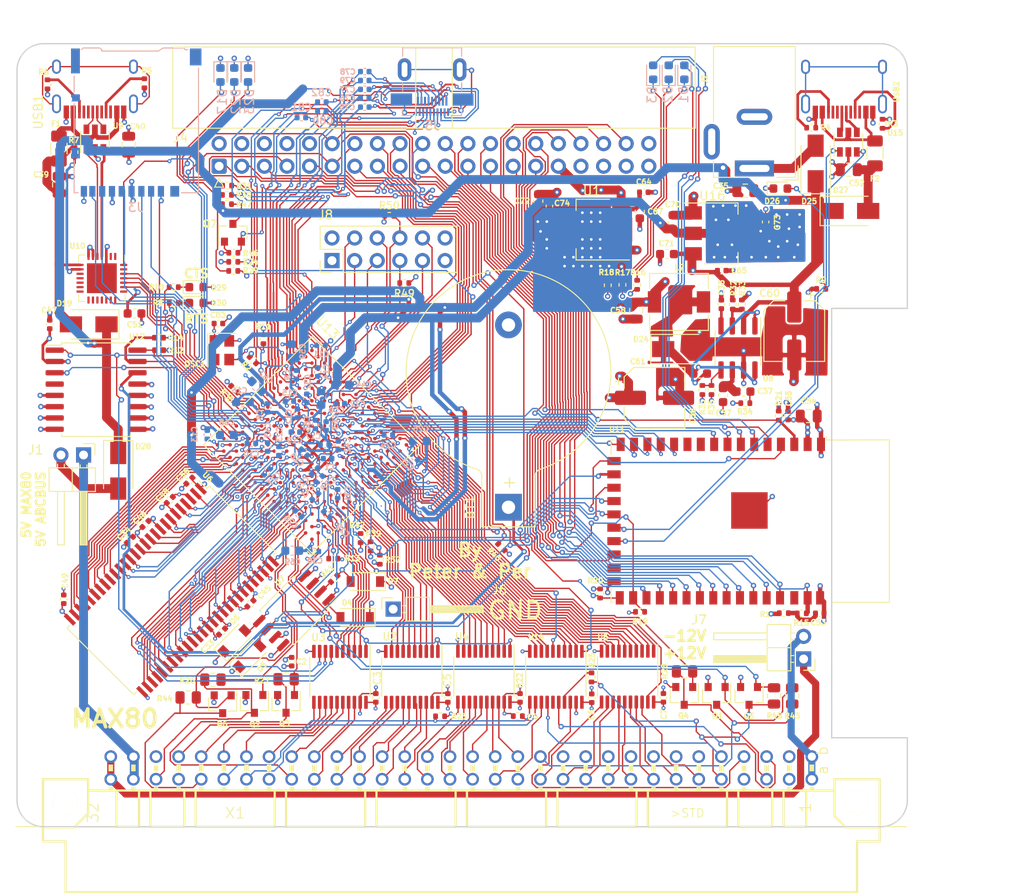
<source format=kicad_pcb>
(kicad_pcb (version 20171130) (host pcbnew 5.1.10-88a1d61d58~90~ubuntu20.04.1)

  (general
    (thickness 1.6)
    (drawings 21)
    (tracks 5555)
    (zones 0)
    (modules 189)
    (nets 273)
  )

  (page A4)
  (title_block
    (title MAX80)
    (date 2021-01-31)
    (rev 0.01)
    (company "No name")
  )

  (layers
    (0 F.Cu signal)
    (1 In1.Cu power)
    (2 In2.Cu signal)
    (31 B.Cu signal)
    (32 B.Adhes user)
    (33 F.Adhes user)
    (34 B.Paste user)
    (35 F.Paste user)
    (36 B.SilkS user)
    (37 F.SilkS user)
    (38 B.Mask user)
    (39 F.Mask user)
    (40 Dwgs.User user)
    (41 Cmts.User user)
    (42 Eco1.User user)
    (43 Eco2.User user)
    (44 Edge.Cuts user)
    (45 Margin user)
    (46 B.CrtYd user)
    (47 F.CrtYd user)
    (48 B.Fab user hide)
    (49 F.Fab user hide)
  )

  (setup
    (last_trace_width 0.15)
    (user_trace_width 0.15)
    (user_trace_width 0.3)
    (user_trace_width 0.5)
    (trace_clearance 0.15)
    (zone_clearance 0.15)
    (zone_45_only no)
    (trace_min 0.15)
    (via_size 0.6)
    (via_drill 0.3)
    (via_min_size 0.45)
    (via_min_drill 0.2)
    (user_via 0.45 0.2)
    (uvia_size 0.3)
    (uvia_drill 0.1)
    (uvias_allowed yes)
    (uvia_min_size 0.2)
    (uvia_min_drill 0.1)
    (edge_width 0.15)
    (segment_width 0.3)
    (pcb_text_width 0.3)
    (pcb_text_size 1.5 1.5)
    (mod_edge_width 0.15)
    (mod_text_size 1 1)
    (mod_text_width 0.15)
    (pad_size 0.46 0.4)
    (pad_drill 0)
    (pad_to_mask_clearance 0)
    (aux_axis_origin 0 0)
    (visible_elements FFFFFF7F)
    (pcbplotparams
      (layerselection 0x010fc_ffffffff)
      (usegerberextensions false)
      (usegerberattributes true)
      (usegerberadvancedattributes true)
      (creategerberjobfile true)
      (excludeedgelayer true)
      (linewidth 0.100000)
      (plotframeref false)
      (viasonmask false)
      (mode 1)
      (useauxorigin false)
      (hpglpennumber 1)
      (hpglpenspeed 20)
      (hpglpendiameter 15.000000)
      (psnegative false)
      (psa4output false)
      (plotreference true)
      (plotvalue true)
      (plotinvisibletext false)
      (padsonsilk false)
      (subtractmaskfromsilk false)
      (outputformat 1)
      (mirror false)
      (drillshape 0)
      (scaleselection 1)
      (outputdirectory "max80_gerber"))
  )

  (net 0 "")
  (net 1 GND)
  (net 2 +5V)
  (net 3 "Net-(R5-Pad2)")
  (net 4 "Net-(R6-Pad2)")
  (net 5 "Net-(R7-Pad1)")
  (net 6 "Net-(U10-Pad5)")
  (net 7 "Net-(U10-Pad4)")
  (net 8 "Net-(U9-Pad4)")
  (net 9 "Net-(U9-Pad6)")
  (net 10 "Net-(USB1-Pad13)")
  (net 11 "Net-(BT1-Pad1)")
  (net 12 /A4)
  (net 13 /A3)
  (net 14 /A2)
  (net 15 /A1)
  (net 16 /A0)
  (net 17 /IO0)
  (net 18 /IO3)
  (net 19 /IO4)
  (net 20 /IO5)
  (net 21 /IO6)
  (net 22 /IO7)
  (net 23 /A11)
  (net 24 /IO9)
  (net 25 /A8)
  (net 26 /A7)
  (net 27 /A6)
  (net 28 /A5)
  (net 29 /A9)
  (net 30 /A10)
  (net 31 /A12)
  (net 32 /IO8)
  (net 33 /IO10)
  (net 34 /IO11)
  (net 35 /IO12)
  (net 36 /IO13)
  (net 37 /IO14)
  (net 38 /IO15)
  (net 39 /abc80bus/D7)
  (net 40 /abc80bus/D6)
  (net 41 /abc80bus/D5)
  (net 42 /abc80bus/D4)
  (net 43 /abc80bus/D3)
  (net 44 /abc80bus/D2)
  (net 45 /abc80bus/D1)
  (net 46 /abc80bus/D0)
  (net 47 /abc80bus/A8)
  (net 48 /abc80bus/A9)
  (net 49 /abc80bus/A10)
  (net 50 /abc80bus/A11)
  (net 51 /abc80bus/A12)
  (net 52 /abc80bus/A13)
  (net 53 /abc80bus/A14)
  (net 54 /abc80bus/A15)
  (net 55 /abc80bus/A7)
  (net 56 /abc80bus/A6)
  (net 57 /abc80bus/A5)
  (net 58 /abc80bus/A4)
  (net 59 /abc80bus/A3)
  (net 60 /abc80bus/A2)
  (net 61 /abc80bus/A1)
  (net 62 /abc80bus/A0)
  (net 63 /IO1)
  (net 64 /IO2)
  (net 65 /32KHZ)
  (net 66 /RTC_INT)
  (net 67 /abc80bus/ABC5V)
  (net 68 /SD_DAT1)
  (net 69 /SD_DAT3)
  (net 70 /SD_CMD)
  (net 71 /SD_CLK)
  (net 72 /SD_DAT0)
  (net 73 FPGA_TDI)
  (net 74 FPGA_TMS)
  (net 75 FPGA_TDO)
  (net 76 FPGA_TCK)
  (net 77 ABC_CLK_5)
  (net 78 /FPGA_SCL)
  (net 79 /FPGA_SDA)
  (net 80 FPGA_SPI_CLK)
  (net 81 FGPA_SPI_CS_ESP32)
  (net 82 INT_ESP32)
  (net 83 "Net-(C53-Pad1)")
  (net 84 "Net-(F2-Pad2)")
  (net 85 ESP32_TDO)
  (net 86 ESP32_TCK)
  (net 87 ESP32_TMS)
  (net 88 ESP32_IO0)
  (net 89 ESP32_RXD)
  (net 90 ESP32_TXD)
  (net 91 ESP32_EN)
  (net 92 "Net-(R3-Pad2)")
  (net 93 "Net-(R4-Pad2)")
  (net 94 /ESP32/USB_D-)
  (net 95 /ESP32/USB_D+)
  (net 96 ESP32_TDI)
  (net 97 "Net-(U15-Pad6)")
  (net 98 "Net-(U15-Pad4)")
  (net 99 "Net-(USB2-Pad13)")
  (net 100 "Net-(D1-Pad2)")
  (net 101 "Net-(D1-Pad1)")
  (net 102 "Net-(D2-Pad2)")
  (net 103 "Net-(D2-Pad1)")
  (net 104 "Net-(D3-Pad2)")
  (net 105 "Net-(D3-Pad1)")
  (net 106 ESP32_SCL)
  (net 107 ESP32_SDA)
  (net 108 ESP32_CS2)
  (net 109 ESP32_CS0)
  (net 110 ESP32_MISO)
  (net 111 ESP32_SCK)
  (net 112 ESP32_MOSI)
  (net 113 ESP32_CS1)
  (net 114 /FPGA_USB_TXD)
  (net 115 /FPGA_USB_RXD)
  (net 116 /abc80bus/~CS)
  (net 117 /abc80bus/~C4)
  (net 118 /abc80bus/~C3)
  (net 119 /abc80bus/~C2)
  (net 120 /abc80bus/~C1)
  (net 121 /abc80bus/~OUT)
  (net 122 /abc80bus/~RST)
  (net 123 /abc80bus/~XMEMFL)
  (net 124 /abc80bus/~INP)
  (net 125 /abc80bus/~STATUS)
  (net 126 /abc80bus/~XINPSTB)
  (net 127 /abc80bus/~XOUTSTB)
  (net 128 AD0)
  (net 129 AD1)
  (net 130 AD2)
  (net 131 AD3)
  (net 132 AD4)
  (net 133 AD5)
  (net 134 AD6)
  (net 135 AD7)
  (net 136 /abc80bus/~RESIN)
  (net 137 /FPGA_LED1)
  (net 138 /FPGA_LED2)
  (net 139 /FPGA_LED3)
  (net 140 "Net-(D17-Pad2)")
  (net 141 "Net-(D22-Pad2)")
  (net 142 "Net-(D23-Pad2)")
  (net 143 FPGA_GPIO3)
  (net 144 FPGA_GPIO2)
  (net 145 FPGA_GPIO1)
  (net 146 FPGA_GPIO0)
  (net 147 FPGA_GPIO5)
  (net 148 FPGA_GPIO4)
  (net 149 "Net-(C36-Pad1)")
  (net 150 "Net-(C37-Pad2)")
  (net 151 "Net-(C37-Pad1)")
  (net 152 "Net-(C38-Pad2)")
  (net 153 "Net-(R32-Pad2)")
  (net 154 "Net-(R35-Pad2)")
  (net 155 "Net-(C38-Pad1)")
  (net 156 /abc80bus/READY)
  (net 157 /abc80bus/~NMI)
  (net 158 ~FPGA_READY)
  (net 159 FPGA_NMI)
  (net 160 "Net-(D26-Pad2)")
  (net 161 FPGA_RESIN)
  (net 162 /DQMH)
  (net 163 /CLK)
  (net 164 /CKE)
  (net 165 /BA1)
  (net 166 /BA0)
  (net 167 /DQML)
  (net 168 "Net-(D28-Pad2)")
  (net 169 "Net-(D25-Pad2)")
  (net 170 "Net-(F1-Pad2)")
  (net 171 /FPGA_USB_RTS)
  (net 172 /FPGA_USB_CTS)
  (net 173 "Net-(C39-Pad1)")
  (net 174 "Net-(C52-Pad1)")
  (net 175 /WE#)
  (net 176 /CAS#)
  (net 177 /RAS#)
  (net 178 /CS#)
  (net 179 "Net-(D29-Pad1)")
  (net 180 "Net-(D30-Pad1)")
  (net 181 +3V3)
  (net 182 +2V5)
  (net 183 +1V2)
  (net 184 "Net-(R13-Pad1)")
  (net 185 "Net-(R37-Pad2)")
  (net 186 "Net-(R38-Pad2)")
  (net 187 "Net-(R41-Pad2)")
  (net 188 DATA0)
  (net 189 ~CS_ABC_3V3)
  (net 190 ~OUT_ABC_3V3)
  (net 191 AD8)
  (net 192 ~C1_ABC_3V3)
  (net 193 AD9)
  (net 194 ~C2_ABC_3V3)
  (net 195 AD10)
  (net 196 ~C3_ABC_3V3)
  (net 197 ~C4_ABC_3V3)
  (net 198 AD11)
  (net 199 AD12)
  (net 200 AD13)
  (net 201 AD14)
  (net 202 AD15)
  (net 203 DLCK)
  (net 204 ASD0)
  (net 205 nCE0)
  (net 206 ~INP_ABC_3V3)
  (net 207 ~STATUS_ABC_3V3)
  (net 208 DD0)
  (net 209 DD1)
  (net 210 DD2)
  (net 211 DD3)
  (net 212 DD4)
  (net 213 DD5)
  (net 214 DD6)
  (net 215 DD7)
  (net 216 DD8)
  (net 217 ~XOUTSTB_ABC_3V3)
  (net 218 ~RST_ABC_3V3)
  (net 219 ~XMEMFL_ABC_3V3)
  (net 220 ~XINPSTB_ABC_3V3)
  (net 221 ABC_CLK_3V3)
  (net 222 DD9)
  (net 223 FPGA_SPI_MOSI)
  (net 224 FPGA_SPI_MISO)
  (net 225 /SD_DAT2)
  (net 226 CLK0n)
  (net 227 "Net-(J5-PadSH)")
  (net 228 HDMI_CK-)
  (net 229 HDMI_D0+)
  (net 230 HDMI_D1-)
  (net 231 HDMI_D2+)
  (net 232 HDMI_CK+)
  (net 233 HDMI_D0-)
  (net 234 HDMI_D1+)
  (net 235 HDMI_D2-)
  (net 236 HDMI_SDA)
  (net 237 HDMI_HPD)
  (net 238 HDMI_SCL)
  (net 239 FPGA_JTAGEN)
  (net 240 FLASH_CS#)
  (net 241 /abc80bus/~INT)
  (net 242 /abc80bus/~XMEMW800)
  (net 243 /abc80bus/~XMEMW80)
  (net 244 INT_ABC_3V3)
  (net 245 INT800_ABC_3V3)
  (net 246 ~XMEMW80_ABC_3V3)
  (net 247 ~XMEMW800_ABC_3V3)
  (net 248 /abc80bus/~XM)
  (net 249 XM_ABC_3V3)
  (net 250 "Net-(R25-Pad2)")
  (net 251 AD16)
  (net 252 DD10)
  (net 253 /abc80bus/ABC_-12V)
  (net 254 /abc80bus/ABC_12V)
  (net 255 /FPGA_USB_DTR)
  (net 256 "Net-(C75-Pad1)")
  (net 257 "Net-(C76-Pad1)")
  (net 258 "Net-(C77-Pad1)")
  (net 259 "Net-(C78-Pad1)")
  (net 260 "Net-(C79-Pad1)")
  (net 261 "Net-(C80-Pad1)")
  (net 262 "Net-(C81-Pad1)")
  (net 263 "Net-(C82-Pad1)")
  (net 264 "Net-(J5-Pad19)")
  (net 265 EXT_HG)
  (net 266 EXT_HB)
  (net 267 EXT_HE)
  (net 268 EXT_HC)
  (net 269 EXT_HA)
  (net 270 EXT_HF)
  (net 271 EXT_HH)
  (net 272 EXT_HD)

  (net_class Default "This is the default net class."
    (clearance 0.15)
    (trace_width 0.15)
    (via_dia 0.6)
    (via_drill 0.3)
    (uvia_dia 0.3)
    (uvia_drill 0.1)
    (add_net +1V2)
    (add_net +2V5)
    (add_net +3V3)
    (add_net +5V)
    (add_net /32KHZ)
    (add_net /A0)
    (add_net /A1)
    (add_net /A10)
    (add_net /A11)
    (add_net /A12)
    (add_net /A2)
    (add_net /A3)
    (add_net /A4)
    (add_net /A5)
    (add_net /A6)
    (add_net /A7)
    (add_net /A8)
    (add_net /A9)
    (add_net /BA0)
    (add_net /BA1)
    (add_net /CAS#)
    (add_net /CKE)
    (add_net /CLK)
    (add_net /CS#)
    (add_net /DQMH)
    (add_net /DQML)
    (add_net /ESP32/USB_D+)
    (add_net /ESP32/USB_D-)
    (add_net /FPGA_LED1)
    (add_net /FPGA_LED2)
    (add_net /FPGA_LED3)
    (add_net /FPGA_SCL)
    (add_net /FPGA_SDA)
    (add_net /FPGA_USB_CTS)
    (add_net /FPGA_USB_DTR)
    (add_net /FPGA_USB_RTS)
    (add_net /FPGA_USB_RXD)
    (add_net /FPGA_USB_TXD)
    (add_net /IO0)
    (add_net /IO1)
    (add_net /IO10)
    (add_net /IO11)
    (add_net /IO12)
    (add_net /IO13)
    (add_net /IO14)
    (add_net /IO15)
    (add_net /IO2)
    (add_net /IO3)
    (add_net /IO4)
    (add_net /IO5)
    (add_net /IO6)
    (add_net /IO7)
    (add_net /IO8)
    (add_net /IO9)
    (add_net /RAS#)
    (add_net /RTC_INT)
    (add_net /SD_CLK)
    (add_net /SD_CMD)
    (add_net /SD_DAT0)
    (add_net /SD_DAT1)
    (add_net /SD_DAT2)
    (add_net /SD_DAT3)
    (add_net /WE#)
    (add_net /abc80bus/A0)
    (add_net /abc80bus/A1)
    (add_net /abc80bus/A10)
    (add_net /abc80bus/A11)
    (add_net /abc80bus/A12)
    (add_net /abc80bus/A13)
    (add_net /abc80bus/A14)
    (add_net /abc80bus/A15)
    (add_net /abc80bus/A2)
    (add_net /abc80bus/A3)
    (add_net /abc80bus/A4)
    (add_net /abc80bus/A5)
    (add_net /abc80bus/A6)
    (add_net /abc80bus/A7)
    (add_net /abc80bus/A8)
    (add_net /abc80bus/A9)
    (add_net /abc80bus/ABC5V)
    (add_net /abc80bus/ABC_-12V)
    (add_net /abc80bus/ABC_12V)
    (add_net /abc80bus/D0)
    (add_net /abc80bus/D1)
    (add_net /abc80bus/D2)
    (add_net /abc80bus/D3)
    (add_net /abc80bus/D4)
    (add_net /abc80bus/D5)
    (add_net /abc80bus/D6)
    (add_net /abc80bus/D7)
    (add_net /abc80bus/READY)
    (add_net /abc80bus/~C1)
    (add_net /abc80bus/~C2)
    (add_net /abc80bus/~C3)
    (add_net /abc80bus/~C4)
    (add_net /abc80bus/~CS)
    (add_net /abc80bus/~INP)
    (add_net /abc80bus/~INT)
    (add_net /abc80bus/~NMI)
    (add_net /abc80bus/~OUT)
    (add_net /abc80bus/~RESIN)
    (add_net /abc80bus/~RST)
    (add_net /abc80bus/~STATUS)
    (add_net /abc80bus/~XINPSTB)
    (add_net /abc80bus/~XM)
    (add_net /abc80bus/~XMEMFL)
    (add_net /abc80bus/~XMEMW80)
    (add_net /abc80bus/~XMEMW800)
    (add_net /abc80bus/~XOUTSTB)
    (add_net ABC_CLK_3V3)
    (add_net ABC_CLK_5)
    (add_net AD0)
    (add_net AD1)
    (add_net AD10)
    (add_net AD11)
    (add_net AD12)
    (add_net AD13)
    (add_net AD14)
    (add_net AD15)
    (add_net AD16)
    (add_net AD2)
    (add_net AD3)
    (add_net AD4)
    (add_net AD5)
    (add_net AD6)
    (add_net AD7)
    (add_net AD8)
    (add_net AD9)
    (add_net ASD0)
    (add_net CLK0n)
    (add_net DATA0)
    (add_net DD0)
    (add_net DD1)
    (add_net DD10)
    (add_net DD2)
    (add_net DD3)
    (add_net DD4)
    (add_net DD5)
    (add_net DD6)
    (add_net DD7)
    (add_net DD8)
    (add_net DD9)
    (add_net DLCK)
    (add_net ESP32_CS0)
    (add_net ESP32_CS1)
    (add_net ESP32_CS2)
    (add_net ESP32_EN)
    (add_net ESP32_IO0)
    (add_net ESP32_MISO)
    (add_net ESP32_MOSI)
    (add_net ESP32_RXD)
    (add_net ESP32_SCK)
    (add_net ESP32_SCL)
    (add_net ESP32_SDA)
    (add_net ESP32_TCK)
    (add_net ESP32_TDI)
    (add_net ESP32_TDO)
    (add_net ESP32_TMS)
    (add_net ESP32_TXD)
    (add_net EXT_HA)
    (add_net EXT_HB)
    (add_net EXT_HC)
    (add_net EXT_HD)
    (add_net EXT_HE)
    (add_net EXT_HF)
    (add_net EXT_HG)
    (add_net EXT_HH)
    (add_net FGPA_SPI_CS_ESP32)
    (add_net FLASH_CS#)
    (add_net FPGA_GPIO0)
    (add_net FPGA_GPIO1)
    (add_net FPGA_GPIO2)
    (add_net FPGA_GPIO3)
    (add_net FPGA_GPIO4)
    (add_net FPGA_GPIO5)
    (add_net FPGA_JTAGEN)
    (add_net FPGA_NMI)
    (add_net FPGA_RESIN)
    (add_net FPGA_SPI_CLK)
    (add_net FPGA_SPI_MISO)
    (add_net FPGA_SPI_MOSI)
    (add_net FPGA_TCK)
    (add_net FPGA_TDI)
    (add_net FPGA_TDO)
    (add_net FPGA_TMS)
    (add_net GND)
    (add_net HDMI_CK+)
    (add_net HDMI_CK-)
    (add_net HDMI_D0+)
    (add_net HDMI_D0-)
    (add_net HDMI_D1+)
    (add_net HDMI_D1-)
    (add_net HDMI_D2+)
    (add_net HDMI_D2-)
    (add_net HDMI_HPD)
    (add_net HDMI_SCL)
    (add_net HDMI_SDA)
    (add_net INT800_ABC_3V3)
    (add_net INT_ABC_3V3)
    (add_net INT_ESP32)
    (add_net "Net-(BT1-Pad1)")
    (add_net "Net-(C36-Pad1)")
    (add_net "Net-(C37-Pad1)")
    (add_net "Net-(C37-Pad2)")
    (add_net "Net-(C38-Pad1)")
    (add_net "Net-(C38-Pad2)")
    (add_net "Net-(C39-Pad1)")
    (add_net "Net-(C52-Pad1)")
    (add_net "Net-(C53-Pad1)")
    (add_net "Net-(C75-Pad1)")
    (add_net "Net-(C76-Pad1)")
    (add_net "Net-(C77-Pad1)")
    (add_net "Net-(C78-Pad1)")
    (add_net "Net-(C79-Pad1)")
    (add_net "Net-(C80-Pad1)")
    (add_net "Net-(C81-Pad1)")
    (add_net "Net-(C82-Pad1)")
    (add_net "Net-(D1-Pad1)")
    (add_net "Net-(D1-Pad2)")
    (add_net "Net-(D17-Pad2)")
    (add_net "Net-(D2-Pad1)")
    (add_net "Net-(D2-Pad2)")
    (add_net "Net-(D22-Pad2)")
    (add_net "Net-(D23-Pad2)")
    (add_net "Net-(D25-Pad2)")
    (add_net "Net-(D26-Pad2)")
    (add_net "Net-(D28-Pad2)")
    (add_net "Net-(D29-Pad1)")
    (add_net "Net-(D3-Pad1)")
    (add_net "Net-(D3-Pad2)")
    (add_net "Net-(D30-Pad1)")
    (add_net "Net-(F1-Pad2)")
    (add_net "Net-(F2-Pad2)")
    (add_net "Net-(J4-Pad40)")
    (add_net "Net-(J4-Pad6)")
    (add_net "Net-(J4-Pad8)")
    (add_net "Net-(J5-Pad10)")
    (add_net "Net-(J5-Pad14)")
    (add_net "Net-(J5-Pad17)")
    (add_net "Net-(J5-Pad19)")
    (add_net "Net-(J5-PadSH)")
    (add_net "Net-(R13-Pad1)")
    (add_net "Net-(R25-Pad2)")
    (add_net "Net-(R3-Pad2)")
    (add_net "Net-(R32-Pad2)")
    (add_net "Net-(R35-Pad2)")
    (add_net "Net-(R37-Pad2)")
    (add_net "Net-(R38-Pad2)")
    (add_net "Net-(R4-Pad2)")
    (add_net "Net-(R41-Pad2)")
    (add_net "Net-(R5-Pad2)")
    (add_net "Net-(R6-Pad2)")
    (add_net "Net-(R7-Pad1)")
    (add_net "Net-(U10-Pad1)")
    (add_net "Net-(U10-Pad10)")
    (add_net "Net-(U10-Pad11)")
    (add_net "Net-(U10-Pad12)")
    (add_net "Net-(U10-Pad13)")
    (add_net "Net-(U10-Pad14)")
    (add_net "Net-(U10-Pad15)")
    (add_net "Net-(U10-Pad16)")
    (add_net "Net-(U10-Pad17)")
    (add_net "Net-(U10-Pad18)")
    (add_net "Net-(U10-Pad19)")
    (add_net "Net-(U10-Pad2)")
    (add_net "Net-(U10-Pad20)")
    (add_net "Net-(U10-Pad21)")
    (add_net "Net-(U10-Pad22)")
    (add_net "Net-(U10-Pad27)")
    (add_net "Net-(U10-Pad4)")
    (add_net "Net-(U10-Pad5)")
    (add_net "Net-(U11-Pad10)")
    (add_net "Net-(U11-Pad11)")
    (add_net "Net-(U11-Pad25)")
    (add_net "Net-(U11-Pad40)")
    (add_net "Net-(U12-Pad4)")
    (add_net "Net-(U13-PadC3)")
    (add_net "Net-(U13-PadG11)")
    (add_net "Net-(U13-PadJ12)")
    (add_net "Net-(U13-PadJ13)")
    (add_net "Net-(U13-PadJ14)")
    (add_net "Net-(U13-PadK10)")
    (add_net "Net-(U13-PadK12)")
    (add_net "Net-(U13-PadK6)")
    (add_net "Net-(U13-PadK9)")
    (add_net "Net-(U13-PadL11)")
    (add_net "Net-(U13-PadL13)")
    (add_net "Net-(U13-PadL14)")
    (add_net "Net-(U13-PadL15)")
    (add_net "Net-(U13-PadL16)")
    (add_net "Net-(U13-PadL6)")
    (add_net "Net-(U13-PadL9)")
    (add_net "Net-(U13-PadM9)")
    (add_net "Net-(U13-PadN14)")
    (add_net "Net-(U13-PadP11)")
    (add_net "Net-(U13-PadP15)")
    (add_net "Net-(U14-Pad15)")
    (add_net "Net-(U14-Pad5)")
    (add_net "Net-(U15-Pad4)")
    (add_net "Net-(U15-Pad6)")
    (add_net "Net-(U6-Pad40)")
    (add_net "Net-(U9-Pad4)")
    (add_net "Net-(U9-Pad6)")
    (add_net "Net-(USB1-Pad13)")
    (add_net "Net-(USB1-Pad3)")
    (add_net "Net-(USB1-Pad5)")
    (add_net "Net-(USB1-Pad8)")
    (add_net "Net-(USB1-Pad9)")
    (add_net "Net-(USB2-Pad13)")
    (add_net "Net-(USB2-Pad3)")
    (add_net "Net-(USB2-Pad5)")
    (add_net "Net-(USB2-Pad8)")
    (add_net "Net-(USB2-Pad9)")
    (add_net "Net-(X1-PadA14)")
    (add_net "Net-(X1-PadA25)")
    (add_net "Net-(X1-PadA29)")
    (add_net "Net-(X1-PadB10)")
    (add_net "Net-(X1-PadB11)")
    (add_net "Net-(X1-PadB12)")
    (add_net "Net-(X1-PadB30)")
    (add_net "Net-(X1-PadB6)")
    (add_net "Net-(X1-PadB7)")
    (add_net "Net-(X1-PadB8)")
    (add_net "Net-(X1-PadB9)")
    (add_net XM_ABC_3V3)
    (add_net nCE0)
    (add_net ~C1_ABC_3V3)
    (add_net ~C2_ABC_3V3)
    (add_net ~C3_ABC_3V3)
    (add_net ~C4_ABC_3V3)
    (add_net ~CS_ABC_3V3)
    (add_net ~FPGA_READY)
    (add_net ~INP_ABC_3V3)
    (add_net ~OUT_ABC_3V3)
    (add_net ~RST_ABC_3V3)
    (add_net ~STATUS_ABC_3V3)
    (add_net ~XINPSTB_ABC_3V3)
    (add_net ~XMEMFL_ABC_3V3)
    (add_net ~XMEMW800_ABC_3V3)
    (add_net ~XMEMW80_ABC_3V3)
    (add_net ~XOUTSTB_ABC_3V3)
  )

  (module max80:MAB64B (layer F.Cu) (tedit 610A4E52) (tstamp 6025F71F)
    (at 154.8711 125.6736 270)
    (descr "<b>DIN 41612 CONNECTOR</b>\n<p>\nMale, 64 pins, type B, rows ab, grid 2.54 mm<br />\nFemale, 64 bits, type Q, rows ab, grid 2.54 mm<br />\nB mates with Q, but pin numbers reversed\n</p>")
    (path /6013B380/6011F2D2)
    (fp_text reference X1 (at 1.27 25.4) (layer F.SilkS)
      (effects (font (size 1.2065 1.2065) (thickness 0.12065)))
    )
    (fp_text value ABC-Bus (at 1.27 5.1054) (layer F.Fab)
      (effects (font (size 1.2065 1.2065) (thickness 0.12065)))
    )
    (fp_text user >STD (at 1.27 -25.4) (layer F.SilkS)
      (effects (font (size 0.9652 0.9652) (thickness 0.1016)))
    )
    (fp_text user 32 (at 0 40.64 90) (layer F.SilkS)
      (effects (font (size 1.2065 1.2065) (thickness 0.127)) (justify right bottom))
    )
    (fp_text user b (at -6.35 -41.275 90) (layer F.SilkS)
      (effects (font (size 1.2065 1.2065) (thickness 0.127)) (justify right bottom))
    )
    (fp_text user 1 (at 0 -39.37 90) (layer F.SilkS)
      (effects (font (size 1.2065 1.2065) (thickness 0.127)) (justify right bottom))
    )
    (fp_text user a (at -4.191 -41.275 90) (layer F.SilkS)
      (effects (font (size 1.2065 1.2065) (thickness 0.127)) (justify right bottom))
    )
    (fp_line (start 4.445 46.99) (end 4.445 44.45) (layer F.SilkS) (width 0.254))
    (fp_line (start 4.445 44.45) (end 10.16 44.45) (layer F.SilkS) (width 0.254))
    (fp_line (start 10.16 44.45) (end 10.16 -44.45) (layer F.SilkS) (width 0.254))
    (fp_line (start 10.16 -44.45) (end 4.445 -44.45) (layer F.SilkS) (width 0.254))
    (fp_line (start 4.445 -44.45) (end 4.445 -46.99) (layer F.SilkS) (width 0.254))
    (fp_line (start -2.54 -46.99) (end -2.54 -41.91) (layer F.SilkS) (width 0.254))
    (fp_line (start -2.54 -41.91) (end -1.27 -41.91) (layer F.SilkS) (width 0.254))
    (fp_line (start -1.27 -41.91) (end 1.6002 -41.91) (layer F.SilkS) (width 0.254))
    (fp_line (start 4.445 -46.99) (end 2.8702 -46.99) (layer F.SilkS) (width 0.254))
    (fp_line (start 2.8702 -46.99) (end -2.54 -46.99) (layer F.SilkS) (width 0.254))
    (fp_line (start 1.6002 -41.91) (end 2.8702 -43.18) (layer F.SilkS) (width 0.254))
    (fp_line (start 2.8702 -43.18) (end 2.8702 -46.99) (layer F.SilkS) (width 0.254))
    (fp_line (start -2.54 46.99) (end 2.8702 46.99) (layer F.SilkS) (width 0.254))
    (fp_line (start 2.8702 46.99) (end 4.445 46.99) (layer F.SilkS) (width 0.254))
    (fp_line (start 2.8702 43.5102) (end 1.27 41.91) (layer F.SilkS) (width 0.254))
    (fp_line (start 2.8702 43.5102) (end 2.8702 46.99) (layer F.SilkS) (width 0.254))
    (fp_line (start -2.54 41.91) (end -2.54 46.99) (layer F.SilkS) (width 0.254))
    (fp_line (start -2.54 41.91) (end -1.27 41.91) (layer F.SilkS) (width 0.254))
    (fp_line (start -1.27 41.91) (end 1.27 41.91) (layer F.SilkS) (width 0.254))
    (fp_line (start -1.27 -41.91) (end -1.27 -38.735) (layer F.SilkS) (width 0.254))
    (fp_line (start 2.794 -38.735) (end 2.794 -36.195) (layer F.SilkS) (width 0.254))
    (fp_line (start 2.794 -38.735) (end -1.27 -38.735) (layer F.SilkS) (width 0.254))
    (fp_line (start -1.27 -38.735) (end -1.27 -36.195) (layer F.SilkS) (width 0.254))
    (fp_line (start 2.794 -36.195) (end -1.27 -36.195) (layer F.SilkS) (width 0.254))
    (fp_line (start -1.27 -36.195) (end -1.27 -34.925) (layer F.SilkS) (width 0.254))
    (fp_line (start 2.794 -34.925) (end -1.27 -34.925) (layer F.SilkS) (width 0.254))
    (fp_line (start 2.794 -34.925) (end 2.794 -31.115) (layer F.SilkS) (width 0.254))
    (fp_line (start -1.27 -34.925) (end -1.27 -31.115) (layer F.SilkS) (width 0.254))
    (fp_line (start 2.794 -31.115) (end -1.27 -31.115) (layer F.SilkS) (width 0.254))
    (fp_line (start -1.27 -31.115) (end -1.27 -29.845) (layer F.SilkS) (width 0.254))
    (fp_line (start 2.794 -29.845) (end -1.27 -29.845) (layer F.SilkS) (width 0.254))
    (fp_line (start 2.794 -29.845) (end 2.794 -20.955) (layer F.SilkS) (width 0.254))
    (fp_line (start -1.27 -29.845) (end -1.27 -20.955) (layer F.SilkS) (width 0.254))
    (fp_line (start 2.794 -20.955) (end -1.27 -20.955) (layer F.SilkS) (width 0.254))
    (fp_line (start -1.27 -20.955) (end -1.27 -19.685) (layer F.SilkS) (width 0.254))
    (fp_line (start 2.794 -19.685) (end -1.27 -19.685) (layer F.SilkS) (width 0.254))
    (fp_line (start 2.794 -19.685) (end 2.794 -10.795) (layer F.SilkS) (width 0.254))
    (fp_line (start -1.27 -19.685) (end -1.27 -10.795) (layer F.SilkS) (width 0.254))
    (fp_line (start 2.794 -10.795) (end -1.27 -10.795) (layer F.SilkS) (width 0.254))
    (fp_line (start -1.27 -10.795) (end -1.27 -9.525) (layer F.SilkS) (width 0.254))
    (fp_line (start 2.794 -9.525) (end -1.27 -9.525) (layer F.SilkS) (width 0.254))
    (fp_line (start 2.794 -9.525) (end 2.794 -0.635) (layer F.SilkS) (width 0.254))
    (fp_line (start -1.27 -9.525) (end -1.27 -0.635) (layer F.SilkS) (width 0.254))
    (fp_line (start 2.794 -0.635) (end -1.27 -0.635) (layer F.SilkS) (width 0.254))
    (fp_line (start -1.27 -0.635) (end -1.27 0.635) (layer F.SilkS) (width 0.254))
    (fp_line (start 2.794 0.635) (end -1.27 0.635) (layer F.SilkS) (width 0.254))
    (fp_line (start 2.794 0.635) (end 2.794 9.525) (layer F.SilkS) (width 0.254))
    (fp_line (start -1.27 0.635) (end -1.27 9.525) (layer F.SilkS) (width 0.254))
    (fp_line (start 2.794 9.525) (end -1.27 9.525) (layer F.SilkS) (width 0.254))
    (fp_line (start -1.27 9.525) (end -1.27 10.795) (layer F.SilkS) (width 0.254))
    (fp_line (start 2.794 10.795) (end -1.27 10.795) (layer F.SilkS) (width 0.254))
    (fp_line (start 2.794 10.795) (end 2.794 19.685) (layer F.SilkS) (width 0.254))
    (fp_line (start -1.27 10.795) (end -1.27 19.685) (layer F.SilkS) (width 0.254))
    (fp_line (start 2.794 19.685) (end -1.27 19.685) (layer F.SilkS) (width 0.254))
    (fp_line (start -1.27 19.685) (end -1.27 20.955) (layer F.SilkS) (width 0.254))
    (fp_line (start 2.794 20.955) (end -1.27 20.955) (layer F.SilkS) (width 0.254))
    (fp_line (start 2.794 20.955) (end 2.794 29.845) (layer F.SilkS) (width 0.254))
    (fp_line (start -1.27 20.955) (end -1.27 29.845) (layer F.SilkS) (width 0.254))
    (fp_line (start 2.794 29.845) (end -1.27 29.845) (layer F.SilkS) (width 0.254))
    (fp_line (start -1.27 29.845) (end -1.27 31.115) (layer F.SilkS) (width 0.254))
    (fp_line (start 2.794 31.115) (end -1.27 31.115) (layer F.SilkS) (width 0.254))
    (fp_line (start 2.794 31.115) (end 2.794 34.925) (layer F.SilkS) (width 0.254))
    (fp_line (start -1.27 31.115) (end -1.27 34.925) (layer F.SilkS) (width 0.254))
    (fp_line (start 2.794 34.925) (end -1.27 34.925) (layer F.SilkS) (width 0.254))
    (fp_line (start -1.27 34.925) (end -1.27 36.195) (layer F.SilkS) (width 0.254))
    (fp_line (start 2.794 36.195) (end -1.27 36.195) (layer F.SilkS) (width 0.254))
    (fp_line (start 2.794 36.195) (end 2.794 38.735) (layer F.SilkS) (width 0.254))
    (fp_line (start -1.27 36.195) (end -1.27 38.735) (layer F.SilkS) (width 0.254))
    (fp_line (start 2.794 38.735) (end -1.27 38.735) (layer F.SilkS) (width 0.254))
    (fp_line (start -1.27 38.735) (end -1.27 41.91) (layer F.SilkS) (width 0.254))
    (fp_line (start 2.794 50.0126) (end 2.794 -50.0126) (layer F.SilkS) (width 0.12))
    (fp_circle (center 0 -44.45) (end 1.27 -44.45) (layer F.SilkS) (width 0.254))
    (fp_circle (center 0 44.45) (end 1.27 44.45) (layer F.SilkS) (width 0.254))
    (fp_poly (pts (xy -1.651 -39.116) (xy -1.27 -39.116) (xy -1.27 -39.624) (xy -1.651 -39.624)) (layer F.SilkS) (width 0))
    (fp_poly (pts (xy -3.429 -39.116) (xy -1.651 -39.116) (xy -1.651 -39.624) (xy -3.429 -39.624)) (layer F.Fab) (width 0))
    (fp_poly (pts (xy -5.334 -39.116) (xy -4.191 -39.116) (xy -4.191 -39.624) (xy -5.334 -39.624)) (layer F.Fab) (width 0))
    (fp_poly (pts (xy -1.651 -36.576) (xy -1.27 -36.576) (xy -1.27 -37.084) (xy -1.651 -37.084)) (layer F.SilkS) (width 0))
    (fp_poly (pts (xy -3.429 -36.576) (xy -1.651 -36.576) (xy -1.651 -37.084) (xy -3.429 -37.084)) (layer F.Fab) (width 0))
    (fp_poly (pts (xy -5.334 -36.576) (xy -4.191 -36.576) (xy -4.191 -37.084) (xy -5.334 -37.084)) (layer F.Fab) (width 0))
    (fp_poly (pts (xy -5.334 -34.036) (xy -4.191 -34.036) (xy -4.191 -34.544) (xy -5.334 -34.544)) (layer F.Fab) (width 0))
    (fp_poly (pts (xy -1.651 -34.036) (xy -1.27 -34.036) (xy -1.27 -34.544) (xy -1.651 -34.544)) (layer F.SilkS) (width 0))
    (fp_poly (pts (xy -3.429 -34.036) (xy -1.651 -34.036) (xy -1.651 -34.544) (xy -3.429 -34.544)) (layer F.Fab) (width 0))
    (fp_poly (pts (xy -1.651 -31.496) (xy -1.27 -31.496) (xy -1.27 -32.004) (xy -1.651 -32.004)) (layer F.SilkS) (width 0))
    (fp_poly (pts (xy -3.429 -31.496) (xy -1.651 -31.496) (xy -1.651 -32.004) (xy -3.429 -32.004)) (layer F.Fab) (width 0))
    (fp_poly (pts (xy -5.334 -31.496) (xy -4.191 -31.496) (xy -4.191 -32.004) (xy -5.334 -32.004)) (layer F.Fab) (width 0))
    (fp_poly (pts (xy -1.651 -28.956) (xy -1.27 -28.956) (xy -1.27 -29.464) (xy -1.651 -29.464)) (layer F.SilkS) (width 0))
    (fp_poly (pts (xy -1.651 -26.416) (xy -1.27 -26.416) (xy -1.27 -26.924) (xy -1.651 -26.924)) (layer F.SilkS) (width 0))
    (fp_poly (pts (xy -3.429 -28.956) (xy -1.651 -28.956) (xy -1.651 -29.464) (xy -3.429 -29.464)) (layer F.Fab) (width 0))
    (fp_poly (pts (xy -3.429 -26.416) (xy -1.651 -26.416) (xy -1.651 -26.924) (xy -3.429 -26.924)) (layer F.Fab) (width 0))
    (fp_poly (pts (xy -5.334 -28.956) (xy -4.191 -28.956) (xy -4.191 -29.464) (xy -5.334 -29.464)) (layer F.Fab) (width 0))
    (fp_poly (pts (xy -5.334 -26.416) (xy -4.191 -26.416) (xy -4.191 -26.924) (xy -5.334 -26.924)) (layer F.Fab) (width 0))
    (fp_poly (pts (xy -5.334 -23.876) (xy -4.191 -23.876) (xy -4.191 -24.384) (xy -5.334 -24.384)) (layer F.Fab) (width 0))
    (fp_poly (pts (xy -1.651 -23.876) (xy -1.27 -23.876) (xy -1.27 -24.384) (xy -1.651 -24.384)) (layer F.SilkS) (width 0))
    (fp_poly (pts (xy -3.429 -23.876) (xy -1.651 -23.876) (xy -1.651 -24.384) (xy -3.429 -24.384)) (layer F.Fab) (width 0))
    (fp_poly (pts (xy -3.429 -21.336) (xy -1.651 -21.336) (xy -1.651 -21.844) (xy -3.429 -21.844)) (layer F.Fab) (width 0))
    (fp_poly (pts (xy -1.651 -21.336) (xy -1.27 -21.336) (xy -1.27 -21.844) (xy -1.651 -21.844)) (layer F.SilkS) (width 0))
    (fp_poly (pts (xy -5.334 -21.336) (xy -4.191 -21.336) (xy -4.191 -21.844) (xy -5.334 -21.844)) (layer F.Fab) (width 0))
    (fp_poly (pts (xy -3.429 -18.796) (xy -1.651 -18.796) (xy -1.651 -19.304) (xy -3.429 -19.304)) (layer F.Fab) (width 0))
    (fp_poly (pts (xy -1.651 -18.796) (xy -1.27 -18.796) (xy -1.27 -19.304) (xy -1.651 -19.304)) (layer F.SilkS) (width 0))
    (fp_poly (pts (xy -5.334 -18.796) (xy -4.191 -18.796) (xy -4.191 -19.304) (xy -5.334 -19.304)) (layer F.Fab) (width 0))
    (fp_poly (pts (xy -1.651 -16.256) (xy -1.27 -16.256) (xy -1.27 -16.764) (xy -1.651 -16.764)) (layer F.SilkS) (width 0))
    (fp_poly (pts (xy -3.429 -16.256) (xy -1.651 -16.256) (xy -1.651 -16.764) (xy -3.429 -16.764)) (layer F.Fab) (width 0))
    (fp_poly (pts (xy -5.334 -16.256) (xy -4.191 -16.256) (xy -4.191 -16.764) (xy -5.334 -16.764)) (layer F.Fab) (width 0))
    (fp_poly (pts (xy -5.334 -13.716) (xy -4.191 -13.716) (xy -4.191 -14.224) (xy -5.334 -14.224)) (layer F.Fab) (width 0))
    (fp_poly (pts (xy -3.429 -13.716) (xy -1.651 -13.716) (xy -1.651 -14.224) (xy -3.429 -14.224)) (layer F.Fab) (width 0))
    (fp_poly (pts (xy -1.651 -13.716) (xy -1.27 -13.716) (xy -1.27 -14.224) (xy -1.651 -14.224)) (layer F.SilkS) (width 0))
    (fp_poly (pts (xy -3.429 -11.176) (xy -1.651 -11.176) (xy -1.651 -11.684) (xy -3.429 -11.684)) (layer F.Fab) (width 0))
    (fp_poly (pts (xy -3.429 -8.636) (xy -1.651 -8.636) (xy -1.651 -9.144) (xy -3.429 -9.144)) (layer F.Fab) (width 0))
    (fp_poly (pts (xy -1.651 -11.176) (xy -1.27 -11.176) (xy -1.27 -11.684) (xy -1.651 -11.684)) (layer F.SilkS) (width 0))
    (fp_poly (pts (xy -1.651 -8.636) (xy -1.27 -8.636) (xy -1.27 -9.144) (xy -1.651 -9.144)) (layer F.SilkS) (width 0))
    (fp_poly (pts (xy -5.334 -11.176) (xy -4.191 -11.176) (xy -4.191 -11.684) (xy -5.334 -11.684)) (layer F.Fab) (width 0))
    (fp_poly (pts (xy -5.334 -8.636) (xy -4.191 -8.636) (xy -4.191 -9.144) (xy -5.334 -9.144)) (layer F.Fab) (width 0))
    (fp_poly (pts (xy -5.334 -6.096) (xy -4.191 -6.096) (xy -4.191 -6.604) (xy -5.334 -6.604)) (layer F.Fab) (width 0))
    (fp_poly (pts (xy -3.429 -6.096) (xy -1.651 -6.096) (xy -1.651 -6.604) (xy -3.429 -6.604)) (layer F.Fab) (width 0))
    (fp_poly (pts (xy -3.429 -3.556) (xy -1.651 -3.556) (xy -1.651 -4.064) (xy -3.429 -4.064)) (layer F.Fab) (width 0))
    (fp_poly (pts (xy -1.651 -6.096) (xy -1.27 -6.096) (xy -1.27 -6.604) (xy -1.651 -6.604)) (layer F.SilkS) (width 0))
    (fp_poly (pts (xy -1.651 -3.556) (xy -1.27 -3.556) (xy -1.27 -4.064) (xy -1.651 -4.064)) (layer F.SilkS) (width 0))
    (fp_poly (pts (xy -5.334 -3.556) (xy -4.191 -3.556) (xy -4.191 -4.064) (xy -5.334 -4.064)) (layer F.Fab) (width 0))
    (fp_poly (pts (xy -5.334 -1.016) (xy -4.191 -1.016) (xy -4.191 -1.524) (xy -5.334 -1.524)) (layer F.Fab) (width 0))
    (fp_poly (pts (xy -3.429 -1.016) (xy -1.651 -1.016) (xy -1.651 -1.524) (xy -3.429 -1.524)) (layer F.Fab) (width 0))
    (fp_poly (pts (xy -1.651 -1.016) (xy -1.27 -1.016) (xy -1.27 -1.524) (xy -1.651 -1.524)) (layer F.SilkS) (width 0))
    (fp_poly (pts (xy -1.651 1.524) (xy -1.27 1.524) (xy -1.27 1.016) (xy -1.651 1.016)) (layer F.SilkS) (width 0))
    (fp_poly (pts (xy -3.429 1.524) (xy -1.651 1.524) (xy -1.651 1.016) (xy -3.429 1.016)) (layer F.Fab) (width 0))
    (fp_poly (pts (xy -5.334 1.524) (xy -4.191 1.524) (xy -4.191 1.016) (xy -5.334 1.016)) (layer F.Fab) (width 0))
    (fp_poly (pts (xy -1.651 4.064) (xy -1.27 4.064) (xy -1.27 3.556) (xy -1.651 3.556)) (layer F.SilkS) (width 0))
    (fp_poly (pts (xy -3.429 4.064) (xy -1.651 4.064) (xy -1.651 3.556) (xy -3.429 3.556)) (layer F.Fab) (width 0))
    (fp_poly (pts (xy -5.334 4.064) (xy -4.191 4.064) (xy -4.191 3.556) (xy -5.334 3.556)) (layer F.Fab) (width 0))
    (fp_poly (pts (xy -3.429 6.604) (xy -1.651 6.604) (xy -1.651 6.096) (xy -3.429 6.096)) (layer F.Fab) (width 0))
    (fp_poly (pts (xy -1.651 6.604) (xy -1.27 6.604) (xy -1.27 6.096) (xy -1.651 6.096)) (layer F.SilkS) (width 0))
    (fp_poly (pts (xy -5.334 6.604) (xy -4.191 6.604) (xy -4.191 6.096) (xy -5.334 6.096)) (layer F.Fab) (width 0))
    (fp_poly (pts (xy -5.334 9.144) (xy -4.191 9.144) (xy -4.191 8.636) (xy -5.334 8.636)) (layer F.Fab) (width 0))
    (fp_poly (pts (xy -3.429 9.144) (xy -1.651 9.144) (xy -1.651 8.636) (xy -3.429 8.636)) (layer F.Fab) (width 0))
    (fp_poly (pts (xy -1.651 9.144) (xy -1.27 9.144) (xy -1.27 8.636) (xy -1.651 8.636)) (layer F.SilkS) (width 0))
    (fp_poly (pts (xy -1.651 11.684) (xy -1.27 11.684) (xy -1.27 11.176) (xy -1.651 11.176)) (layer F.SilkS) (width 0))
    (fp_poly (pts (xy -1.651 14.224) (xy -1.27 14.224) (xy -1.27 13.716) (xy -1.651 13.716)) (layer F.SilkS) (width 0))
    (fp_poly (pts (xy -3.429 11.684) (xy -1.651 11.684) (xy -1.651 11.176) (xy -3.429 11.176)) (layer F.Fab) (width 0))
    (fp_poly (pts (xy -5.334 11.684) (xy -4.191 11.684) (xy -4.191 11.176) (xy -5.334 11.176)) (layer F.Fab) (width 0))
    (fp_poly (pts (xy -3.429 16.764) (xy -1.651 16.764) (xy -1.651 16.256) (xy -3.429 16.256)) (layer F.Fab) (width 0))
    (fp_poly (pts (xy -1.651 16.764) (xy -1.27 16.764) (xy -1.27 16.256) (xy -1.651 16.256)) (layer F.SilkS) (width 0))
    (fp_poly (pts (xy -5.334 16.764) (xy -4.191 16.764) (xy -4.191 16.256) (xy -5.334 16.256)) (layer F.Fab) (width 0))
    (fp_poly (pts (xy -3.429 14.224) (xy -1.651 14.224) (xy -1.651 13.716) (xy -3.429 13.716)) (layer F.Fab) (width 0))
    (fp_poly (pts (xy -5.334 14.224) (xy -4.191 14.224) (xy -4.191 13.716) (xy -5.334 13.716)) (layer F.Fab) (width 0))
    (fp_poly (pts (xy -3.429 19.304) (xy -1.651 19.304) (xy -1.651 18.796) (xy -3.429 18.796)) (layer F.Fab) (width 0))
    (fp_poly (pts (xy -1.651 19.304) (xy -1.27 19.304) (xy -1.27 18.796) (xy -1.651 18.796)) (layer F.SilkS) (width 0))
    (fp_poly (pts (xy -5.334 19.304) (xy -4.191 19.304) (xy -4.191 18.796) (xy -5.334 18.796)) (layer F.Fab) (width 0))
    (fp_poly (pts (xy -5.334 21.844) (xy -4.191 21.844) (xy -4.191 21.336) (xy -5.334 21.336)) (layer F.Fab) (width 0))
    (fp_poly (pts (xy -3.429 21.844) (xy -1.651 21.844) (xy -1.651 21.336) (xy -3.429 21.336)) (layer F.Fab) (width 0))
    (fp_poly (pts (xy -1.651 21.844) (xy -1.27 21.844) (xy -1.27 21.336) (xy -1.651 21.336)) (layer F.SilkS) (width 0))
    (fp_poly (pts (xy -3.429 24.384) (xy -1.651 24.384) (xy -1.651 23.876) (xy -3.429 23.876)) (layer F.Fab) (width 0))
    (fp_poly (pts (xy -1.651 24.384) (xy -1.27 24.384) (xy -1.27 23.876) (xy -1.651 23.876)) (layer F.SilkS) (width 0))
    (fp_poly (pts (xy -5.334 24.384) (xy -4.191 24.384) (xy -4.191 23.876) (xy -5.334 23.876)) (layer F.Fab) (width 0))
    (fp_poly (pts (xy -3.429 26.924) (xy -1.651 26.924) (xy -1.651 26.416) (xy -3.429 26.416)) (layer F.Fab) (width 0))
    (fp_poly (pts (xy -1.651 26.924) (xy -1.27 26.924) (xy -1.27 26.416) (xy -1.651 26.416)) (layer F.SilkS) (width 0))
    (fp_poly (pts (xy -5.334 26.924) (xy -4.191 26.924) (xy -4.191 26.416) (xy -5.334 26.416)) (layer F.Fab) (width 0))
    (fp_poly (pts (xy -3.429 29.464) (xy -1.651 29.464) (xy -1.651 28.956) (xy -3.429 28.956)) (layer F.Fab) (width 0))
    (fp_poly (pts (xy -1.651 29.464) (xy -1.27 29.464) (xy -1.27 28.956) (xy -1.651 28.956)) (layer F.SilkS) (width 0))
    (fp_poly (pts (xy -5.334 29.464) (xy -4.191 29.464) (xy -4.191 28.956) (xy -5.334 28.956)) (layer F.Fab) (width 0))
    (fp_poly (pts (xy -5.334 32.004) (xy -4.191 32.004) (xy -4.191 31.496) (xy -5.334 31.496)) (layer F.Fab) (width 0))
    (fp_poly (pts (xy -3.429 32.004) (xy -1.651 32.004) (xy -1.651 31.496) (xy -3.429 31.496)) (layer F.Fab) (width 0))
    (fp_poly (pts (xy -1.651 32.004) (xy -1.27 32.004) (xy -1.27 31.496) (xy -1.651 31.496)) (layer F.SilkS) (width 0))
    (fp_poly (pts (xy -1.651 34.544) (xy -1.27 34.544) (xy -1.27 34.036) (xy -1.651 34.036)) (layer F.SilkS) (width 0))
    (fp_poly (pts (xy -3.429 34.544) (xy -1.651 34.544) (xy -1.651 34.036) (xy -3.429 34.036)) (layer F.Fab) (width 0))
    (fp_poly (pts (xy -5.334 34.544) (xy -4.191 34.544) (xy -4.191 34.036) (xy -5.334 34.036)) (layer F.Fab) (width 0))
    (fp_poly (pts (xy -5.334 37.084) (xy -4.191 37.084) (xy -4.191 36.576) (xy -5.334 36.576)) (layer F.Fab) (width 0))
    (fp_poly (pts (xy -3.429 37.084) (xy -1.651 37.084) (xy -1.651 36.576) (xy -3.429 36.576)) (layer F.Fab) (width 0))
    (fp_poly (pts (xy -1.651 37.084) (xy -1.27 37.084) (xy -1.27 36.576) (xy -1.651 36.576)) (layer F.SilkS) (width 0))
    (fp_poly (pts (xy -3.429 39.624) (xy -1.651 39.624) (xy -1.651 39.116) (xy -3.429 39.116)) (layer F.Fab) (width 0))
    (fp_poly (pts (xy -1.651 39.624) (xy -1.27 39.624) (xy -1.27 39.116) (xy -1.651 39.116)) (layer F.SilkS) (width 0))
    (fp_poly (pts (xy -5.334 39.624) (xy -4.191 39.624) (xy -4.191 39.116) (xy -5.334 39.116)) (layer F.Fab) (width 0))
    (fp_poly (pts (xy -4.191 -39.116) (xy -3.429 -39.116) (xy -3.429 -39.624) (xy -4.191 -39.624)) (layer F.SilkS) (width 0))
    (fp_poly (pts (xy -4.191 -36.576) (xy -3.429 -36.576) (xy -3.429 -37.084) (xy -4.191 -37.084)) (layer F.SilkS) (width 0))
    (fp_poly (pts (xy -4.191 -34.036) (xy -3.429 -34.036) (xy -3.429 -34.544) (xy -4.191 -34.544)) (layer F.SilkS) (width 0))
    (fp_poly (pts (xy -4.191 -31.496) (xy -3.429 -31.496) (xy -3.429 -32.004) (xy -4.191 -32.004)) (layer F.SilkS) (width 0))
    (fp_poly (pts (xy -4.191 -28.956) (xy -3.429 -28.956) (xy -3.429 -29.464) (xy -4.191 -29.464)) (layer F.SilkS) (width 0))
    (fp_poly (pts (xy -4.191 -26.416) (xy -3.429 -26.416) (xy -3.429 -26.924) (xy -4.191 -26.924)) (layer F.SilkS) (width 0))
    (fp_poly (pts (xy -4.191 -23.876) (xy -3.429 -23.876) (xy -3.429 -24.384) (xy -4.191 -24.384)) (layer F.SilkS) (width 0))
    (fp_poly (pts (xy -4.191 -21.336) (xy -3.429 -21.336) (xy -3.429 -21.844) (xy -4.191 -21.844)) (layer F.SilkS) (width 0))
    (fp_poly (pts (xy -4.191 -18.796) (xy -3.429 -18.796) (xy -3.429 -19.304) (xy -4.191 -19.304)) (layer F.SilkS) (width 0))
    (fp_poly (pts (xy -4.191 -16.256) (xy -3.429 -16.256) (xy -3.429 -16.764) (xy -4.191 -16.764)) (layer F.SilkS) (width 0))
    (fp_poly (pts (xy -4.191 -13.716) (xy -3.429 -13.716) (xy -3.429 -14.224) (xy -4.191 -14.224)) (layer F.SilkS) (width 0))
    (fp_poly (pts (xy -4.191 -11.176) (xy -3.429 -11.176) (xy -3.429 -11.684) (xy -4.191 -11.684)) (layer F.SilkS) (width 0))
    (fp_poly (pts (xy -4.191 -8.636) (xy -3.429 -8.636) (xy -3.429 -9.144) (xy -4.191 -9.144)) (layer F.SilkS) (width 0))
    (fp_poly (pts (xy -4.191 -6.096) (xy -3.429 -6.096) (xy -3.429 -6.604) (xy -4.191 -6.604)) (layer F.SilkS) (width 0))
    (fp_poly (pts (xy -4.191 -3.556) (xy -3.429 -3.556) (xy -3.429 -4.064) (xy -4.191 -4.064)) (layer F.SilkS) (width 0))
    (fp_poly (pts (xy -4.191 -1.016) (xy -3.429 -1.016) (xy -3.429 -1.524) (xy -4.191 -1.524)) (layer F.SilkS) (width 0))
    (fp_poly (pts (xy -4.191 1.524) (xy -3.429 1.524) (xy -3.429 1.016) (xy -4.191 1.016)) (layer F.SilkS) (width 0))
    (fp_poly (pts (xy -4.191 4.064) (xy -3.429 4.064) (xy -3.429 3.556) (xy -4.191 3.556)) (layer F.SilkS) (width 0))
    (fp_poly (pts (xy -4.191 6.604) (xy -3.429 6.604) (xy -3.429 6.096) (xy -4.191 6.096)) (layer F.SilkS) (width 0))
    (fp_poly (pts (xy -4.191 9.144) (xy -3.429 9.144) (xy -3.429 8.636) (xy -4.191 8.636)) (layer F.SilkS) (width 0))
    (fp_poly (pts (xy -4.191 11.684) (xy -3.429 11.684) (xy -3.429 11.176) (xy -4.191 11.176)) (layer F.SilkS) (width 0))
    (fp_poly (pts (xy -4.191 14.224) (xy -3.429 14.224) (xy -3.429 13.716) (xy -4.191 13.716)) (layer F.SilkS) (width 0))
    (fp_poly (pts (xy -4.191 16.764) (xy -3.429 16.764) (xy -3.429 16.256) (xy -4.191 16.256)) (layer F.SilkS) (width 0))
    (fp_poly (pts (xy -4.191 19.304) (xy -3.429 19.304) (xy -3.429 18.796) (xy -4.191 18.796)) (layer F.SilkS) (width 0))
    (fp_poly (pts (xy -4.191 21.844) (xy -3.429 21.844) (xy -3.429 21.336) (xy -4.191 21.336)) (layer F.SilkS) (width 0))
    (fp_poly (pts (xy -4.191 24.384) (xy -3.429 24.384) (xy -3.429 23.876) (xy -4.191 23.876)) (layer F.SilkS) (width 0))
    (fp_poly (pts (xy -4.191 26.924) (xy -3.429 26.924) (xy -3.429 26.416) (xy -4.191 26.416)) (layer F.SilkS) (width 0))
    (fp_poly (pts (xy -4.191 29.464) (xy -3.429 29.464) (xy -3.429 28.956) (xy -4.191 28.956)) (layer F.SilkS) (width 0))
    (fp_poly (pts (xy -4.191 32.004) (xy -3.429 32.004) (xy -3.429 31.496) (xy -4.191 31.496)) (layer F.SilkS) (width 0))
    (fp_poly (pts (xy -4.191 34.544) (xy -3.429 34.544) (xy -3.429 34.036) (xy -4.191 34.036)) (layer F.SilkS) (width 0))
    (fp_poly (pts (xy -4.191 37.084) (xy -3.429 37.084) (xy -3.429 36.576) (xy -4.191 36.576)) (layer F.SilkS) (width 0))
    (fp_poly (pts (xy -4.191 39.624) (xy -3.429 39.624) (xy -3.429 39.116) (xy -4.191 39.116)) (layer F.SilkS) (width 0))
    (pad "" np_thru_hole circle (at 0 44.45 270) (size 2.794 2.794) (drill 2.794) (layers *.Cu *.Mask))
    (pad "" np_thru_hole circle (at 0 -44.45 270) (size 2.794 2.794) (drill 2.794) (layers *.Cu *.Mask))
    (pad B32 thru_hole circle (at -5.08 39.37 270) (size 1.4224 1.4224) (drill 0.9144) (layers *.Cu *.Mask)
      (net 254 /abc80bus/ABC_12V) (solder_mask_margin 0.1016))
    (pad B31 thru_hole circle (at -5.08 36.83 270) (size 1.4224 1.4224) (drill 0.9144) (layers *.Cu *.Mask)
      (net 67 /abc80bus/ABC5V) (solder_mask_margin 0.1016))
    (pad B30 thru_hole circle (at -5.08 34.29 270) (size 1.4224 1.4224) (drill 0.9144) (layers *.Cu *.Mask)
      (solder_mask_margin 0.1016))
    (pad B29 thru_hole circle (at -5.08 31.75 270) (size 1.4224 1.4224) (drill 0.9144) (layers *.Cu *.Mask)
      (net 62 /abc80bus/A0) (solder_mask_margin 0.1016))
    (pad B28 thru_hole circle (at -5.08 29.21 270) (size 1.4224 1.4224) (drill 0.9144) (layers *.Cu *.Mask)
      (net 61 /abc80bus/A1) (solder_mask_margin 0.1016))
    (pad B27 thru_hole circle (at -5.08 26.67 270) (size 1.4224 1.4224) (drill 0.9144) (layers *.Cu *.Mask)
      (net 60 /abc80bus/A2) (solder_mask_margin 0.1016))
    (pad B26 thru_hole circle (at -5.08 24.13 270) (size 1.4224 1.4224) (drill 0.9144) (layers *.Cu *.Mask)
      (net 59 /abc80bus/A3) (solder_mask_margin 0.1016))
    (pad B25 thru_hole circle (at -5.08 21.59 270) (size 1.4224 1.4224) (drill 0.9144) (layers *.Cu *.Mask)
      (net 58 /abc80bus/A4) (solder_mask_margin 0.1016))
    (pad B24 thru_hole circle (at -5.08 19.05 270) (size 1.4224 1.4224) (drill 0.9144) (layers *.Cu *.Mask)
      (net 57 /abc80bus/A5) (solder_mask_margin 0.1016))
    (pad B23 thru_hole circle (at -5.08 16.51 270) (size 1.4224 1.4224) (drill 0.9144) (layers *.Cu *.Mask)
      (net 56 /abc80bus/A6) (solder_mask_margin 0.1016))
    (pad B22 thru_hole circle (at -5.08 13.97 270) (size 1.4224 1.4224) (drill 0.9144) (layers *.Cu *.Mask)
      (net 55 /abc80bus/A7) (solder_mask_margin 0.1016))
    (pad B21 thru_hole circle (at -5.08 11.43 270) (size 1.4224 1.4224) (drill 0.9144) (layers *.Cu *.Mask)
      (net 47 /abc80bus/A8) (solder_mask_margin 0.1016))
    (pad B20 thru_hole circle (at -5.08 8.89 270) (size 1.4224 1.4224) (drill 0.9144) (layers *.Cu *.Mask)
      (net 48 /abc80bus/A9) (solder_mask_margin 0.1016))
    (pad B19 thru_hole circle (at -5.08 6.35 270) (size 1.4224 1.4224) (drill 0.9144) (layers *.Cu *.Mask)
      (net 49 /abc80bus/A10) (solder_mask_margin 0.1016))
    (pad B18 thru_hole circle (at -5.08 3.81 270) (size 1.4224 1.4224) (drill 0.9144) (layers *.Cu *.Mask)
      (net 50 /abc80bus/A11) (solder_mask_margin 0.1016))
    (pad B17 thru_hole circle (at -5.08 1.27 270) (size 1.4224 1.4224) (drill 0.9144) (layers *.Cu *.Mask)
      (net 51 /abc80bus/A12) (solder_mask_margin 0.1016))
    (pad B16 thru_hole circle (at -5.08 -1.27 270) (size 1.4224 1.4224) (drill 0.9144) (layers *.Cu *.Mask)
      (net 52 /abc80bus/A13) (solder_mask_margin 0.1016))
    (pad B15 thru_hole circle (at -5.08 -3.81 270) (size 1.4224 1.4224) (drill 0.9144) (layers *.Cu *.Mask)
      (net 53 /abc80bus/A14) (solder_mask_margin 0.1016))
    (pad B14 thru_hole circle (at -5.08 -6.35 270) (size 1.4224 1.4224) (drill 0.9144) (layers *.Cu *.Mask)
      (net 54 /abc80bus/A15) (solder_mask_margin 0.1016))
    (pad B13 thru_hole circle (at -5.08 -8.89 270) (size 1.4224 1.4224) (drill 0.9144) (layers *.Cu *.Mask)
      (net 241 /abc80bus/~INT) (solder_mask_margin 0.1016))
    (pad B12 thru_hole circle (at -5.08 -11.43 270) (size 1.4224 1.4224) (drill 0.9144) (layers *.Cu *.Mask)
      (solder_mask_margin 0.1016))
    (pad B11 thru_hole circle (at -5.08 -13.97 270) (size 1.4224 1.4224) (drill 0.9144) (layers *.Cu *.Mask)
      (solder_mask_margin 0.1016))
    (pad B10 thru_hole circle (at -5.08 -16.51 270) (size 1.4224 1.4224) (drill 0.9144) (layers *.Cu *.Mask)
      (solder_mask_margin 0.1016))
    (pad B9 thru_hole circle (at -5.08 -19.05 270) (size 1.4224 1.4224) (drill 0.9144) (layers *.Cu *.Mask)
      (solder_mask_margin 0.1016))
    (pad B8 thru_hole circle (at -5.08 -21.59 270) (size 1.4224 1.4224) (drill 0.9144) (layers *.Cu *.Mask)
      (solder_mask_margin 0.1016))
    (pad B7 thru_hole circle (at -5.08 -24.13 270) (size 1.4224 1.4224) (drill 0.9144) (layers *.Cu *.Mask)
      (solder_mask_margin 0.1016))
    (pad B6 thru_hole circle (at -5.08 -26.67 270) (size 1.4224 1.4224) (drill 0.9144) (layers *.Cu *.Mask)
      (solder_mask_margin 0.1016))
    (pad B5 thru_hole circle (at -5.08 -29.21 270) (size 1.4224 1.4224) (drill 0.9144) (layers *.Cu *.Mask)
      (net 77 ABC_CLK_5) (solder_mask_margin 0.1016))
    (pad B4 thru_hole circle (at -5.08 -31.75 270) (size 1.4224 1.4224) (drill 0.9144) (layers *.Cu *.Mask)
      (net 123 /abc80bus/~XMEMFL) (solder_mask_margin 0.1016))
    (pad B3 thru_hole circle (at -5.08 -34.29 270) (size 1.4224 1.4224) (drill 0.9144) (layers *.Cu *.Mask)
      (net 242 /abc80bus/~XMEMW800) (solder_mask_margin 0.1016))
    (pad B2 thru_hole circle (at -5.08 -36.83 270) (size 1.4224 1.4224) (drill 0.9144) (layers *.Cu *.Mask)
      (net 1 GND) (solder_mask_margin 0.1016))
    (pad B1 thru_hole circle (at -5.08 -39.37 270) (size 1.4224 1.4224) (drill 0.9144) (layers *.Cu *.Mask)
      (net 253 /abc80bus/ABC_-12V) (solder_mask_margin 0.1016))
    (pad A32 thru_hole circle (at -2.54 39.37 270) (size 1.4224 1.4224) (drill 0.9144) (layers *.Cu *.Mask)
      (net 254 /abc80bus/ABC_12V) (solder_mask_margin 0.1016))
    (pad A31 thru_hole circle (at -2.54 36.83 270) (size 1.4224 1.4224) (drill 0.9144) (layers *.Cu *.Mask)
      (net 67 /abc80bus/ABC5V) (solder_mask_margin 0.1016))
    (pad A30 thru_hole circle (at -2.54 34.29 270) (size 1.4224 1.4224) (drill 0.9144) (layers *.Cu *.Mask)
      (net 156 /abc80bus/READY) (solder_mask_margin 0.1016))
    (pad A29 thru_hole circle (at -2.54 31.75 270) (size 1.4224 1.4224) (drill 0.9144) (layers *.Cu *.Mask)
      (solder_mask_margin 0.1016))
    (pad A28 thru_hole circle (at -2.54 29.21 270) (size 1.4224 1.4224) (drill 0.9144) (layers *.Cu *.Mask)
      (net 248 /abc80bus/~XM) (solder_mask_margin 0.1016))
    (pad A27 thru_hole circle (at -2.54 26.67 270) (size 1.4224 1.4224) (drill 0.9144) (layers *.Cu *.Mask)
      (net 127 /abc80bus/~XOUTSTB) (solder_mask_margin 0.1016))
    (pad A26 thru_hole circle (at -2.54 24.13 270) (size 1.4224 1.4224) (drill 0.9144) (layers *.Cu *.Mask)
      (net 126 /abc80bus/~XINPSTB) (solder_mask_margin 0.1016))
    (pad A25 thru_hole circle (at -2.54 21.59 270) (size 1.4224 1.4224) (drill 0.9144) (layers *.Cu *.Mask)
      (solder_mask_margin 0.1016))
    (pad A24 thru_hole circle (at -2.54 19.05 270) (size 1.4224 1.4224) (drill 0.9144) (layers *.Cu *.Mask)
      (net 157 /abc80bus/~NMI) (solder_mask_margin 0.1016))
    (pad A23 thru_hole circle (at -2.54 16.51 270) (size 1.4224 1.4224) (drill 0.9144) (layers *.Cu *.Mask)
      (net 116 /abc80bus/~CS) (solder_mask_margin 0.1016))
    (pad A22 thru_hole circle (at -2.54 13.97 270) (size 1.4224 1.4224) (drill 0.9144) (layers *.Cu *.Mask)
      (net 121 /abc80bus/~OUT) (solder_mask_margin 0.1016))
    (pad A21 thru_hole circle (at -2.54 11.43 270) (size 1.4224 1.4224) (drill 0.9144) (layers *.Cu *.Mask)
      (net 120 /abc80bus/~C1) (solder_mask_margin 0.1016))
    (pad A20 thru_hole circle (at -2.54 8.89 270) (size 1.4224 1.4224) (drill 0.9144) (layers *.Cu *.Mask)
      (net 119 /abc80bus/~C2) (solder_mask_margin 0.1016))
    (pad A19 thru_hole circle (at -2.54 6.35 270) (size 1.4224 1.4224) (drill 0.9144) (layers *.Cu *.Mask)
      (net 118 /abc80bus/~C3) (solder_mask_margin 0.1016))
    (pad A18 thru_hole circle (at -2.54 3.81 270) (size 1.4224 1.4224) (drill 0.9144) (layers *.Cu *.Mask)
      (net 117 /abc80bus/~C4) (solder_mask_margin 0.1016))
    (pad A17 thru_hole circle (at -2.54 1.27 270) (size 1.4224 1.4224) (drill 0.9144) (layers *.Cu *.Mask)
      (net 124 /abc80bus/~INP) (solder_mask_margin 0.1016))
    (pad A16 thru_hole circle (at -2.54 -1.27 270) (size 1.4224 1.4224) (drill 0.9144) (layers *.Cu *.Mask)
      (net 125 /abc80bus/~STATUS) (solder_mask_margin 0.1016))
    (pad A15 thru_hole circle (at -2.54 -3.81 270) (size 1.4224 1.4224) (drill 0.9144) (layers *.Cu *.Mask)
      (net 122 /abc80bus/~RST) (solder_mask_margin 0.1016))
    (pad A14 thru_hole circle (at -2.54 -6.35 270) (size 1.4224 1.4224) (drill 0.9144) (layers *.Cu *.Mask)
      (solder_mask_margin 0.1016))
    (pad A13 thru_hole circle (at -2.54 -8.89 270) (size 1.4224 1.4224) (drill 0.9144) (layers *.Cu *.Mask)
      (net 46 /abc80bus/D0) (solder_mask_margin 0.1016))
    (pad A12 thru_hole circle (at -2.54 -11.43 270) (size 1.4224 1.4224) (drill 0.9144) (layers *.Cu *.Mask)
      (net 45 /abc80bus/D1) (solder_mask_margin 0.1016))
    (pad A11 thru_hole circle (at -2.54 -13.97 270) (size 1.4224 1.4224) (drill 0.9144) (layers *.Cu *.Mask)
      (net 44 /abc80bus/D2) (solder_mask_margin 0.1016))
    (pad A10 thru_hole circle (at -2.54 -16.51 270) (size 1.4224 1.4224) (drill 0.9144) (layers *.Cu *.Mask)
      (net 43 /abc80bus/D3) (solder_mask_margin 0.1016))
    (pad A9 thru_hole circle (at -2.54 -19.05 270) (size 1.4224 1.4224) (drill 0.9144) (layers *.Cu *.Mask)
      (net 42 /abc80bus/D4) (solder_mask_margin 0.1016))
    (pad A8 thru_hole circle (at -2.54 -21.59 270) (size 1.4224 1.4224) (drill 0.9144) (layers *.Cu *.Mask)
      (net 41 /abc80bus/D5) (solder_mask_margin 0.1016))
    (pad A7 thru_hole circle (at -2.54 -24.13 270) (size 1.4224 1.4224) (drill 0.9144) (layers *.Cu *.Mask)
      (net 40 /abc80bus/D6) (solder_mask_margin 0.1016))
    (pad A6 thru_hole circle (at -2.54 -26.67 270) (size 1.4224 1.4224) (drill 0.9144) (layers *.Cu *.Mask)
      (net 39 /abc80bus/D7) (solder_mask_margin 0.1016))
    (pad A5 thru_hole circle (at -2.54 -29.21 270) (size 1.4224 1.4224) (drill 0.9144) (layers *.Cu *.Mask)
      (net 243 /abc80bus/~XMEMW80) (solder_mask_margin 0.1016))
    (pad A4 thru_hole circle (at -2.54 -31.75 270) (size 1.4224 1.4224) (drill 0.9144) (layers *.Cu *.Mask)
      (net 1 GND) (solder_mask_margin 0.1016))
    (pad A3 thru_hole circle (at -2.54 -34.29 270) (size 1.4224 1.4224) (drill 0.9144) (layers *.Cu *.Mask)
      (net 136 /abc80bus/~RESIN) (solder_mask_margin 0.1016))
    (pad A2 thru_hole circle (at -2.54 -36.83 270) (size 1.4224 1.4224) (drill 0.9144) (layers *.Cu *.Mask)
      (net 1 GND) (solder_mask_margin 0.1016))
    (pad A1 thru_hole circle (at -2.54 -39.37 270) (size 1.4224 1.4224) (drill 0.9144) (layers *.Cu *.Mask)
      (net 253 /abc80bus/ABC_-12V) (solder_mask_margin 0.1016))
    (model 3d-models/din_41612_male_b-64abr.stp
      (offset (xyz 10.15 0 2.5))
      (scale (xyz 1 1 1))
      (rotate (xyz -90 180 -90))
    )
  )

  (module Capacitor_SMD:C_0402_1005Metric (layer F.Cu) (tedit 5F68FEEE) (tstamp 60E92610)
    (at 127.59 71.92)
    (descr "Capacitor SMD 0402 (1005 Metric), square (rectangular) end terminal, IPC_7351 nominal, (Body size source: IPC-SM-782 page 76, https://www.pcb-3d.com/wordpress/wp-content/uploads/ipc-sm-782a_amendment_1_and_2.pdf), generated with kicad-footprint-generator")
    (tags capacitor)
    (path /60FC8574)
    (attr smd)
    (fp_text reference C83 (at -0.04 -0.96) (layer F.SilkS)
      (effects (font (size 0.6 0.6) (thickness 0.15)))
    )
    (fp_text value 100nF (at 0 1.16) (layer F.Fab)
      (effects (font (size 1 1) (thickness 0.15)))
    )
    (fp_line (start -0.5 0.25) (end -0.5 -0.25) (layer F.Fab) (width 0.1))
    (fp_line (start -0.5 -0.25) (end 0.5 -0.25) (layer F.Fab) (width 0.1))
    (fp_line (start 0.5 -0.25) (end 0.5 0.25) (layer F.Fab) (width 0.1))
    (fp_line (start 0.5 0.25) (end -0.5 0.25) (layer F.Fab) (width 0.1))
    (fp_line (start -0.107836 -0.36) (end 0.107836 -0.36) (layer F.SilkS) (width 0.12))
    (fp_line (start -0.107836 0.36) (end 0.107836 0.36) (layer F.SilkS) (width 0.12))
    (fp_line (start -0.91 0.46) (end -0.91 -0.46) (layer F.CrtYd) (width 0.05))
    (fp_line (start -0.91 -0.46) (end 0.91 -0.46) (layer F.CrtYd) (width 0.05))
    (fp_line (start 0.91 -0.46) (end 0.91 0.46) (layer F.CrtYd) (width 0.05))
    (fp_line (start 0.91 0.46) (end -0.91 0.46) (layer F.CrtYd) (width 0.05))
    (fp_text user %R (at 0 0) (layer F.Fab)
      (effects (font (size 0.25 0.25) (thickness 0.04)))
    )
    (pad 2 smd roundrect (at 0.48 0) (size 0.56 0.62) (layers F.Cu F.Paste F.Mask) (roundrect_rratio 0.25)
      (net 1 GND))
    (pad 1 smd roundrect (at -0.48 0) (size 0.56 0.62) (layers F.Cu F.Paste F.Mask) (roundrect_rratio 0.25)
      (net 181 +3V3))
    (model ${KISYS3DMOD}/Capacitor_SMD.3dshapes/C_0402_1005Metric.wrl
      (at (xyz 0 0 0))
      (scale (xyz 1 1 1))
      (rotate (xyz 0 0 0))
    )
  )

  (module max80:HDMI_Micro-D_Molex_46765-2x0x (layer B.Cu) (tedit 60E537AB) (tstamp 6045DC76)
    (at 151.595 43.39)
    (descr "HDMI, Micro, Type D, THT/SMD hybrid, 0.4mm pitch, 19 ckt, right angle (http://www.molex.com/pdm_docs/sd/467651301_sd.pdf)")
    (tags "hdmi micro type d right angle tht smd hybrid ")
    (path /650A9AE9/650AF4F4)
    (attr smd)
    (fp_text reference J5 (at 0 6.3) (layer B.SilkS)
      (effects (font (size 1 1) (thickness 0.15)) (justify mirror))
    )
    (fp_text value HDMI_C_1.3 (at 0 -3.6) (layer B.Fab)
      (effects (font (size 1 1) (thickness 0.15)) (justify mirror))
    )
    (fp_line (start -3.25 5.1) (end 1.3 5.1) (layer B.Fab) (width 0.1))
    (fp_line (start 2.15 5.16) (end 2.15 5.36) (layer B.SilkS) (width 0.12))
    (fp_line (start -3.25 -2.4) (end -3.25 2.77) (layer B.Fab) (width 0.1))
    (fp_line (start 3.25 2.77) (end 3.25 -2.4) (layer B.Fab) (width 0.1))
    (fp_line (start -2.35 -1.7) (end 1.99 2.64) (layer Dwgs.User) (width 0.1))
    (fp_line (start -1.35 -1.7) (end 2.35 2) (layer Dwgs.User) (width 0.1))
    (fp_line (start -0.35 -1.7) (end 2.35 1) (layer Dwgs.User) (width 0.1))
    (fp_line (start -2.35 1.3) (end -1.01 2.64) (layer Dwgs.User) (width 0.1))
    (fp_line (start -2.35 0.3) (end -0.01 2.64) (layer Dwgs.User) (width 0.1))
    (fp_line (start -2.35 -0.7) (end 0.99 2.64) (layer Dwgs.User) (width 0.1))
    (fp_line (start 0.65 -1.7) (end 2.35 0) (layer Dwgs.User) (width 0.1))
    (fp_line (start 1.65 -1.7) (end 2.35 -1) (layer Dwgs.User) (width 0.1))
    (fp_line (start 2.15 5.16) (end 3.31 5.16) (layer B.SilkS) (width 0.12))
    (fp_line (start 2.3 5.1) (end 3.25 5.1) (layer B.Fab) (width 0.1))
    (fp_line (start 3.25 5.1) (end 3.25 3.95) (layer B.Fab) (width 0.1))
    (fp_line (start 3.25 -2.4) (end -3.25 -2.4) (layer B.Fab) (width 0.1))
    (fp_line (start -3.25 3.95) (end -3.25 5.1) (layer B.Fab) (width 0.1))
    (fp_line (start -3.31 -2.46) (end -3.31 -1.5) (layer B.SilkS) (width 0.12))
    (fp_line (start -3.31 1.5) (end -3.31 2.4) (layer B.SilkS) (width 0.12))
    (fp_line (start -3.31 4.35) (end -3.31 5.16) (layer B.SilkS) (width 0.12))
    (fp_line (start -3.31 5.16) (end -2.15 5.16) (layer B.SilkS) (width 0.12))
    (fp_line (start 3.31 5.16) (end 3.31 4.35) (layer B.SilkS) (width 0.12))
    (fp_line (start 3.31 2.4) (end 3.31 1.5) (layer B.SilkS) (width 0.15))
    (fp_line (start 3.31 -1.5) (end 3.31 -2.46) (layer B.SilkS) (width 0.12))
    (fp_line (start -5 5.7) (end -5 -2.9) (layer B.CrtYd) (width 0.05))
    (fp_line (start -5 -2.9) (end 5 -2.9) (layer B.CrtYd) (width 0.05))
    (fp_line (start 5 -2.9) (end 5 5.7) (layer B.CrtYd) (width 0.05))
    (fp_line (start 5 5.7) (end -5 5.7) (layer B.CrtYd) (width 0.05))
    (fp_line (start -3 -1.7) (end 3 -1.7) (layer Dwgs.User) (width 0.1))
    (fp_line (start -2.35 -1.7) (end -2.35 2.64) (layer Dwgs.User) (width 0.1))
    (fp_line (start -2.35 2.64) (end 2.35 2.64) (layer Dwgs.User) (width 0.1))
    (fp_line (start 2.35 2.64) (end 2.35 -1.7) (layer Dwgs.User) (width 0.1))
    (fp_line (start 2.35 -1.7) (end -2.35 -1.7) (layer Dwgs.User) (width 0.1))
    (fp_line (start -3.31 -2.46) (end 3.31 -2.46) (layer B.SilkS) (width 0.12))
    (fp_line (start 3.25 3.95) (end 4.45 3.95) (layer B.Fab) (width 0.1))
    (fp_line (start 4.45 3.95) (end 4.45 2.77) (layer B.Fab) (width 0.1))
    (fp_line (start 4.45 2.77) (end 3.25 2.77) (layer B.Fab) (width 0.1))
    (fp_line (start -3.25 2.77) (end -4.45 2.77) (layer B.Fab) (width 0.1))
    (fp_line (start -4.45 2.77) (end -4.45 3.95) (layer B.Fab) (width 0.1))
    (fp_line (start -4.45 3.95) (end -3.25 3.95) (layer B.Fab) (width 0.1))
    (fp_line (start 1.8 4.6) (end 2.3 5.1) (layer B.Fab) (width 0.1))
    (fp_line (start 1.8 4.6) (end 1.3 5.1) (layer B.Fab) (width 0.1))
    (fp_text user %R (at 0 3.3) (layer B.Fab)
      (effects (font (size 1 1) (thickness 0.15)) (justify mirror))
    )
    (fp_text user KEEPOUT (at 0 0.47) (layer Cmts.User)
      (effects (font (size 0.7 0.7) (thickness 0.1)))
    )
    (pad 18 smd rect (at -1.6 3.55) (size 0.23 1) (layers B.Cu B.Paste B.Mask)
      (net 2 +5V))
    (pad 16 smd rect (at -1.2 3.55) (size 0.23 1) (layers B.Cu B.Paste B.Mask)
      (net 236 HDMI_SDA))
    (pad 14 smd rect (at -0.8 3.55) (size 0.23 1) (layers B.Cu B.Paste B.Mask))
    (pad 12 smd rect (at -0.4 3.55) (size 0.23 1) (layers B.Cu B.Paste B.Mask)
      (net 263 "Net-(C82-Pad1)"))
    (pad 10 smd rect (at 0 3.55) (size 0.23 1) (layers B.Cu B.Paste B.Mask))
    (pad 8 smd rect (at 0.4 3.55) (size 0.23 1) (layers B.Cu B.Paste B.Mask)
      (net 260 "Net-(C79-Pad1)"))
    (pad 6 smd rect (at 0.8 3.55) (size 0.23 1) (layers B.Cu B.Paste B.Mask)
      (net 259 "Net-(C78-Pad1)"))
    (pad 4 smd rect (at 1.2 3.55) (size 0.23 1) (layers B.Cu B.Paste B.Mask)
      (net 1 GND))
    (pad 2 smd rect (at 1.6 3.55) (size 0.23 1) (layers B.Cu B.Paste B.Mask)
      (net 256 "Net-(C75-Pad1)"))
    (pad 19 smd rect (at -1.8 4.775) (size 0.23 0.85) (layers B.Cu B.Paste B.Mask)
      (net 264 "Net-(J5-Pad19)"))
    (pad 17 smd rect (at -1.4 4.775) (size 0.23 0.85) (layers B.Cu B.Paste B.Mask))
    (pad 15 smd rect (at -1 4.775) (size 0.23 0.85) (layers B.Cu B.Paste B.Mask)
      (net 238 HDMI_SCL))
    (pad 13 smd rect (at -0.6 4.775) (size 0.23 0.85) (layers B.Cu B.Paste B.Mask)
      (net 1 GND))
    (pad 11 smd rect (at -0.2 4.775) (size 0.23 0.85) (layers B.Cu B.Paste B.Mask)
      (net 262 "Net-(C81-Pad1)"))
    (pad 9 smd rect (at 0.2 4.775) (size 0.23 0.85) (layers B.Cu B.Paste B.Mask)
      (net 261 "Net-(C80-Pad1)"))
    (pad 7 smd rect (at 0.6 4.775) (size 0.23 0.85) (layers B.Cu B.Paste B.Mask)
      (net 1 GND))
    (pad 5 smd rect (at 1 4.775) (size 0.23 0.85) (layers B.Cu B.Paste B.Mask)
      (net 258 "Net-(C77-Pad1)"))
    (pad 3 smd rect (at 1.4 4.775) (size 0.23 0.85) (layers B.Cu B.Paste B.Mask)
      (net 257 "Net-(C76-Pad1)"))
    (pad 1 smd rect (at 1.8 4.775) (size 0.23 0.85) (layers B.Cu B.Paste B.Mask)
      (net 1 GND))
    (pad SH smd rect (at 3.45 3.36) (size 2.4 1.38) (layers B.Cu B.Paste B.Mask)
      (net 227 "Net-(J5-PadSH)"))
    (pad SH smd rect (at -3.45 3.36) (size 2.4 1.38) (layers B.Cu B.Paste B.Mask)
      (net 227 "Net-(J5-PadSH)"))
    (pad SH thru_hole oval (at 3.1 0) (size 1.5 2.55) (drill oval 0.65 1.7) (layers *.Cu *.Mask)
      (net 227 "Net-(J5-PadSH)"))
    (pad SH thru_hole oval (at -3.1 0) (size 1.5 2.55) (drill oval 0.65 1.7) (layers *.Cu *.Mask)
      (net 227 "Net-(J5-PadSH)"))
    (model ${KISYS3DMOD}/Connector_HDMI.3dshapes/HDMI_Micro-D_Molex_46765-2x0x.wrl
      (at (xyz 0 0 0))
      (scale (xyz 1 1 1))
      (rotate (xyz 0 0 0))
    )
    (model /home/pm/local/dalsroit/kicad/3d/Micro_HDMI_Connector_Female.STEP
      (offset (xyz 0 -2.5 3))
      (scale (xyz 1 1 1))
      (rotate (xyz 90 180 180))
    )
  )

  (module Capacitor_SMD:CP_Elec_6.3x7.7 (layer F.Cu) (tedit 5BCA39D0) (tstamp 60206C2E)
    (at 176.57 80.27)
    (descr "SMD capacitor, aluminum electrolytic, Nichicon, 6.3x7.7mm")
    (tags "capacitor electrolytic")
    (path /6013A59C/602A7E22)
    (attr smd)
    (fp_text reference C61 (at -1.87 -4.08) (layer F.SilkS)
      (effects (font (size 0.6 0.6) (thickness 0.15)))
    )
    (fp_text value 220uF (at 0 4.35) (layer F.Fab)
      (effects (font (size 1 1) (thickness 0.15)))
    )
    (fp_circle (center 0 0) (end 3.15 0) (layer F.Fab) (width 0.1))
    (fp_line (start 3.3 -3.3) (end 3.3 3.3) (layer F.Fab) (width 0.1))
    (fp_line (start -2.3 -3.3) (end 3.3 -3.3) (layer F.Fab) (width 0.1))
    (fp_line (start -2.3 3.3) (end 3.3 3.3) (layer F.Fab) (width 0.1))
    (fp_line (start -3.3 -2.3) (end -3.3 2.3) (layer F.Fab) (width 0.1))
    (fp_line (start -3.3 -2.3) (end -2.3 -3.3) (layer F.Fab) (width 0.1))
    (fp_line (start -3.3 2.3) (end -2.3 3.3) (layer F.Fab) (width 0.1))
    (fp_line (start -2.704838 -1.33) (end -2.074838 -1.33) (layer F.Fab) (width 0.1))
    (fp_line (start -2.389838 -1.645) (end -2.389838 -1.015) (layer F.Fab) (width 0.1))
    (fp_line (start 3.41 3.41) (end 3.41 1.06) (layer F.SilkS) (width 0.12))
    (fp_line (start 3.41 -3.41) (end 3.41 -1.06) (layer F.SilkS) (width 0.12))
    (fp_line (start -2.345563 -3.41) (end 3.41 -3.41) (layer F.SilkS) (width 0.12))
    (fp_line (start -2.345563 3.41) (end 3.41 3.41) (layer F.SilkS) (width 0.12))
    (fp_line (start -3.41 2.345563) (end -3.41 1.06) (layer F.SilkS) (width 0.12))
    (fp_line (start -3.41 -2.345563) (end -3.41 -1.06) (layer F.SilkS) (width 0.12))
    (fp_line (start -3.41 -2.345563) (end -2.345563 -3.41) (layer F.SilkS) (width 0.12))
    (fp_line (start -3.41 2.345563) (end -2.345563 3.41) (layer F.SilkS) (width 0.12))
    (fp_line (start -4.4375 -1.8475) (end -3.65 -1.8475) (layer F.SilkS) (width 0.12))
    (fp_line (start -4.04375 -2.24125) (end -4.04375 -1.45375) (layer F.SilkS) (width 0.12))
    (fp_line (start 3.55 -3.55) (end 3.55 -1.05) (layer F.CrtYd) (width 0.05))
    (fp_line (start 3.55 -1.05) (end 4.7 -1.05) (layer F.CrtYd) (width 0.05))
    (fp_line (start 4.7 -1.05) (end 4.7 1.05) (layer F.CrtYd) (width 0.05))
    (fp_line (start 4.7 1.05) (end 3.55 1.05) (layer F.CrtYd) (width 0.05))
    (fp_line (start 3.55 1.05) (end 3.55 3.55) (layer F.CrtYd) (width 0.05))
    (fp_line (start -2.4 3.55) (end 3.55 3.55) (layer F.CrtYd) (width 0.05))
    (fp_line (start -2.4 -3.55) (end 3.55 -3.55) (layer F.CrtYd) (width 0.05))
    (fp_line (start -3.55 2.4) (end -2.4 3.55) (layer F.CrtYd) (width 0.05))
    (fp_line (start -3.55 -2.4) (end -2.4 -3.55) (layer F.CrtYd) (width 0.05))
    (fp_line (start -3.55 -2.4) (end -3.55 -1.05) (layer F.CrtYd) (width 0.05))
    (fp_line (start -3.55 1.05) (end -3.55 2.4) (layer F.CrtYd) (width 0.05))
    (fp_line (start -3.55 -1.05) (end -4.7 -1.05) (layer F.CrtYd) (width 0.05))
    (fp_line (start -4.7 -1.05) (end -4.7 1.05) (layer F.CrtYd) (width 0.05))
    (fp_line (start -4.7 1.05) (end -3.55 1.05) (layer F.CrtYd) (width 0.05))
    (fp_text user %R (at 0 0) (layer F.Fab)
      (effects (font (size 1 1) (thickness 0.15)))
    )
    (pad 2 smd roundrect (at 2.7 0) (size 3.5 1.6) (layers F.Cu F.Paste F.Mask) (roundrect_rratio 0.15625)
      (net 1 GND))
    (pad 1 smd roundrect (at -2.7 0) (size 3.5 1.6) (layers F.Cu F.Paste F.Mask) (roundrect_rratio 0.15625)
      (net 181 +3V3))
    (model ${KISYS3DMOD}/Capacitor_SMD.3dshapes/CP_Elec_6.3x7.7.wrl
      (at (xyz 0 0 0))
      (scale (xyz 1 1 1))
      (rotate (xyz 0 0 0))
    )
  )

  (module Capacitor_SMD:CP_Elec_6.3x7.7 (layer F.Cu) (tedit 5BCA39D0) (tstamp 601FE47A)
    (at 192.27 72.77 270)
    (descr "SMD capacitor, aluminum electrolytic, Nichicon, 6.3x7.7mm")
    (tags "capacitor electrolytic")
    (path /6013A59C/602A83A7)
    (attr smd)
    (fp_text reference C60 (at -4.26 2.77 180) (layer F.SilkS)
      (effects (font (size 0.8 0.8) (thickness 0.15)))
    )
    (fp_text value 220uF (at 0 4.35 90) (layer F.Fab)
      (effects (font (size 1 1) (thickness 0.15)))
    )
    (fp_circle (center 0 0) (end 3.15 0) (layer F.Fab) (width 0.1))
    (fp_line (start 3.3 -3.3) (end 3.3 3.3) (layer F.Fab) (width 0.1))
    (fp_line (start -2.3 -3.3) (end 3.3 -3.3) (layer F.Fab) (width 0.1))
    (fp_line (start -2.3 3.3) (end 3.3 3.3) (layer F.Fab) (width 0.1))
    (fp_line (start -3.3 -2.3) (end -3.3 2.3) (layer F.Fab) (width 0.1))
    (fp_line (start -3.3 -2.3) (end -2.3 -3.3) (layer F.Fab) (width 0.1))
    (fp_line (start -3.3 2.3) (end -2.3 3.3) (layer F.Fab) (width 0.1))
    (fp_line (start -2.704838 -1.33) (end -2.074838 -1.33) (layer F.Fab) (width 0.1))
    (fp_line (start -2.389838 -1.645) (end -2.389838 -1.015) (layer F.Fab) (width 0.1))
    (fp_line (start 3.41 3.41) (end 3.41 1.06) (layer F.SilkS) (width 0.12))
    (fp_line (start 3.41 -3.41) (end 3.41 -1.06) (layer F.SilkS) (width 0.12))
    (fp_line (start -2.345563 -3.41) (end 3.41 -3.41) (layer F.SilkS) (width 0.12))
    (fp_line (start -2.345563 3.41) (end 3.41 3.41) (layer F.SilkS) (width 0.12))
    (fp_line (start -3.41 2.345563) (end -3.41 1.06) (layer F.SilkS) (width 0.12))
    (fp_line (start -3.41 -2.345563) (end -3.41 -1.06) (layer F.SilkS) (width 0.12))
    (fp_line (start -3.41 -2.345563) (end -2.345563 -3.41) (layer F.SilkS) (width 0.12))
    (fp_line (start -3.41 2.345563) (end -2.345563 3.41) (layer F.SilkS) (width 0.12))
    (fp_line (start -4.4375 -1.8475) (end -3.65 -1.8475) (layer F.SilkS) (width 0.12))
    (fp_line (start -4.04375 -2.24125) (end -4.04375 -1.45375) (layer F.SilkS) (width 0.12))
    (fp_line (start 3.55 -3.55) (end 3.55 -1.05) (layer F.CrtYd) (width 0.05))
    (fp_line (start 3.55 -1.05) (end 4.7 -1.05) (layer F.CrtYd) (width 0.05))
    (fp_line (start 4.7 -1.05) (end 4.7 1.05) (layer F.CrtYd) (width 0.05))
    (fp_line (start 4.7 1.05) (end 3.55 1.05) (layer F.CrtYd) (width 0.05))
    (fp_line (start 3.55 1.05) (end 3.55 3.55) (layer F.CrtYd) (width 0.05))
    (fp_line (start -2.4 3.55) (end 3.55 3.55) (layer F.CrtYd) (width 0.05))
    (fp_line (start -2.4 -3.55) (end 3.55 -3.55) (layer F.CrtYd) (width 0.05))
    (fp_line (start -3.55 2.4) (end -2.4 3.55) (layer F.CrtYd) (width 0.05))
    (fp_line (start -3.55 -2.4) (end -2.4 -3.55) (layer F.CrtYd) (width 0.05))
    (fp_line (start -3.55 -2.4) (end -3.55 -1.05) (layer F.CrtYd) (width 0.05))
    (fp_line (start -3.55 1.05) (end -3.55 2.4) (layer F.CrtYd) (width 0.05))
    (fp_line (start -3.55 -1.05) (end -4.7 -1.05) (layer F.CrtYd) (width 0.05))
    (fp_line (start -4.7 -1.05) (end -4.7 1.05) (layer F.CrtYd) (width 0.05))
    (fp_line (start -4.7 1.05) (end -3.55 1.05) (layer F.CrtYd) (width 0.05))
    (fp_text user %R (at 0 0 90) (layer F.Fab)
      (effects (font (size 1 1) (thickness 0.15)))
    )
    (pad 2 smd roundrect (at 2.7 0 270) (size 3.5 1.6) (layers F.Cu F.Paste F.Mask) (roundrect_rratio 0.15625)
      (net 1 GND))
    (pad 1 smd roundrect (at -2.7 0 270) (size 3.5 1.6) (layers F.Cu F.Paste F.Mask) (roundrect_rratio 0.15625)
      (net 2 +5V))
    (model ${KISYS3DMOD}/Capacitor_SMD.3dshapes/CP_Elec_6.3x7.7.wrl
      (at (xyz 0 0 0))
      (scale (xyz 1 1 1))
      (rotate (xyz 0 0 0))
    )
  )

  (module Capacitor_SMD:C_0603_1608Metric (layer F.Cu) (tedit 5F68FEEE) (tstamp 601EC37F)
    (at 184.27 79.97 270)
    (descr "Capacitor SMD 0603 (1608 Metric), square (rectangular) end terminal, IPC_7351 nominal, (Body size source: IPC-SM-782 page 76, https://www.pcb-3d.com/wordpress/wp-content/uploads/ipc-sm-782a_amendment_1_and_2.pdf), generated with kicad-footprint-generator")
    (tags capacitor)
    (path /6013A59C/6026D80D)
    (attr smd)
    (fp_text reference C57 (at 2.02 -0.05 180) (layer F.SilkS)
      (effects (font (size 0.6 0.6) (thickness 0.15)))
    )
    (fp_text value 390pF (at 0 1.43 90) (layer F.Fab)
      (effects (font (size 1 1) (thickness 0.15)))
    )
    (fp_line (start -0.8 0.4) (end -0.8 -0.4) (layer F.Fab) (width 0.1))
    (fp_line (start -0.8 -0.4) (end 0.8 -0.4) (layer F.Fab) (width 0.1))
    (fp_line (start 0.8 -0.4) (end 0.8 0.4) (layer F.Fab) (width 0.1))
    (fp_line (start 0.8 0.4) (end -0.8 0.4) (layer F.Fab) (width 0.1))
    (fp_line (start -0.14058 -0.51) (end 0.14058 -0.51) (layer F.SilkS) (width 0.12))
    (fp_line (start -0.14058 0.51) (end 0.14058 0.51) (layer F.SilkS) (width 0.12))
    (fp_line (start -1.48 0.73) (end -1.48 -0.73) (layer F.CrtYd) (width 0.05))
    (fp_line (start -1.48 -0.73) (end 1.48 -0.73) (layer F.CrtYd) (width 0.05))
    (fp_line (start 1.48 -0.73) (end 1.48 0.73) (layer F.CrtYd) (width 0.05))
    (fp_line (start 1.48 0.73) (end -1.48 0.73) (layer F.CrtYd) (width 0.05))
    (fp_text user %R (at 0 0 90) (layer F.Fab)
      (effects (font (size 0.4 0.4) (thickness 0.06)))
    )
    (pad 2 smd roundrect (at 0.775 0 270) (size 0.9 0.95) (layers F.Cu F.Paste F.Mask) (roundrect_rratio 0.25)
      (net 1 GND))
    (pad 1 smd roundrect (at -0.775 0 270) (size 0.9 0.95) (layers F.Cu F.Paste F.Mask) (roundrect_rratio 0.25)
      (net 151 "Net-(C37-Pad1)"))
    (model ${KISYS3DMOD}/Capacitor_SMD.3dshapes/C_0603_1608Metric.wrl
      (at (xyz 0 0 0))
      (scale (xyz 1 1 1))
      (rotate (xyz 0 0 0))
    )
  )

  (module max80:BatteryHolder_Keystone_103_1x20mm (layer F.Cu) (tedit 601E5DE3) (tstamp 60EDBD25)
    (at 160.17 92.57 90)
    (descr http://www.keyelco.com/product-pdf.cfm?p=719)
    (tags "Keystone type 103 battery holder")
    (path /6023577B/6023A838)
    (fp_text reference BT1 (at 0 -4.3 90) (layer F.SilkS)
      (effects (font (size 1 1) (thickness 0.15)))
    )
    (fp_text value Battery_Cell (at 15 13 90) (layer F.Fab)
      (effects (font (size 1 1) (thickness 0.15)))
    )
    (fp_line (start -2.45 -3.25) (end 3.5 -3.25) (layer F.CrtYd) (width 0.05))
    (fp_line (start -2.45 3.25) (end 3.5 3.25) (layer F.CrtYd) (width 0.05))
    (fp_line (start -2.45 3.25) (end -2.45 -3.25) (layer F.CrtYd) (width 0.05))
    (fp_line (start -2.2 -3) (end 3.5 -3) (layer F.SilkS) (width 0.12))
    (fp_line (start -2.2 3) (end -2.2 -3) (layer F.SilkS) (width 0.12))
    (fp_line (start -2.2 3) (end 3.5 3) (layer F.SilkS) (width 0.12))
    (fp_line (start 23.5712 7.7216) (end 22.6568 6.8834) (layer F.Fab) (width 0.1))
    (fp_line (start 23.5712 -7.7216) (end 22.6314 -6.858) (layer F.Fab) (width 0.1))
    (fp_line (start 3.5306 -2.9) (end -1.7 -2.9) (layer F.Fab) (width 0.1))
    (fp_line (start -1.7 2.9) (end 3.5306 2.9) (layer F.Fab) (width 0.1))
    (fp_line (start -2.1 -2.5) (end -2.1 2.5) (layer F.Fab) (width 0.1))
    (fp_line (start 0 1.3) (end 16.2 1.3) (layer F.Fab) (width 0.1))
    (fp_line (start 16.2 -1.3) (end 0 -1.3) (layer F.Fab) (width 0.1))
    (fp_line (start 0 -1.3) (end 0 1.3) (layer F.Fab) (width 0.1))
    (fp_arc (start -1.7 -2.5) (end -2.1 -2.5) (angle 90) (layer F.Fab) (width 0.1))
    (fp_arc (start -1.7 2.5) (end -2.1 2.5) (angle -90) (layer F.Fab) (width 0.1))
    (fp_arc (start 16.2 0) (end 16.2 -1.3) (angle 180) (layer F.Fab) (width 0.1))
    (fp_arc (start 3.5 -3.8) (end 3.5 -2.9) (angle -70) (layer F.Fab) (width 0.1))
    (fp_arc (start 15.2 0) (end 5.2 -1.3) (angle 180) (layer F.Fab) (width 0.1))
    (fp_arc (start 15.2 0) (end 9 -1.3) (angle 170) (layer F.Fab) (width 0.1))
    (fp_arc (start 15.2 0) (end 13.3 -1.3) (angle 150) (layer F.Fab) (width 0.1))
    (fp_arc (start 15.2 0) (end 13.3 1.3) (angle -150) (layer F.Fab) (width 0.1))
    (fp_arc (start 15.2 0) (end 9 1.3) (angle -170) (layer F.Fab) (width 0.1))
    (fp_arc (start 15.2 0) (end 5.2 1.3) (angle -180) (layer F.Fab) (width 0.1))
    (fp_arc (start 15.2 0) (end 4.35 -3.5) (angle 162.5) (layer F.Fab) (width 0.1))
    (fp_arc (start 15.2 0) (end 4.35 3.5) (angle -162.5) (layer F.Fab) (width 0.1))
    (fp_arc (start 3.5 3.8) (end 3.5 2.9) (angle 70) (layer F.Fab) (width 0.1))
    (fp_arc (start 3.5 -3.8) (end 3.5 -3) (angle -70) (layer F.SilkS) (width 0.12))
    (fp_arc (start 15.2 0) (end 4.25 -3.5) (angle 162.5) (layer F.SilkS) (width 0.12))
    (fp_arc (start 3.5 3.8) (end 3.5 3) (angle 70) (layer F.SilkS) (width 0.12))
    (fp_arc (start 15.2 0) (end 4.25 3.5) (angle -162.5) (layer F.SilkS) (width 0.12))
    (fp_arc (start 3.5 -3.8) (end 3.5 -3.25) (angle -68.58703433) (layer F.CrtYd) (width 0.05))
    (fp_arc (start 3.5 3.8) (end 3.5 3.25) (angle 70) (layer F.CrtYd) (width 0.05))
    (fp_arc (start 15.2 0) (end 4.01 -3.6) (angle 162.1661955) (layer F.CrtYd) (width 0.05))
    (fp_arc (start 15.2 0) (end 4.016831 3.611889) (angle -162.1008173) (layer F.CrtYd) (width 0.05))
    (fp_text user %R (at 0 0 90) (layer F.Fab)
      (effects (font (size 1 1) (thickness 0.15)))
    )
    (fp_text user + (at 2.75 0 90) (layer F.SilkS)
      (effects (font (size 1.5 1.5) (thickness 0.15)))
    )
    (pad 1 thru_hole rect (at 0 0 90) (size 3 3) (drill 1.5) (layers *.Cu *.Mask)
      (net 11 "Net-(BT1-Pad1)"))
    (pad 2 thru_hole circle (at 20.49 0 90) (size 3 3) (drill 1.5) (layers *.Cu *.Mask)
      (net 1 GND))
    (model ${KISYS3DMOD}/Battery.3dshapes/BatteryHolder_Keystone_103_1x20mm.wrl
      (at (xyz 0 0 0))
      (scale (xyz 1 1 1))
      (rotate (xyz 0 0 0))
    )
  )

  (module Resistor_SMD:R_0402_1005Metric (layer F.Cu) (tedit 5F68FEEE) (tstamp 60E9BA92)
    (at 146.78 59.82)
    (descr "Resistor SMD 0402 (1005 Metric), square (rectangular) end terminal, IPC_7351 nominal, (Body size source: IPC-SM-782 page 72, https://www.pcb-3d.com/wordpress/wp-content/uploads/ipc-sm-782a_amendment_1_and_2.pdf), generated with kicad-footprint-generator")
    (tags resistor)
    (path /60B94961/612EABC3)
    (attr smd)
    (fp_text reference R50 (at 0 -1.17) (layer F.SilkS)
      (effects (font (size 0.8 0.8) (thickness 0.15)))
    )
    (fp_text value 10k (at 0 1.17) (layer F.Fab)
      (effects (font (size 1 1) (thickness 0.15)))
    )
    (fp_line (start 0.93 0.47) (end -0.93 0.47) (layer F.CrtYd) (width 0.05))
    (fp_line (start 0.93 -0.47) (end 0.93 0.47) (layer F.CrtYd) (width 0.05))
    (fp_line (start -0.93 -0.47) (end 0.93 -0.47) (layer F.CrtYd) (width 0.05))
    (fp_line (start -0.93 0.47) (end -0.93 -0.47) (layer F.CrtYd) (width 0.05))
    (fp_line (start -0.153641 0.38) (end 0.153641 0.38) (layer F.SilkS) (width 0.12))
    (fp_line (start -0.153641 -0.38) (end 0.153641 -0.38) (layer F.SilkS) (width 0.12))
    (fp_line (start 0.525 0.27) (end -0.525 0.27) (layer F.Fab) (width 0.1))
    (fp_line (start 0.525 -0.27) (end 0.525 0.27) (layer F.Fab) (width 0.1))
    (fp_line (start -0.525 -0.27) (end 0.525 -0.27) (layer F.Fab) (width 0.1))
    (fp_line (start -0.525 0.27) (end -0.525 -0.27) (layer F.Fab) (width 0.1))
    (fp_text user %R (at 0 0) (layer F.Fab)
      (effects (font (size 0.26 0.26) (thickness 0.04)))
    )
    (pad 2 smd roundrect (at 0.51 0) (size 0.54 0.64) (layers F.Cu F.Paste F.Mask) (roundrect_rratio 0.25)
      (net 271 EXT_HH))
    (pad 1 smd roundrect (at -0.51 0) (size 0.54 0.64) (layers F.Cu F.Paste F.Mask) (roundrect_rratio 0.25)
      (net 181 +3V3))
    (model ${KISYS3DMOD}/Resistor_SMD.3dshapes/R_0402_1005Metric.wrl
      (at (xyz 0 0 0))
      (scale (xyz 1 1 1))
      (rotate (xyz 0 0 0))
    )
  )

  (module Resistor_SMD:R_0402_1005Metric (layer F.Cu) (tedit 5F68FEEE) (tstamp 60E9BA81)
    (at 148.47 67.37 180)
    (descr "Resistor SMD 0402 (1005 Metric), square (rectangular) end terminal, IPC_7351 nominal, (Body size source: IPC-SM-782 page 72, https://www.pcb-3d.com/wordpress/wp-content/uploads/ipc-sm-782a_amendment_1_and_2.pdf), generated with kicad-footprint-generator")
    (tags resistor)
    (path /60B94961/612EA5C6)
    (attr smd)
    (fp_text reference R49 (at 0 -1.17) (layer F.SilkS)
      (effects (font (size 0.8 0.8) (thickness 0.15)))
    )
    (fp_text value 10k (at 0 1.17) (layer F.Fab)
      (effects (font (size 1 1) (thickness 0.15)))
    )
    (fp_line (start 0.93 0.47) (end -0.93 0.47) (layer F.CrtYd) (width 0.05))
    (fp_line (start 0.93 -0.47) (end 0.93 0.47) (layer F.CrtYd) (width 0.05))
    (fp_line (start -0.93 -0.47) (end 0.93 -0.47) (layer F.CrtYd) (width 0.05))
    (fp_line (start -0.93 0.47) (end -0.93 -0.47) (layer F.CrtYd) (width 0.05))
    (fp_line (start -0.153641 0.38) (end 0.153641 0.38) (layer F.SilkS) (width 0.12))
    (fp_line (start -0.153641 -0.38) (end 0.153641 -0.38) (layer F.SilkS) (width 0.12))
    (fp_line (start 0.525 0.27) (end -0.525 0.27) (layer F.Fab) (width 0.1))
    (fp_line (start 0.525 -0.27) (end 0.525 0.27) (layer F.Fab) (width 0.1))
    (fp_line (start -0.525 -0.27) (end 0.525 -0.27) (layer F.Fab) (width 0.1))
    (fp_line (start -0.525 0.27) (end -0.525 -0.27) (layer F.Fab) (width 0.1))
    (fp_text user %R (at 0 0) (layer F.Fab)
      (effects (font (size 0.26 0.26) (thickness 0.04)))
    )
    (pad 2 smd roundrect (at 0.51 0 180) (size 0.54 0.64) (layers F.Cu F.Paste F.Mask) (roundrect_rratio 0.25)
      (net 268 EXT_HC))
    (pad 1 smd roundrect (at -0.51 0 180) (size 0.54 0.64) (layers F.Cu F.Paste F.Mask) (roundrect_rratio 0.25)
      (net 181 +3V3))
    (model ${KISYS3DMOD}/Resistor_SMD.3dshapes/R_0402_1005Metric.wrl
      (at (xyz 0 0 0))
      (scale (xyz 1 1 1))
      (rotate (xyz 0 0 0))
    )
  )

  (module Capacitor_SMD:C_0603_1608Metric (layer B.Cu) (tedit 5F68FEEE) (tstamp 60800F28)
    (at 141.47 78.82)
    (descr "Capacitor SMD 0603 (1608 Metric), square (rectangular) end terminal, IPC_7351 nominal, (Body size source: IPC-SM-782 page 76, https://www.pcb-3d.com/wordpress/wp-content/uploads/ipc-sm-782a_amendment_1_and_2.pdf), generated with kicad-footprint-generator")
    (tags capacitor)
    (path /604B2191/65C6F7D3)
    (zone_connect 2)
    (attr smd)
    (fp_text reference C44 (at 2.45 -0.03) (layer B.SilkS)
      (effects (font (size 0.6 0.6) (thickness 0.15)) (justify mirror))
    )
    (fp_text value 47uF (at 0 -1.43) (layer B.Fab)
      (effects (font (size 1 1) (thickness 0.15)) (justify mirror))
    )
    (fp_line (start -0.8 -0.4) (end -0.8 0.4) (layer B.Fab) (width 0.1))
    (fp_line (start -0.8 0.4) (end 0.8 0.4) (layer B.Fab) (width 0.1))
    (fp_line (start 0.8 0.4) (end 0.8 -0.4) (layer B.Fab) (width 0.1))
    (fp_line (start 0.8 -0.4) (end -0.8 -0.4) (layer B.Fab) (width 0.1))
    (fp_line (start -0.14058 0.51) (end 0.14058 0.51) (layer B.SilkS) (width 0.12))
    (fp_line (start -0.14058 -0.51) (end 0.14058 -0.51) (layer B.SilkS) (width 0.12))
    (fp_line (start -1.48 -0.73) (end -1.48 0.73) (layer B.CrtYd) (width 0.05))
    (fp_line (start -1.48 0.73) (end 1.48 0.73) (layer B.CrtYd) (width 0.05))
    (fp_line (start 1.48 0.73) (end 1.48 -0.73) (layer B.CrtYd) (width 0.05))
    (fp_line (start 1.48 -0.73) (end -1.48 -0.73) (layer B.CrtYd) (width 0.05))
    (fp_text user %R (at 0 0) (layer B.Fab)
      (effects (font (size 0.4 0.4) (thickness 0.06)) (justify mirror))
    )
    (pad 2 smd roundrect (at 0.775 0) (size 0.9 0.95) (layers B.Cu B.Paste B.Mask) (roundrect_rratio 0.25)
      (net 1 GND) (zone_connect 2))
    (pad 1 smd roundrect (at -0.775 0) (size 0.9 0.95) (layers B.Cu B.Paste B.Mask) (roundrect_rratio 0.25)
      (net 183 +1V2) (zone_connect 2))
    (model ${KISYS3DMOD}/Capacitor_SMD.3dshapes/C_0603_1608Metric.wrl
      (at (xyz 0 0 0))
      (scale (xyz 1 1 1))
      (rotate (xyz 0 0 0))
    )
  )

  (module Connector_PinHeader_2.54mm:PinHeader_2x06_P2.54mm_Vertical (layer F.Cu) (tedit 59FED5CC) (tstamp 60E185F6)
    (at 140.35 64.85 90)
    (descr "Through hole straight pin header, 2x06, 2.54mm pitch, double rows")
    (tags "Through hole pin header THT 2x06 2.54mm double row")
    (path /60B94961/6100C1FE)
    (fp_text reference J8 (at 5.13 -0.73 180) (layer F.SilkS)
      (effects (font (size 1 1) (thickness 0.15)))
    )
    (fp_text value Conn_02x5_Odd_Even (at 1.27 15.03 90) (layer F.Fab)
      (effects (font (size 1 1) (thickness 0.15)))
    )
    (fp_line (start 0 -1.27) (end 3.81 -1.27) (layer F.Fab) (width 0.1))
    (fp_line (start 3.81 -1.27) (end 3.81 13.97) (layer F.Fab) (width 0.1))
    (fp_line (start 3.81 13.97) (end -1.27 13.97) (layer F.Fab) (width 0.1))
    (fp_line (start -1.27 13.97) (end -1.27 0) (layer F.Fab) (width 0.1))
    (fp_line (start -1.27 0) (end 0 -1.27) (layer F.Fab) (width 0.1))
    (fp_line (start -1.33 14.03) (end 3.87 14.03) (layer F.SilkS) (width 0.12))
    (fp_line (start -1.33 1.27) (end -1.33 14.03) (layer F.SilkS) (width 0.12))
    (fp_line (start 3.87 -1.33) (end 3.87 14.03) (layer F.SilkS) (width 0.12))
    (fp_line (start -1.33 1.27) (end 1.27 1.27) (layer F.SilkS) (width 0.12))
    (fp_line (start 1.27 1.27) (end 1.27 -1.33) (layer F.SilkS) (width 0.12))
    (fp_line (start 1.27 -1.33) (end 3.87 -1.33) (layer F.SilkS) (width 0.12))
    (fp_line (start -1.33 0) (end -1.33 -1.33) (layer F.SilkS) (width 0.12))
    (fp_line (start -1.33 -1.33) (end 0 -1.33) (layer F.SilkS) (width 0.12))
    (fp_line (start -1.8 -1.8) (end -1.8 14.5) (layer F.CrtYd) (width 0.05))
    (fp_line (start -1.8 14.5) (end 4.35 14.5) (layer F.CrtYd) (width 0.05))
    (fp_line (start 4.35 14.5) (end 4.35 -1.8) (layer F.CrtYd) (width 0.05))
    (fp_line (start 4.35 -1.8) (end -1.8 -1.8) (layer F.CrtYd) (width 0.05))
    (fp_text user %R (at 1.27 6.35) (layer F.Fab)
      (effects (font (size 1 1) (thickness 0.15)))
    )
    (pad 12 thru_hole oval (at 2.54 12.7 90) (size 1.7 1.7) (drill 1) (layers *.Cu *.Mask)
      (net 1 GND))
    (pad 11 thru_hole oval (at 0 12.7 90) (size 1.7 1.7) (drill 1) (layers *.Cu *.Mask)
      (net 1 GND))
    (pad 10 thru_hole oval (at 2.54 10.16 90) (size 1.7 1.7) (drill 1) (layers *.Cu *.Mask)
      (net 270 EXT_HF))
    (pad 9 thru_hole oval (at 0 10.16 90) (size 1.7 1.7) (drill 1) (layers *.Cu *.Mask)
      (net 272 EXT_HD))
    (pad 8 thru_hole oval (at 2.54 7.62 90) (size 1.7 1.7) (drill 1) (layers *.Cu *.Mask)
      (net 271 EXT_HH))
    (pad 7 thru_hole oval (at 0 7.62 90) (size 1.7 1.7) (drill 1) (layers *.Cu *.Mask)
      (net 268 EXT_HC))
    (pad 6 thru_hole oval (at 2.54 5.08 90) (size 1.7 1.7) (drill 1) (layers *.Cu *.Mask)
      (net 265 EXT_HG))
    (pad 5 thru_hole oval (at 0 5.08 90) (size 1.7 1.7) (drill 1) (layers *.Cu *.Mask)
      (net 266 EXT_HB))
    (pad 4 thru_hole oval (at 2.54 2.54 90) (size 1.7 1.7) (drill 1) (layers *.Cu *.Mask)
      (net 267 EXT_HE))
    (pad 3 thru_hole oval (at 0 2.54 90) (size 1.7 1.7) (drill 1) (layers *.Cu *.Mask)
      (net 269 EXT_HA))
    (pad 2 thru_hole oval (at 2.54 0 90) (size 1.7 1.7) (drill 1) (layers *.Cu *.Mask)
      (net 181 +3V3))
    (pad 1 thru_hole rect (at 0 0 90) (size 1.7 1.7) (drill 1) (layers *.Cu *.Mask)
      (net 181 +3V3))
    (model ${KISYS3DMOD}/Connector_PinHeader_2.54mm.3dshapes/PinHeader_2x06_P2.54mm_Vertical.wrl
      (at (xyz 0 0 0))
      (scale (xyz 1 1 1))
      (rotate (xyz 0 0 0))
    )
  )

  (module max80:microSD_HC_Hirose_DM3AT-SF-PEJM5 (layer B.Cu) (tedit 601C235A) (tstamp 6025F4CD)
    (at 118.36 49.34)
    (descr "Micro SD, SMD, right-angle, push-pull (https://www.hirose.com/product/en/download_file/key_name/DM3AT-SF-PEJM5/category/Drawing%20(2D)/doc_file_id/44099/?file_category_id=6&item_id=06090031000&is_series=)")
    (tags "Micro SD")
    (path /6022B125)
    (attr smd)
    (fp_text reference J3 (at -0.075 9.525) (layer B.SilkS)
      (effects (font (size 1 1) (thickness 0.15)) (justify mirror))
    )
    (fp_text value "Micro_SD_Card DM3AT-SF-PEJM5" (at -0.075 -9.575) (layer B.Fab)
      (effects (font (size 1 1) (thickness 0.15)) (justify mirror))
    )
    (fp_line (start -4.175 2.725) (end -5.425 1.825) (layer Dwgs.User) (width 0.1))
    (fp_line (start -4.875 2.725) (end -5.425 2.325) (layer Dwgs.User) (width 0.1))
    (fp_line (start -2.775 2.725) (end -5 1.125) (layer Dwgs.User) (width 0.1))
    (fp_line (start -5.425 1.325) (end -3.475 2.725) (layer Dwgs.User) (width 0.1))
    (fp_line (start -6.125 0.825) (end -5.425 1.325) (layer Dwgs.User) (width 0.1))
    (fp_line (start -6.125 1.325) (end -5.975 1.425) (layer Dwgs.User) (width 0.1))
    (fp_line (start -6.125 0.325) (end -5.425 0.825) (layer Dwgs.User) (width 0.1))
    (fp_line (start -6.125 -0.175) (end -5.425 0.325) (layer Dwgs.User) (width 0.1))
    (fp_line (start -6.125 -0.675) (end -5.425 -0.175) (layer Dwgs.User) (width 0.1))
    (fp_line (start -6.125 -1.175) (end -5.425 -0.675) (layer Dwgs.User) (width 0.1))
    (fp_line (start -6.125 -1.675) (end -5.425 -1.175) (layer Dwgs.User) (width 0.1))
    (fp_line (start -6.125 -2.175) (end -5.425 -1.675) (layer Dwgs.User) (width 0.1))
    (fp_line (start -6.125 -2.675) (end -5.425 -2.175) (layer Dwgs.User) (width 0.1))
    (fp_line (start -6.125 -3.175) (end -5.425 -2.675) (layer Dwgs.User) (width 0.1))
    (fp_line (start -6.125 -3.675) (end -5.425 -3.175) (layer Dwgs.User) (width 0.1))
    (fp_line (start -6.125 -4.175) (end -5.425 -3.675) (layer Dwgs.User) (width 0.1))
    (fp_line (start -6.125 -4.675) (end -5.425 -4.175) (layer Dwgs.User) (width 0.1))
    (fp_line (start -6.125 -5.175) (end -5.425 -4.675) (layer Dwgs.User) (width 0.1))
    (fp_line (start -6.125 -5.675) (end -5.425 -5.175) (layer Dwgs.User) (width 0.1))
    (fp_line (start -6.125 -6.175) (end -5.425 -5.675) (layer Dwgs.User) (width 0.1))
    (fp_line (start -6.475 -0.225) (end -7.225 -0.725) (layer Dwgs.User) (width 0.1))
    (fp_line (start -6.475 0.275) (end -7.225 -0.225) (layer Dwgs.User) (width 0.1))
    (fp_line (start -6.475 0.775) (end -7.225 0.275) (layer Dwgs.User) (width 0.1))
    (fp_line (start -6.475 1.275) (end -7.225 0.775) (layer Dwgs.User) (width 0.1))
    (fp_line (start -6.475 1.775) (end -7.225 1.275) (layer Dwgs.User) (width 0.1))
    (fp_line (start -6.475 2.275) (end -7.225 1.775) (layer Dwgs.User) (width 0.1))
    (fp_line (start -6.475 2.775) (end -7.225 2.275) (layer Dwgs.User) (width 0.1))
    (fp_line (start -6.475 3.275) (end -7.225 2.775) (layer Dwgs.User) (width 0.1))
    (fp_line (start -6.475 3.775) (end -7.225 3.275) (layer Dwgs.User) (width 0.1))
    (fp_line (start -6.475 4.275) (end -7.225 3.775) (layer Dwgs.User) (width 0.1))
    (fp_line (start -6.475 4.775) (end -7.225 4.275) (layer Dwgs.User) (width 0.1))
    (fp_line (start -6.475 5.275) (end -7.225 4.775) (layer Dwgs.User) (width 0.1))
    (fp_line (start -6.475 5.775) (end -7.225 5.275) (layer Dwgs.User) (width 0.1))
    (fp_line (start -6.475 6.275) (end -7.225 5.775) (layer Dwgs.User) (width 0.1))
    (fp_line (start -6.475 6.775) (end -7.225 6.275) (layer Dwgs.User) (width 0.1))
    (fp_line (start -6.475 7.275) (end -7.225 6.775) (layer Dwgs.User) (width 0.1))
    (fp_line (start 3.475 -6.975) (end 2.925 -7.875) (layer Dwgs.User) (width 0.1))
    (fp_line (start 3.975 -6.975) (end 3.175 -8.325) (layer Dwgs.User) (width 0.1))
    (fp_line (start 4.475 -6.975) (end 3.675 -8.325) (layer Dwgs.User) (width 0.1))
    (fp_line (start 4.975 -6.975) (end 4.175 -8.325) (layer Dwgs.User) (width 0.1))
    (fp_line (start 5.475 -6.975) (end 4.675 -8.325) (layer Dwgs.User) (width 0.1))
    (fp_line (start 3.005 -8.385) (end 2.495 -8.035) (layer B.SilkS) (width 0.12))
    (fp_line (start 5.515 -8.185) (end 5.775 -8.185) (layer B.SilkS) (width 0.12))
    (fp_line (start 5.315 -8.385) (end 5.515 -8.185) (layer B.SilkS) (width 0.12))
    (fp_line (start -4.085 -8.385) (end -3.875 -8.185) (layer B.SilkS) (width 0.12))
    (fp_line (start -3.875 -8.035) (end -3.875 -8.185) (layer B.SilkS) (width 0.12))
    (fp_line (start -3.875 -8.035) (end 2.495 -8.035) (layer B.SilkS) (width 0.12))
    (fp_line (start -6.975 -3.425) (end -6.975 -5.225) (layer B.SilkS) (width 0.12))
    (fp_line (start -6.975 2.575) (end -6.975 -2.125) (layer B.SilkS) (width 0.12))
    (fp_line (start -5.945 -8.385) (end -6.145 -8.185) (layer B.SilkS) (width 0.12))
    (fp_line (start -5.945 -8.385) (end -4.085 -8.385) (layer B.SilkS) (width 0.12))
    (fp_line (start 5.315 -8.385) (end 3.005 -8.385) (layer B.SilkS) (width 0.12))
    (fp_line (start -6.975 7.885) (end -6.975 4.275) (layer B.SilkS) (width 0.12))
    (fp_line (start -6.525 7.885) (end -6.975 7.885) (layer B.SilkS) (width 0.12))
    (fp_line (start 6.995 7.885) (end 6.995 -6.125) (layer B.SilkS) (width 0.12))
    (fp_line (start 5.075 7.885) (end 6.995 7.885) (layer B.SilkS) (width 0.12))
    (fp_line (start -7.82 -8.88) (end -7.82 8.82) (layer B.CrtYd) (width 0.05))
    (fp_line (start 7.88 -8.88) (end -7.82 -8.88) (layer B.CrtYd) (width 0.05))
    (fp_line (start 7.88 8.82) (end 7.88 -8.88) (layer B.CrtYd) (width 0.05))
    (fp_line (start -7.82 8.82) (end 7.88 8.82) (layer B.CrtYd) (width 0.05))
    (fp_line (start -7.225 -0.775) (end -7.225 7.275) (layer Dwgs.User) (width 0.1))
    (fp_line (start -6.475 -0.775) (end -7.225 -0.775) (layer Dwgs.User) (width 0.1))
    (fp_line (start -6.475 7.275) (end -6.475 -0.775) (layer Dwgs.User) (width 0.1))
    (fp_line (start -7.225 7.275) (end -6.475 7.275) (layer Dwgs.User) (width 0.1))
    (fp_line (start -6.125 -6.175) (end -6.125 1.425) (layer Dwgs.User) (width 0.1))
    (fp_line (start -5.425 -6.175) (end -6.125 -6.175) (layer Dwgs.User) (width 0.1))
    (fp_line (start -5.425 2.725) (end -5.425 -6.175) (layer Dwgs.User) (width 0.1))
    (fp_line (start -6.125 1.425) (end -5.425 1.425) (layer Dwgs.User) (width 0.1))
    (fp_line (start 2.925 -8.325) (end 2.925 -6.975) (layer Dwgs.User) (width 0.1))
    (fp_line (start 5.475 -8.325) (end 2.925 -8.325) (layer Dwgs.User) (width 0.1))
    (fp_line (start 5.475 -6.975) (end 5.475 -8.325) (layer Dwgs.User) (width 0.1))
    (fp_line (start 2.925 -6.975) (end 5.475 -6.975) (layer Dwgs.User) (width 0.1))
    (fp_line (start 3.275 1.125) (end -5.425 1.125) (layer Dwgs.User) (width 0.1))
    (fp_line (start 3.275 2.725) (end 3.275 1.125) (layer Dwgs.User) (width 0.1))
    (fp_line (start -5.425 2.725) (end 3.275 2.725) (layer Dwgs.User) (width 0.1))
    (fp_line (start -3.915 -8.125) (end -3.915 -7.975) (layer B.Fab) (width 0.1))
    (fp_line (start -6.115 -8.125) (end -6.925 -8.125) (layer B.Fab) (width 0.1))
    (fp_line (start 5.485 -8.125) (end 6.925 -8.125) (layer B.Fab) (width 0.1))
    (fp_line (start -4.115 -8.325) (end -5.915 -8.325) (layer B.Fab) (width 0.1))
    (fp_line (start -3.915 -8.125) (end -4.115 -8.325) (layer B.Fab) (width 0.1))
    (fp_line (start -5.915 -8.325) (end -6.115 -8.125) (layer B.Fab) (width 0.1))
    (fp_line (start 3.035 -8.325) (end 2.51 -7.975) (layer B.Fab) (width 0.1))
    (fp_line (start 5.285 -8.325) (end 5.485 -8.125) (layer B.Fab) (width 0.1))
    (fp_line (start 5.285 -8.325) (end 3.035 -8.325) (layer B.Fab) (width 0.1))
    (fp_line (start -6.925 -8.125) (end -6.925 7.825) (layer B.Fab) (width 0.1))
    (fp_line (start 6.925 -8.125) (end 6.925 7.825) (layer B.Fab) (width 0.1))
    (fp_line (start 6.925 7.825) (end -6.925 7.825) (layer B.Fab) (width 0.1))
    (fp_line (start 2.51 -7.975) (end -3.915 -7.975) (layer B.Fab) (width 0.1))
    (fp_line (start -5.425 -9.725) (end 4.575 -9.725) (layer B.Fab) (width 0.1))
    (fp_line (start -5.425 -13.725) (end 4.575 -13.725) (layer B.Fab) (width 0.1))
    (fp_line (start 5.075 -13.225) (end 5.075 -8.325) (layer B.Fab) (width 0.1))
    (fp_line (start -5.925 -8.325) (end -5.925 -13.225) (layer B.Fab) (width 0.1))
    (fp_line (start -2.075 2.725) (end -4.3 1.125) (layer Dwgs.User) (width 0.1))
    (fp_line (start -1.375 2.725) (end -3.6 1.125) (layer Dwgs.User) (width 0.1))
    (fp_line (start -0.675 2.725) (end -2.9 1.125) (layer Dwgs.User) (width 0.1))
    (fp_line (start 0.025 2.725) (end -2.2 1.125) (layer Dwgs.User) (width 0.1))
    (fp_line (start 0.725 2.725) (end -1.5 1.125) (layer Dwgs.User) (width 0.1))
    (fp_line (start 1.425 2.725) (end -0.8 1.125) (layer Dwgs.User) (width 0.1))
    (fp_line (start 2.125 2.725) (end -0.1 1.125) (layer Dwgs.User) (width 0.1))
    (fp_line (start 2.825 2.725) (end 0.6 1.125) (layer Dwgs.User) (width 0.1))
    (fp_line (start 3.275 2.525) (end 1.3 1.125) (layer Dwgs.User) (width 0.1))
    (fp_line (start 3.275 2.025) (end 2 1.125) (layer Dwgs.User) (width 0.1))
    (fp_line (start 3.275 1.525) (end 2.7 1.125) (layer Dwgs.User) (width 0.1))
    (fp_arc (start -5.425 -13.225) (end -5.425 -13.725) (angle -90) (layer B.Fab) (width 0.1))
    (fp_arc (start 4.575 -13.225) (end 5.075 -13.225) (angle -90) (layer B.Fab) (width 0.1))
    (fp_arc (start -5.425 -9.225) (end -5.425 -9.725) (angle -90) (layer B.Fab) (width 0.1))
    (fp_arc (start 4.575 -9.225) (end 5.075 -9.225) (angle -90) (layer B.Fab) (width 0.1))
    (fp_text user KEEPOUT (at -5.775 -2.375 -90) (layer Cmts.User)
      (effects (font (size 0.6 0.6) (thickness 0.09)))
    )
    (fp_text user KEEPOUT (at -6.85 3.25 -90) (layer Cmts.User)
      (effects (font (size 0.6 0.6) (thickness 0.09)))
    )
    (fp_text user KEEPOUT (at 4.2 -7.65) (layer Cmts.User)
      (effects (font (size 0.4 0.4) (thickness 0.06)))
    )
    (fp_text user %R (at -0.075 -0.375) (layer B.Fab)
      (effects (font (size 1 1) (thickness 0.1)) (justify mirror))
    )
    (fp_text user KEEPOUT (at -1.075 1.925) (layer Cmts.User)
      (effects (font (size 1 1) (thickness 0.1)))
    )
    (pad 11 smd rect (at 6.675 -7.375) (size 1.3 1.9) (layers B.Cu B.Paste B.Mask))
    (pad 11 smd rect (at -6.825 -6.925) (size 1 2.8) (layers B.Cu B.Paste B.Mask))
    (pad 10 smd rect (at -6.825 -2.775) (size 1 0.8) (layers B.Cu B.Paste B.Mask))
    (pad 11 smd rect (at -6.825 3.425) (size 1 1.2) (layers B.Cu B.Paste B.Mask))
    (pad 11 smd rect (at 4.325 7.725) (size 1 1.2) (layers B.Cu B.Paste B.Mask))
    (pad 7 smd rect (at -3.825 7.725) (size 0.7 1.2) (layers B.Cu B.Paste B.Mask)
      (net 72 /SD_DAT0))
    (pad 6 smd rect (at -2.725 7.725) (size 0.7 1.2) (layers B.Cu B.Paste B.Mask)
      (net 1 GND))
    (pad 5 smd rect (at -1.625 7.725) (size 0.7 1.2) (layers B.Cu B.Paste B.Mask)
      (net 71 /SD_CLK))
    (pad 4 smd rect (at -0.525 7.725) (size 0.7 1.2) (layers B.Cu B.Paste B.Mask)
      (net 181 +3V3))
    (pad 3 smd rect (at 0.575 7.725) (size 0.7 1.2) (layers B.Cu B.Paste B.Mask)
      (net 70 /SD_CMD))
    (pad 2 smd rect (at 1.675 7.725) (size 0.7 1.2) (layers B.Cu B.Paste B.Mask)
      (net 69 /SD_DAT3))
    (pad 1 smd rect (at 2.775 7.725) (size 0.7 1.2) (layers B.Cu B.Paste B.Mask)
      (net 225 /SD_DAT2))
    (pad 8 smd rect (at -4.925 7.725) (size 0.7 1.2) (layers B.Cu B.Paste B.Mask)
      (net 68 /SD_DAT1))
    (pad 9 smd rect (at -5.875 7.725) (size 0.7 1.2) (layers B.Cu B.Paste B.Mask)
      (net 1 GND))
    (model ${KISYS3DMOD}/Connector_Card.3dshapes/microSD_HC_Hirose_DM3AT-SF-PEJM5.wrl
      (at (xyz 0 0 0))
      (scale (xyz 1 1 1))
      (rotate (xyz 0 0 0))
    )
    (model "3d-models/Hirose DM3AT-SF-PEJM5 MircoSD Card Reader.stp"
      (at (xyz 0 0 0))
      (scale (xyz 1 1 1))
      (rotate (xyz 0 0 0))
    )
  )

  (module Resistor_SMD:R_0402_1005Metric (layer F.Cu) (tedit 5F68FEEE) (tstamp 60C8866F)
    (at 128.55 58.51 180)
    (descr "Resistor SMD 0402 (1005 Metric), square (rectangular) end terminal, IPC_7351 nominal, (Body size source: IPC-SM-782 page 72, https://www.pcb-3d.com/wordpress/wp-content/uploads/ipc-sm-782a_amendment_1_and_2.pdf), generated with kicad-footprint-generator")
    (tags resistor)
    (path /650A9AE9/60E3BB83)
    (attr smd)
    (fp_text reference R47 (at -1.91 0 180) (layer F.SilkS)
      (effects (font (size 0.6 0.6) (thickness 0.15)))
    )
    (fp_text value 2.2k (at 0 1.17 180) (layer F.Fab)
      (effects (font (size 1 1) (thickness 0.15)))
    )
    (fp_line (start -0.525 0.27) (end -0.525 -0.27) (layer F.Fab) (width 0.1))
    (fp_line (start -0.525 -0.27) (end 0.525 -0.27) (layer F.Fab) (width 0.1))
    (fp_line (start 0.525 -0.27) (end 0.525 0.27) (layer F.Fab) (width 0.1))
    (fp_line (start 0.525 0.27) (end -0.525 0.27) (layer F.Fab) (width 0.1))
    (fp_line (start -0.153641 -0.38) (end 0.153641 -0.38) (layer F.SilkS) (width 0.12))
    (fp_line (start -0.153641 0.38) (end 0.153641 0.38) (layer F.SilkS) (width 0.12))
    (fp_line (start -0.93 0.47) (end -0.93 -0.47) (layer F.CrtYd) (width 0.05))
    (fp_line (start -0.93 -0.47) (end 0.93 -0.47) (layer F.CrtYd) (width 0.05))
    (fp_line (start 0.93 -0.47) (end 0.93 0.47) (layer F.CrtYd) (width 0.05))
    (fp_line (start 0.93 0.47) (end -0.93 0.47) (layer F.CrtYd) (width 0.05))
    (fp_text user %R (at 0 0 180) (layer F.Fab)
      (effects (font (size 0.26 0.26) (thickness 0.04)))
    )
    (pad 2 smd roundrect (at 0.51 0 180) (size 0.54 0.64) (layers F.Cu F.Paste F.Mask) (roundrect_rratio 0.25)
      (net 2 +5V))
    (pad 1 smd roundrect (at -0.51 0 180) (size 0.54 0.64) (layers F.Cu F.Paste F.Mask) (roundrect_rratio 0.25)
      (net 264 "Net-(J5-Pad19)"))
    (model ${KISYS3DMOD}/Resistor_SMD.3dshapes/R_0402_1005Metric.wrl
      (at (xyz 0 0 0))
      (scale (xyz 1 1 1))
      (rotate (xyz 0 0 0))
    )
  )

  (module Resistor_SMD:R_0402_1005Metric (layer F.Cu) (tedit 5F68FEEE) (tstamp 60C8865E)
    (at 129.27 63.97 180)
    (descr "Resistor SMD 0402 (1005 Metric), square (rectangular) end terminal, IPC_7351 nominal, (Body size source: IPC-SM-782 page 72, https://www.pcb-3d.com/wordpress/wp-content/uploads/ipc-sm-782a_amendment_1_and_2.pdf), generated with kicad-footprint-generator")
    (tags resistor)
    (path /650A9AE9/60E40DE0)
    (attr smd)
    (fp_text reference R46 (at -1.94 -0.054) (layer F.SilkS)
      (effects (font (size 0.6 0.6) (thickness 0.15)))
    )
    (fp_text value 12.7k (at 0 1.17) (layer F.Fab)
      (effects (font (size 1 1) (thickness 0.15)))
    )
    (fp_line (start -0.525 0.27) (end -0.525 -0.27) (layer F.Fab) (width 0.1))
    (fp_line (start -0.525 -0.27) (end 0.525 -0.27) (layer F.Fab) (width 0.1))
    (fp_line (start 0.525 -0.27) (end 0.525 0.27) (layer F.Fab) (width 0.1))
    (fp_line (start 0.525 0.27) (end -0.525 0.27) (layer F.Fab) (width 0.1))
    (fp_line (start -0.153641 -0.38) (end 0.153641 -0.38) (layer F.SilkS) (width 0.12))
    (fp_line (start -0.153641 0.38) (end 0.153641 0.38) (layer F.SilkS) (width 0.12))
    (fp_line (start -0.93 0.47) (end -0.93 -0.47) (layer F.CrtYd) (width 0.05))
    (fp_line (start -0.93 -0.47) (end 0.93 -0.47) (layer F.CrtYd) (width 0.05))
    (fp_line (start 0.93 -0.47) (end 0.93 0.47) (layer F.CrtYd) (width 0.05))
    (fp_line (start 0.93 0.47) (end -0.93 0.47) (layer F.CrtYd) (width 0.05))
    (fp_text user %R (at 0 0) (layer F.Fab)
      (effects (font (size 0.26 0.26) (thickness 0.04)))
    )
    (pad 2 smd roundrect (at 0.51 0 180) (size 0.54 0.64) (layers F.Cu F.Paste F.Mask) (roundrect_rratio 0.25)
      (net 181 +3V3))
    (pad 1 smd roundrect (at -0.51 0 180) (size 0.54 0.64) (layers F.Cu F.Paste F.Mask) (roundrect_rratio 0.25)
      (net 237 HDMI_HPD))
    (model ${KISYS3DMOD}/Resistor_SMD.3dshapes/R_0402_1005Metric.wrl
      (at (xyz 0 0 0))
      (scale (xyz 1 1 1))
      (rotate (xyz 0 0 0))
    )
  )

  (module Package_TO_SOT_SMD:SOT-23 (layer F.Cu) (tedit 5A02FF57) (tstamp 60C880AD)
    (at 129.22 61.72 90)
    (descr "SOT-23, Standard")
    (tags SOT-23)
    (path /650A9AE9/60E31564)
    (attr smd)
    (fp_text reference Q7 (at 1 -2.6 180) (layer F.SilkS)
      (effects (font (size 0.78 0.8) (thickness 0.15)))
    )
    (fp_text value AO3400A (at 0 2.5 90) (layer F.Fab)
      (effects (font (size 1 1) (thickness 0.15)))
    )
    (fp_line (start -0.7 -0.95) (end -0.7 1.5) (layer F.Fab) (width 0.1))
    (fp_line (start -0.15 -1.52) (end 0.7 -1.52) (layer F.Fab) (width 0.1))
    (fp_line (start -0.7 -0.95) (end -0.15 -1.52) (layer F.Fab) (width 0.1))
    (fp_line (start 0.7 -1.52) (end 0.7 1.52) (layer F.Fab) (width 0.1))
    (fp_line (start -0.7 1.52) (end 0.7 1.52) (layer F.Fab) (width 0.1))
    (fp_line (start 0.76 1.58) (end 0.76 0.65) (layer F.SilkS) (width 0.12))
    (fp_line (start 0.76 -1.58) (end 0.76 -0.65) (layer F.SilkS) (width 0.12))
    (fp_line (start -1.7 -1.75) (end 1.7 -1.75) (layer F.CrtYd) (width 0.05))
    (fp_line (start 1.7 -1.75) (end 1.7 1.75) (layer F.CrtYd) (width 0.05))
    (fp_line (start 1.7 1.75) (end -1.7 1.75) (layer F.CrtYd) (width 0.05))
    (fp_line (start -1.7 1.75) (end -1.7 -1.75) (layer F.CrtYd) (width 0.05))
    (fp_line (start 0.76 -1.58) (end -1.4 -1.58) (layer F.SilkS) (width 0.12))
    (fp_line (start 0.76 1.58) (end -0.7 1.58) (layer F.SilkS) (width 0.12))
    (fp_text user %R (at 0 0) (layer F.Fab)
      (effects (font (size 0.5 0.5) (thickness 0.075)))
    )
    (pad 3 smd rect (at 1 0 90) (size 0.9 0.8) (layers F.Cu F.Paste F.Mask)
      (net 264 "Net-(J5-Pad19)"))
    (pad 2 smd rect (at -1 0.95 90) (size 0.9 0.8) (layers F.Cu F.Paste F.Mask)
      (net 237 HDMI_HPD))
    (pad 1 smd rect (at -1 -0.95 90) (size 0.9 0.8) (layers F.Cu F.Paste F.Mask)
      (net 181 +3V3))
    (model ${KISYS3DMOD}/Package_TO_SOT_SMD.3dshapes/SOT-23.wrl
      (at (xyz 0 0 0))
      (scale (xyz 1 1 1))
      (rotate (xyz 0 0 0))
    )
  )

  (module Package_BGA:BGA-256_17.0x17.0mm_Layout16x16_P1.0mm_Ball0.5mm_Pad0.4mm_NSMD (layer F.Cu) (tedit 5A058D74) (tstamp 6073D206)
    (at 138.095 85.555 135)
    (descr "BGA-256, dimensions: https://www.xilinx.com/support/documentation/package_specs/ft256.pdf, design rules: https://www.xilinx.com/support/documentation/user_guides/ug1099-bga-device-design-rules.pdf")
    (tags BGA-256)
    (path /6054E41F)
    (attr smd)
    (fp_text reference U13 (at 8.059603 10.535891 135) (layer F.SilkS)
      (effects (font (size 1 1) (thickness 0.15)))
    )
    (fp_text value EP4CE15F17C8N (at 0 9.7 135) (layer F.Fab)
      (effects (font (size 1 1) (thickness 0.15)))
    )
    (fp_line (start -8.1 -8.8) (end -8.8 -8.8) (layer F.SilkS) (width 0.12))
    (fp_line (start -8.8 -8.8) (end -8.8 -8.1) (layer F.SilkS) (width 0.12))
    (fp_line (start 8.6 -8.6) (end -8.6 -8.6) (layer F.SilkS) (width 0.12))
    (fp_line (start -8.6 -8.6) (end -8.6 8.6) (layer F.SilkS) (width 0.12))
    (fp_line (start -8.6 8.6) (end 8.6 8.6) (layer F.SilkS) (width 0.12))
    (fp_line (start 8.6 8.6) (end 8.6 -8.6) (layer F.SilkS) (width 0.12))
    (fp_line (start -8.5 8.5) (end 8.5 8.5) (layer F.Fab) (width 0.1))
    (fp_line (start 8.5 8.5) (end 8.5 -8.5) (layer F.Fab) (width 0.1))
    (fp_line (start 8.5 -8.5) (end -8 -8.5) (layer F.Fab) (width 0.1))
    (fp_line (start -8 -8.5) (end -8.5 -8) (layer F.Fab) (width 0.1))
    (fp_line (start -8.5 -8) (end -8.5 8.5) (layer F.Fab) (width 0.1))
    (fp_line (start -9.5 -9.5) (end 9.5 -9.5) (layer F.CrtYd) (width 0.05))
    (fp_line (start -9.5 -9.5) (end -9.5 9.5) (layer F.CrtYd) (width 0.05))
    (fp_line (start 9.5 9.5) (end 9.5 -9.5) (layer F.CrtYd) (width 0.05))
    (fp_line (start 9.5 9.5) (end -9.5 9.5) (layer F.CrtYd) (width 0.05))
    (fp_text user %R (at 0 0 135) (layer F.Fab)
      (effects (font (size 1 1) (thickness 0.15)))
    )
    (pad H16 smd circle (at 7.5 -0.5 135) (size 0.4 0.4) (layers F.Cu F.Paste F.Mask)
      (net 1 GND))
    (pad J16 smd circle (at 7.5 0.5 135) (size 0.4 0.4) (layers F.Cu F.Paste F.Mask)
      (net 228 HDMI_CK-))
    (pad K16 smd circle (at 7.5 1.5 135) (size 0.4 0.4) (layers F.Cu F.Paste F.Mask)
      (net 233 HDMI_D0-))
    (pad L16 smd circle (at 7.5 2.5 135) (size 0.4 0.4) (layers F.Cu F.Paste F.Mask))
    (pad M16 smd circle (at 7.5 3.5 135) (size 0.4 0.4) (layers F.Cu F.Paste F.Mask)
      (net 1 GND))
    (pad N16 smd circle (at 7.5 4.5 135) (size 0.4 0.4) (layers F.Cu F.Paste F.Mask)
      (net 230 HDMI_D1-))
    (pad P16 smd circle (at 7.5 5.5 135) (size 0.4 0.4) (layers F.Cu F.Paste F.Mask)
      (net 235 HDMI_D2-))
    (pad R16 smd circle (at 7.5 6.5 135) (size 0.4 0.4) (layers F.Cu F.Paste F.Mask)
      (net 231 HDMI_D2+))
    (pad T16 smd circle (at 7.5 7.5 135) (size 0.4 0.4) (layers F.Cu F.Paste F.Mask)
      (net 181 +3V3))
    (pad N12 smd circle (at 3.5 4.5 135) (size 0.4 0.4) (layers F.Cu F.Paste F.Mask)
      (net 269 EXT_HA))
    (pad M12 smd circle (at 3.5 3.5 135) (size 0.4 0.4) (layers F.Cu F.Paste F.Mask)
      (net 1 GND))
    (pad L12 smd circle (at 3.5 2.5 135) (size 0.4 0.4) (layers F.Cu F.Paste F.Mask)
      (net 182 +2V5))
    (pad K12 smd circle (at 3.5 1.5 135) (size 0.4 0.4) (layers F.Cu F.Paste F.Mask))
    (pad K11 smd circle (at 2.5 1.5 135) (size 0.4 0.4) (layers F.Cu F.Paste F.Mask)
      (net 183 +1V2))
    (pad L11 smd circle (at 2.5 2.5 135) (size 0.4 0.4) (layers F.Cu F.Paste F.Mask))
    (pad M11 smd circle (at 2.5 3.5 135) (size 0.4 0.4) (layers F.Cu F.Paste F.Mask)
      (net 238 HDMI_SCL))
    (pad N11 smd circle (at 2.5 4.5 135) (size 0.4 0.4) (layers F.Cu F.Paste F.Mask)
      (net 265 EXT_HG))
    (pad T15 smd circle (at 6.5 7.5 135) (size 0.4 0.4) (layers F.Cu F.Paste F.Mask)
      (net 237 HDMI_HPD))
    (pad R15 smd circle (at 6.5 6.5 135) (size 0.4 0.4) (layers F.Cu F.Paste F.Mask)
      (net 1 GND))
    (pad P15 smd circle (at 6.5 5.5 135) (size 0.4 0.4) (layers F.Cu F.Paste F.Mask))
    (pad N15 smd circle (at 6.5 4.5 135) (size 0.4 0.4) (layers F.Cu F.Paste F.Mask)
      (net 234 HDMI_D1+))
    (pad M15 smd circle (at 6.5 3.5 135) (size 0.4 0.4) (layers F.Cu F.Paste F.Mask)
      (net 226 CLK0n))
    (pad L15 smd circle (at 6.5 2.5 135) (size 0.4 0.4) (layers F.Cu F.Paste F.Mask))
    (pad K15 smd circle (at 6.5 1.5 135) (size 0.4 0.4) (layers F.Cu F.Paste F.Mask)
      (net 229 HDMI_D0+))
    (pad J15 smd circle (at 6.5 0.5 135) (size 0.4 0.4) (layers F.Cu F.Paste F.Mask)
      (net 232 HDMI_CK+))
    (pad H15 smd circle (at 6.5 -0.5 135) (size 0.4 0.4) (layers F.Cu F.Paste F.Mask)
      (net 1 GND))
    (pad H14 smd circle (at 5.5 -0.5 135) (size 0.4 0.4) (layers F.Cu F.Paste F.Mask)
      (net 186 "Net-(R38-Pad2)"))
    (pad J14 smd circle (at 5.5 0.5 135) (size 0.4 0.4) (layers F.Cu F.Paste F.Mask))
    (pad K14 smd circle (at 5.5 1.5 135) (size 0.4 0.4) (layers F.Cu F.Paste F.Mask)
      (net 182 +2V5))
    (pad L14 smd circle (at 5.5 2.5 135) (size 0.4 0.4) (layers F.Cu F.Paste F.Mask))
    (pad M14 smd circle (at 5.5 3.5 135) (size 0.4 0.4) (layers F.Cu F.Paste F.Mask)
      (net 182 +2V5))
    (pad N14 smd circle (at 5.5 4.5 135) (size 0.4 0.4) (layers F.Cu F.Paste F.Mask))
    (pad P14 smd circle (at 5.5 5.5 135) (size 0.4 0.4) (layers F.Cu F.Paste F.Mask)
      (net 255 /FPGA_USB_DTR))
    (pad R14 smd circle (at 5.5 6.5 135) (size 0.4 0.4) (layers F.Cu F.Paste F.Mask)
      (net 138 /FPGA_LED2))
    (pad T14 smd circle (at 5.5 7.5 135) (size 0.4 0.4) (layers F.Cu F.Paste F.Mask)
      (net 139 /FPGA_LED3))
    (pad N10 smd circle (at 1.5 4.5 135) (size 0.4 0.4) (layers F.Cu F.Paste F.Mask)
      (net 1 GND))
    (pad M10 smd circle (at 1.5 3.5 135) (size 0.4 0.4) (layers F.Cu F.Paste F.Mask)
      (net 68 /SD_DAT1))
    (pad L10 smd circle (at 1.5 2.5 135) (size 0.4 0.4) (layers F.Cu F.Paste F.Mask)
      (net 217 ~XOUTSTB_ABC_3V3))
    (pad K10 smd circle (at 1.5 1.5 135) (size 0.4 0.4) (layers F.Cu F.Paste F.Mask))
    (pad K9 smd circle (at 0.5 1.5 135) (size 0.4 0.4) (layers F.Cu F.Paste F.Mask))
    (pad L9 smd circle (at 0.5 2.5 135) (size 0.4 0.4) (layers F.Cu F.Paste F.Mask))
    (pad M9 smd circle (at 0.5 3.5 135) (size 0.4 0.4) (layers F.Cu F.Paste F.Mask))
    (pad N9 smd circle (at 0.5 4.5 135) (size 0.4 0.4) (layers F.Cu F.Paste F.Mask)
      (net 266 EXT_HB))
    (pad T13 smd circle (at 4.5 7.5 135) (size 0.4 0.4) (layers F.Cu F.Paste F.Mask)
      (net 137 /FPGA_LED1))
    (pad R13 smd circle (at 4.5 6.5 135) (size 0.4 0.4) (layers F.Cu F.Paste F.Mask)
      (net 236 HDMI_SDA))
    (pad P13 smd circle (at 4.5 5.5 135) (size 0.4 0.4) (layers F.Cu F.Paste F.Mask)
      (net 181 +3V3))
    (pad N13 smd circle (at 4.5 4.5 135) (size 0.4 0.4) (layers F.Cu F.Paste F.Mask)
      (net 183 +1V2))
    (pad M13 smd circle (at 4.5 3.5 135) (size 0.4 0.4) (layers F.Cu F.Paste F.Mask)
      (net 1 GND))
    (pad L13 smd circle (at 4.5 2.5 135) (size 0.4 0.4) (layers F.Cu F.Paste F.Mask))
    (pad K13 smd circle (at 4.5 1.5 135) (size 0.4 0.4) (layers F.Cu F.Paste F.Mask)
      (net 1 GND))
    (pad J13 smd circle (at 4.5 0.5 135) (size 0.4 0.4) (layers F.Cu F.Paste F.Mask))
    (pad H13 smd circle (at 4.5 -0.5 135) (size 0.4 0.4) (layers F.Cu F.Paste F.Mask)
      (net 1 GND))
    (pad J12 smd circle (at 3.5 0.5 135) (size 0.4 0.4) (layers F.Cu F.Paste F.Mask))
    (pad J11 smd circle (at 2.5 0.5 135) (size 0.4 0.4) (layers F.Cu F.Paste F.Mask)
      (net 1 GND))
    (pad J10 smd circle (at 1.5 0.5 135) (size 0.4 0.4) (layers F.Cu F.Paste F.Mask)
      (net 1 GND))
    (pad H12 smd circle (at 3.5 -0.5 135) (size 0.4 0.4) (layers F.Cu F.Paste F.Mask)
      (net 181 +3V3))
    (pad H11 smd circle (at 2.5 -0.5 135) (size 0.4 0.4) (layers F.Cu F.Paste F.Mask)
      (net 183 +1V2))
    (pad H10 smd circle (at 1.5 -0.5 135) (size 0.4 0.4) (layers F.Cu F.Paste F.Mask)
      (net 1 GND))
    (pad H9 smd circle (at 0.5 -0.5 135) (size 0.4 0.4) (layers F.Cu F.Paste F.Mask)
      (net 1 GND))
    (pad T12 smd circle (at 3.5 7.5 135) (size 0.4 0.4) (layers F.Cu F.Paste F.Mask)
      (net 220 ~XINPSTB_ABC_3V3))
    (pad R12 smd circle (at 3.5 6.5 135) (size 0.4 0.4) (layers F.Cu F.Paste F.Mask)
      (net 267 EXT_HE))
    (pad G9 smd circle (at 0.5 -1.5 135) (size 0.4 0.4) (layers F.Cu F.Paste F.Mask)
      (net 183 +1V2))
    (pad G10 smd circle (at 1.5 -1.5 135) (size 0.4 0.4) (layers F.Cu F.Paste F.Mask)
      (net 183 +1V2))
    (pad G11 smd circle (at 2.5 -1.5 135) (size 0.4 0.4) (layers F.Cu F.Paste F.Mask))
    (pad G12 smd circle (at 3.5 -1.5 135) (size 0.4 0.4) (layers F.Cu F.Paste F.Mask)
      (net 1 GND))
    (pad J9 smd circle (at 0.5 0.5 135) (size 0.4 0.4) (layers F.Cu F.Paste F.Mask)
      (net 1 GND))
    (pad F12 smd circle (at 3.5 -2.5 135) (size 0.4 0.4) (layers F.Cu F.Paste F.Mask)
      (net 182 +2V5))
    (pad F11 smd circle (at 2.5 -2.5 135) (size 0.4 0.4) (layers F.Cu F.Paste F.Mask)
      (net 183 +1V2))
    (pad F10 smd circle (at 1.5 -2.5 135) (size 0.4 0.4) (layers F.Cu F.Paste F.Mask)
      (net 1 GND))
    (pad F9 smd circle (at 0.5 -2.5 135) (size 0.4 0.4) (layers F.Cu F.Paste F.Mask)
      (net 175 /WE#))
    (pad P12 smd circle (at 3.5 5.5 135) (size 0.4 0.4) (layers F.Cu F.Paste F.Mask)
      (net 1 GND))
    (pad E12 smd circle (at 3.5 -3.5 135) (size 0.4 0.4) (layers F.Cu F.Paste F.Mask)
      (net 1 GND))
    (pad E11 smd circle (at 2.5 -3.5 135) (size 0.4 0.4) (layers F.Cu F.Paste F.Mask)
      (net 63 /IO1))
    (pad E10 smd circle (at 1.5 -3.5 135) (size 0.4 0.4) (layers F.Cu F.Paste F.Mask)
      (net 167 /DQML))
    (pad E9 smd circle (at 0.5 -3.5 135) (size 0.4 0.4) (layers F.Cu F.Paste F.Mask)
      (net 176 /CAS#))
    (pad N8 smd circle (at -0.5 4.5 135) (size 0.4 0.4) (layers F.Cu F.Paste F.Mask)
      (net 81 FGPA_SPI_CS_ESP32))
    (pad T11 smd circle (at 2.5 7.5 135) (size 0.4 0.4) (layers F.Cu F.Paste F.Mask)
      (net 270 EXT_HF))
    (pad T10 smd circle (at 1.5 7.5 135) (size 0.4 0.4) (layers F.Cu F.Paste F.Mask)
      (net 252 DD10))
    (pad T9 smd circle (at 0.5 7.5 135) (size 0.4 0.4) (layers F.Cu F.Paste F.Mask)
      (net 268 EXT_HC))
    (pad T8 smd circle (at -0.5 7.5 135) (size 0.4 0.4) (layers F.Cu F.Paste F.Mask)
      (net 221 ABC_CLK_3V3))
    (pad T7 smd circle (at -1.5 7.5 135) (size 0.4 0.4) (layers F.Cu F.Paste F.Mask)
      (net 148 FPGA_GPIO4))
    (pad R11 smd circle (at 2.5 6.5 135) (size 0.4 0.4) (layers F.Cu F.Paste F.Mask)
      (net 272 EXT_HD))
    (pad R10 smd circle (at 1.5 6.5 135) (size 0.4 0.4) (layers F.Cu F.Paste F.Mask)
      (net 143 FPGA_GPIO3))
    (pad R9 smd circle (at 0.5 6.5 135) (size 0.4 0.4) (layers F.Cu F.Paste F.Mask)
      (net 181 +3V3))
    (pad R8 smd circle (at -0.5 6.5 135) (size 0.4 0.4) (layers F.Cu F.Paste F.Mask)
      (net 271 EXT_HH))
    (pad R7 smd circle (at -1.5 6.5 135) (size 0.4 0.4) (layers F.Cu F.Paste F.Mask)
      (net 147 FPGA_GPIO5))
    (pad P7 smd circle (at -1.5 5.5 135) (size 0.4 0.4) (layers F.Cu F.Paste F.Mask)
      (net 181 +3V3))
    (pad P8 smd circle (at -0.5 5.5 135) (size 0.4 0.4) (layers F.Cu F.Paste F.Mask)
      (net 82 INT_ESP32))
    (pad P9 smd circle (at 0.5 5.5 135) (size 0.4 0.4) (layers F.Cu F.Paste F.Mask)
      (net 145 FPGA_GPIO1))
    (pad P10 smd circle (at 1.5 5.5 135) (size 0.4 0.4) (layers F.Cu F.Paste F.Mask)
      (net 181 +3V3))
    (pad P11 smd circle (at 2.5 5.5 135) (size 0.4 0.4) (layers F.Cu F.Paste F.Mask))
    (pad N7 smd circle (at -1.5 4.5 135) (size 0.4 0.4) (layers F.Cu F.Paste F.Mask)
      (net 1 GND))
    (pad N6 smd circle (at -2.5 4.5 135) (size 0.4 0.4) (layers F.Cu F.Paste F.Mask)
      (net 240 FLASH_CS#))
    (pad N5 smd circle (at -3.5 4.5 135) (size 0.4 0.4) (layers F.Cu F.Paste F.Mask)
      (net 210 DD2))
    (pad M8 smd circle (at -0.5 3.5 135) (size 0.4 0.4) (layers F.Cu F.Paste F.Mask)
      (net 223 FPGA_SPI_MOSI))
    (pad T6 smd circle (at -2.5 7.5 135) (size 0.4 0.4) (layers F.Cu F.Paste F.Mask)
      (net 144 FPGA_GPIO2))
    (pad T5 smd circle (at -3.5 7.5 135) (size 0.4 0.4) (layers F.Cu F.Paste F.Mask)
      (net 222 DD9))
    (pad R6 smd circle (at -2.5 6.5 135) (size 0.4 0.4) (layers F.Cu F.Paste F.Mask)
      (net 161 FPGA_RESIN))
    (pad R5 smd circle (at -3.5 6.5 135) (size 0.4 0.4) (layers F.Cu F.Paste F.Mask)
      (net 216 DD8))
    (pad P6 smd circle (at -2.5 5.5 135) (size 0.4 0.4) (layers F.Cu F.Paste F.Mask)
      (net 80 FPGA_SPI_CLK))
    (pad P5 smd circle (at -3.5 5.5 135) (size 0.4 0.4) (layers F.Cu F.Paste F.Mask)
      (net 1 GND))
    (pad M7 smd circle (at -1.5 3.5 135) (size 0.4 0.4) (layers F.Cu F.Paste F.Mask)
      (net 224 FPGA_SPI_MISO))
    (pad M6 smd circle (at -2.5 3.5 135) (size 0.4 0.4) (layers F.Cu F.Paste F.Mask)
      (net 209 DD1))
    (pad M5 smd circle (at -3.5 3.5 135) (size 0.4 0.4) (layers F.Cu F.Paste F.Mask)
      (net 1 GND))
    (pad L8 smd circle (at -0.5 2.5 135) (size 0.4 0.4) (layers F.Cu F.Paste F.Mask)
      (net 88 ESP32_IO0))
    (pad L7 smd circle (at -1.5 2.5 135) (size 0.4 0.4) (layers F.Cu F.Paste F.Mask)
      (net 146 FPGA_GPIO0))
    (pad L6 smd circle (at -2.5 2.5 135) (size 0.4 0.4) (layers F.Cu F.Paste F.Mask))
    (pad L5 smd circle (at -3.5 2.5 135) (size 0.4 0.4) (layers F.Cu F.Paste F.Mask)
      (net 182 +2V5))
    (pad K8 smd circle (at -0.5 1.5 135) (size 0.4 0.4) (layers F.Cu F.Paste F.Mask)
      (net 1 GND))
    (pad K7 smd circle (at -1.5 1.5 135) (size 0.4 0.4) (layers F.Cu F.Paste F.Mask)
      (net 183 +1V2))
    (pad K6 smd circle (at -2.5 1.5 135) (size 0.4 0.4) (layers F.Cu F.Paste F.Mask))
    (pad K5 smd circle (at -3.5 1.5 135) (size 0.4 0.4) (layers F.Cu F.Paste F.Mask)
      (net 194 ~C2_ABC_3V3))
    (pad J8 smd circle (at -0.5 0.5 135) (size 0.4 0.4) (layers F.Cu F.Paste F.Mask)
      (net 1 GND))
    (pad J7 smd circle (at -1.5 0.5 135) (size 0.4 0.4) (layers F.Cu F.Paste F.Mask)
      (net 1 GND))
    (pad J6 smd circle (at -2.5 0.5 135) (size 0.4 0.4) (layers F.Cu F.Paste F.Mask)
      (net 183 +1V2))
    (pad J5 smd circle (at -3.5 0.5 135) (size 0.4 0.4) (layers F.Cu F.Paste F.Mask)
      (net 74 FPGA_TMS))
    (pad H8 smd circle (at -0.5 -0.5 135) (size 0.4 0.4) (layers F.Cu F.Paste F.Mask)
      (net 1 GND))
    (pad H7 smd circle (at -1.5 -0.5 135) (size 0.4 0.4) (layers F.Cu F.Paste F.Mask)
      (net 1 GND))
    (pad H6 smd circle (at -2.5 -0.5 135) (size 0.4 0.4) (layers F.Cu F.Paste F.Mask)
      (net 183 +1V2))
    (pad H5 smd circle (at -3.5 -0.5 135) (size 0.4 0.4) (layers F.Cu F.Paste F.Mask)
      (net 185 "Net-(R37-Pad2)"))
    (pad G8 smd circle (at -0.5 -1.5 135) (size 0.4 0.4) (layers F.Cu F.Paste F.Mask)
      (net 183 +1V2))
    (pad G7 smd circle (at -1.5 -1.5 135) (size 0.4 0.4) (layers F.Cu F.Paste F.Mask)
      (net 183 +1V2))
    (pad G6 smd circle (at -2.5 -1.5 135) (size 0.4 0.4) (layers F.Cu F.Paste F.Mask)
      (net 183 +1V2))
    (pad G5 smd circle (at -3.5 -1.5 135) (size 0.4 0.4) (layers F.Cu F.Paste F.Mask)
      (net 132 AD4))
    (pad F8 smd circle (at -0.5 -2.5 135) (size 0.4 0.4) (layers F.Cu F.Paste F.Mask)
      (net 164 /CKE))
    (pad F7 smd circle (at -1.5 -2.5 135) (size 0.4 0.4) (layers F.Cu F.Paste F.Mask)
      (net 183 +1V2))
    (pad F6 smd circle (at -2.5 -2.5 135) (size 0.4 0.4) (layers F.Cu F.Paste F.Mask)
      (net 1 GND))
    (pad F5 smd circle (at -3.5 -2.5 135) (size 0.4 0.4) (layers F.Cu F.Paste F.Mask)
      (net 182 +2V5))
    (pad E5 smd circle (at -3.5 -3.5 135) (size 0.4 0.4) (layers F.Cu F.Paste F.Mask)
      (net 1 GND))
    (pad E6 smd circle (at -2.5 -3.5 135) (size 0.4 0.4) (layers F.Cu F.Paste F.Mask)
      (net 35 /IO12))
    (pad E7 smd circle (at -1.5 -3.5 135) (size 0.4 0.4) (layers F.Cu F.Paste F.Mask)
      (net 24 /IO9))
    (pad E8 smd circle (at -0.5 -3.5 135) (size 0.4 0.4) (layers F.Cu F.Paste F.Mask)
      (net 27 /A6))
    (pad T4 smd circle (at -4.5 7.5 135) (size 0.4 0.4) (layers F.Cu F.Paste F.Mask)
      (net 215 DD7))
    (pad T3 smd circle (at -5.5 7.5 135) (size 0.4 0.4) (layers F.Cu F.Paste F.Mask)
      (net 213 DD5))
    (pad T2 smd circle (at -6.5 7.5 135) (size 0.4 0.4) (layers F.Cu F.Paste F.Mask)
      (net 211 DD3))
    (pad T1 smd circle (at -7.5 7.5 135) (size 0.4 0.4) (layers F.Cu F.Paste F.Mask)
      (net 181 +3V3))
    (pad R1 smd circle (at -7.5 6.5 135) (size 0.4 0.4) (layers F.Cu F.Paste F.Mask)
      (net 246 ~XMEMW80_ABC_3V3))
    (pad P1 smd circle (at -7.5 5.5 135) (size 0.4 0.4) (layers F.Cu F.Paste F.Mask)
      (net 247 ~XMEMW800_ABC_3V3))
    (pad N1 smd circle (at -7.5 4.5 135) (size 0.4 0.4) (layers F.Cu F.Paste F.Mask)
      (net 202 AD15))
    (pad R2 smd circle (at -6.5 6.5 135) (size 0.4 0.4) (layers F.Cu F.Paste F.Mask)
      (net 1 GND))
    (pad P2 smd circle (at -6.5 5.5 135) (size 0.4 0.4) (layers F.Cu F.Paste F.Mask)
      (net 218 ~RST_ABC_3V3))
    (pad N2 smd circle (at -6.5 4.5 135) (size 0.4 0.4) (layers F.Cu F.Paste F.Mask)
      (net 201 AD14))
    (pad N3 smd circle (at -5.5 4.5 135) (size 0.4 0.4) (layers F.Cu F.Paste F.Mask)
      (net 219 ~XMEMFL_ABC_3V3))
    (pad P3 smd circle (at -5.5 5.5 135) (size 0.4 0.4) (layers F.Cu F.Paste F.Mask)
      (net 208 DD0))
    (pad R3 smd circle (at -5.5 6.5 135) (size 0.4 0.4) (layers F.Cu F.Paste F.Mask)
      (net 212 DD4))
    (pad R4 smd circle (at -4.5 6.5 135) (size 0.4 0.4) (layers F.Cu F.Paste F.Mask)
      (net 214 DD6))
    (pad P4 smd circle (at -4.5 5.5 135) (size 0.4 0.4) (layers F.Cu F.Paste F.Mask)
      (net 181 +3V3))
    (pad N4 smd circle (at -4.5 4.5 135) (size 0.4 0.4) (layers F.Cu F.Paste F.Mask)
      (net 183 +1V2))
    (pad M4 smd circle (at -4.5 3.5 135) (size 0.4 0.4) (layers F.Cu F.Paste F.Mask)
      (net 1 GND))
    (pad M3 smd circle (at -5.5 3.5 135) (size 0.4 0.4) (layers F.Cu F.Paste F.Mask)
      (net 181 +3V3))
    (pad M2 smd circle (at -6.5 3.5 135) (size 0.4 0.4) (layers F.Cu F.Paste F.Mask)
      (net 207 ~STATUS_ABC_3V3))
    (pad M1 smd circle (at -7.5 3.5 135) (size 0.4 0.4) (layers F.Cu F.Paste F.Mask)
      (net 200 AD13))
    (pad L1 smd circle (at -7.5 2.5 135) (size 0.4 0.4) (layers F.Cu F.Paste F.Mask)
      (net 199 AD12))
    (pad L2 smd circle (at -6.5 2.5 135) (size 0.4 0.4) (layers F.Cu F.Paste F.Mask)
      (net 206 ~INP_ABC_3V3))
    (pad L3 smd circle (at -5.5 2.5 135) (size 0.4 0.4) (layers F.Cu F.Paste F.Mask)
      (net 196 ~C3_ABC_3V3))
    (pad L4 smd circle (at -4.5 2.5 135) (size 0.4 0.4) (layers F.Cu F.Paste F.Mask)
      (net 195 AD10))
    (pad K4 smd circle (at -4.5 1.5 135) (size 0.4 0.4) (layers F.Cu F.Paste F.Mask)
      (net 1 GND))
    (pad K3 smd circle (at -5.5 1.5 135) (size 0.4 0.4) (layers F.Cu F.Paste F.Mask)
      (net 181 +3V3))
    (pad K2 smd circle (at -6.5 1.5 135) (size 0.4 0.4) (layers F.Cu F.Paste F.Mask)
      (net 197 ~C4_ABC_3V3))
    (pad K1 smd circle (at -7.5 1.5 135) (size 0.4 0.4) (layers F.Cu F.Paste F.Mask)
      (net 198 AD11))
    (pad J2 smd circle (at -6.5 0.5 135) (size 0.4 0.4) (layers F.Cu F.Paste F.Mask)
      (net 192 ~C1_ABC_3V3))
    (pad J3 smd circle (at -5.5 0.5 135) (size 0.4 0.4) (layers F.Cu F.Paste F.Mask)
      (net 239 FPGA_JTAGEN))
    (pad J4 smd circle (at -4.5 0.5 135) (size 0.4 0.4) (layers F.Cu F.Paste F.Mask)
      (net 75 FPGA_TDO))
    (pad H4 smd circle (at -4.5 -0.5 135) (size 0.4 0.4) (layers F.Cu F.Paste F.Mask)
      (net 73 FPGA_TDI))
    (pad H3 smd circle (at -5.5 -0.5 135) (size 0.4 0.4) (layers F.Cu F.Paste F.Mask)
      (net 76 FPGA_TCK))
    (pad H2 smd circle (at -6.5 -0.5 135) (size 0.4 0.4) (layers F.Cu F.Paste F.Mask)
      (net 188 DATA0))
    (pad G2 smd circle (at -6.5 -1.5 135) (size 0.4 0.4) (layers F.Cu F.Paste F.Mask)
      (net 190 ~OUT_ABC_3V3))
    (pad G3 smd circle (at -5.5 -1.5 135) (size 0.4 0.4) (layers F.Cu F.Paste F.Mask)
      (net 181 +3V3))
    (pad G4 smd circle (at -4.5 -1.5 135) (size 0.4 0.4) (layers F.Cu F.Paste F.Mask)
      (net 1 GND))
    (pad F4 smd circle (at -4.5 -2.5 135) (size 0.4 0.4) (layers F.Cu F.Paste F.Mask)
      (net 184 "Net-(R13-Pad1)"))
    (pad F3 smd circle (at -5.5 -2.5 135) (size 0.4 0.4) (layers F.Cu F.Paste F.Mask)
      (net 133 AD5))
    (pad F2 smd circle (at -6.5 -2.5 135) (size 0.4 0.4) (layers F.Cu F.Paste F.Mask)
      (net 189 ~CS_ABC_3V3))
    (pad E16 smd circle (at 7.5 -3.5 135) (size 0.4 0.4) (layers F.Cu F.Paste F.Mask)
      (net 114 /FPGA_USB_TXD))
    (pad F16 smd circle (at 7.5 -2.5 135) (size 0.4 0.4) (layers F.Cu F.Paste F.Mask)
      (net 69 /SD_DAT3))
    (pad G16 smd circle (at 7.5 -1.5 135) (size 0.4 0.4) (layers F.Cu F.Paste F.Mask)
      (net 70 /SD_CMD))
    (pad G15 smd circle (at 6.5 -1.5 135) (size 0.4 0.4) (layers F.Cu F.Paste F.Mask)
      (net 71 /SD_CLK))
    (pad F15 smd circle (at 6.5 -2.5 135) (size 0.4 0.4) (layers F.Cu F.Paste F.Mask)
      (net 72 /SD_DAT0))
    (pad E15 smd circle (at 6.5 -3.5 135) (size 0.4 0.4) (layers F.Cu F.Paste F.Mask)
      (net 65 /32KHZ))
    (pad E14 smd circle (at 5.5 -3.5 135) (size 0.4 0.4) (layers F.Cu F.Paste F.Mask)
      (net 181 +3V3))
    (pad F14 smd circle (at 5.5 -2.5 135) (size 0.4 0.4) (layers F.Cu F.Paste F.Mask)
      (net 225 /SD_DAT2))
    (pad G14 smd circle (at 5.5 -1.5 135) (size 0.4 0.4) (layers F.Cu F.Paste F.Mask)
      (net 181 +3V3))
    (pad G13 smd circle (at 4.5 -1.5 135) (size 0.4 0.4) (layers F.Cu F.Paste F.Mask)
      (net 1 GND))
    (pad F13 smd circle (at 4.5 -2.5 135) (size 0.4 0.4) (layers F.Cu F.Paste F.Mask)
      (net 115 /FPGA_USB_RXD))
    (pad E13 smd circle (at 4.5 -3.5 135) (size 0.4 0.4) (layers F.Cu F.Paste F.Mask)
      (net 1 GND))
    (pad C16 smd circle (at 7.5 -5.5 135) (size 0.4 0.4) (layers F.Cu F.Paste F.Mask)
      (net 78 /FPGA_SCL))
    (pad D16 smd circle (at 7.5 -4.5 135) (size 0.4 0.4) (layers F.Cu F.Paste F.Mask)
      (net 171 /FPGA_USB_RTS))
    (pad D15 smd circle (at 6.5 -4.5 135) (size 0.4 0.4) (layers F.Cu F.Paste F.Mask)
      (net 172 /FPGA_USB_CTS))
    (pad C15 smd circle (at 6.5 -5.5 135) (size 0.4 0.4) (layers F.Cu F.Paste F.Mask)
      (net 79 /FPGA_SDA))
    (pad D13 smd circle (at 4.5 -4.5 135) (size 0.4 0.4) (layers F.Cu F.Paste F.Mask)
      (net 183 +1V2))
    (pad D14 smd circle (at 5.5 -4.5 135) (size 0.4 0.4) (layers F.Cu F.Paste F.Mask)
      (net 14 /A2))
    (pad C14 smd circle (at 5.5 -5.5 135) (size 0.4 0.4) (layers F.Cu F.Paste F.Mask)
      (net 30 /A10))
    (pad C13 smd circle (at 4.5 -5.5 135) (size 0.4 0.4) (layers F.Cu F.Paste F.Mask)
      (net 181 +3V3))
    (pad C12 smd circle (at 3.5 -5.5 135) (size 0.4 0.4) (layers F.Cu F.Paste F.Mask)
      (net 1 GND))
    (pad D12 smd circle (at 3.5 -4.5 135) (size 0.4 0.4) (layers F.Cu F.Paste F.Mask)
      (net 178 /CS#))
    (pad D11 smd circle (at 2.5 -4.5 135) (size 0.4 0.4) (layers F.Cu F.Paste F.Mask)
      (net 64 /IO2))
    (pad C11 smd circle (at 2.5 -5.5 135) (size 0.4 0.4) (layers F.Cu F.Paste F.Mask)
      (net 18 /IO3))
    (pad D10 smd circle (at 1.5 -4.5 135) (size 0.4 0.4) (layers F.Cu F.Paste F.Mask)
      (net 1 GND))
    (pad C10 smd circle (at 1.5 -5.5 135) (size 0.4 0.4) (layers F.Cu F.Paste F.Mask)
      (net 181 +3V3))
    (pad E4 smd circle (at -4.5 -3.5 135) (size 0.4 0.4) (layers F.Cu F.Paste F.Mask)
      (net 1 GND))
    (pad E3 smd circle (at -5.5 -3.5 135) (size 0.4 0.4) (layers F.Cu F.Paste F.Mask)
      (net 181 +3V3))
    (pad E2 smd circle (at -6.5 -3.5 135) (size 0.4 0.4) (layers F.Cu F.Paste F.Mask)
      (net 1 GND))
    (pad D9 smd circle (at 0.5 -4.5 135) (size 0.4 0.4) (layers F.Cu F.Paste F.Mask)
      (net 28 /A5))
    (pad D8 smd circle (at -0.5 -4.5 135) (size 0.4 0.4) (layers F.Cu F.Paste F.Mask)
      (net 162 /DQMH))
    (pad D7 smd circle (at -1.5 -4.5 135) (size 0.4 0.4) (layers F.Cu F.Paste F.Mask)
      (net 1 GND))
    (pad D6 smd circle (at -2.5 -4.5 135) (size 0.4 0.4) (layers F.Cu F.Paste F.Mask)
      (net 36 /IO13))
    (pad D5 smd circle (at -3.5 -4.5 135) (size 0.4 0.4) (layers F.Cu F.Paste F.Mask)
      (net 38 /IO15))
    (pad D4 smd circle (at -4.5 -4.5 135) (size 0.4 0.4) (layers F.Cu F.Paste F.Mask)
      (net 183 +1V2))
    (pad D3 smd circle (at -5.5 -4.5 135) (size 0.4 0.4) (layers F.Cu F.Paste F.Mask)
      (net 163 /CLK))
    (pad D2 smd circle (at -6.5 -4.5 135) (size 0.4 0.4) (layers F.Cu F.Paste F.Mask)
      (net 205 nCE0))
    (pad C9 smd circle (at 0.5 -5.5 135) (size 0.4 0.4) (layers F.Cu F.Paste F.Mask)
      (net 12 /A4))
    (pad C8 smd circle (at -0.5 -5.5 135) (size 0.4 0.4) (layers F.Cu F.Paste F.Mask)
      (net 23 /A11))
    (pad C7 smd circle (at -1.5 -5.5 135) (size 0.4 0.4) (layers F.Cu F.Paste F.Mask)
      (net 181 +3V3))
    (pad C6 smd circle (at -2.5 -5.5 135) (size 0.4 0.4) (layers F.Cu F.Paste F.Mask)
      (net 37 /IO14))
    (pad C5 smd circle (at -3.5 -5.5 135) (size 0.4 0.4) (layers F.Cu F.Paste F.Mask)
      (net 1 GND))
    (pad C4 smd circle (at -4.5 -5.5 135) (size 0.4 0.4) (layers F.Cu F.Paste F.Mask)
      (net 181 +3V3))
    (pad C3 smd circle (at -5.5 -5.5 135) (size 0.4 0.4) (layers F.Cu F.Paste F.Mask))
    (pad C2 smd circle (at -6.5 -5.5 135) (size 0.4 0.4) (layers F.Cu F.Paste F.Mask)
      (net 251 AD16))
    (pad B4 smd circle (at -4.5 -6.5 135) (size 0.4 0.4) (layers F.Cu F.Paste F.Mask)
      (net 158 ~FPGA_READY))
    (pad B3 smd circle (at -5.5 -6.5 135) (size 0.4 0.4) (layers F.Cu F.Paste F.Mask)
      (net 244 INT_ABC_3V3))
    (pad B2 smd circle (at -6.5 -6.5 135) (size 0.4 0.4) (layers F.Cu F.Paste F.Mask)
      (net 1 GND))
    (pad B5 smd circle (at -3.5 -6.5 135) (size 0.4 0.4) (layers F.Cu F.Paste F.Mask)
      (net 33 /IO10))
    (pad B6 smd circle (at -2.5 -6.5 135) (size 0.4 0.4) (layers F.Cu F.Paste F.Mask)
      (net 31 /A12))
    (pad B7 smd circle (at -1.5 -6.5 135) (size 0.4 0.4) (layers F.Cu F.Paste F.Mask)
      (net 25 /A8))
    (pad B8 smd circle (at -0.5 -6.5 135) (size 0.4 0.4) (layers F.Cu F.Paste F.Mask)
      (net 129 AD1))
    (pad B9 smd circle (at 0.5 -6.5 135) (size 0.4 0.4) (layers F.Cu F.Paste F.Mask)
      (net 130 AD2))
    (pad B10 smd circle (at 1.5 -6.5 135) (size 0.4 0.4) (layers F.Cu F.Paste F.Mask)
      (net 21 /IO6))
    (pad B11 smd circle (at 2.5 -6.5 135) (size 0.4 0.4) (layers F.Cu F.Paste F.Mask)
      (net 19 /IO4))
    (pad B12 smd circle (at 3.5 -6.5 135) (size 0.4 0.4) (layers F.Cu F.Paste F.Mask)
      (net 177 /RAS#))
    (pad B13 smd circle (at 4.5 -6.5 135) (size 0.4 0.4) (layers F.Cu F.Paste F.Mask)
      (net 165 /BA1))
    (pad B14 smd circle (at 5.5 -6.5 135) (size 0.4 0.4) (layers F.Cu F.Paste F.Mask)
      (net 15 /A1))
    (pad B15 smd circle (at 6.5 -6.5 135) (size 0.4 0.4) (layers F.Cu F.Paste F.Mask)
      (net 1 GND))
    (pad B16 smd circle (at 7.5 -6.5 135) (size 0.4 0.4) (layers F.Cu F.Paste F.Mask)
      (net 66 /RTC_INT))
    (pad J1 smd circle (at -7.5 0.5 135) (size 0.4 0.4) (layers F.Cu F.Paste F.Mask)
      (net 193 AD9))
    (pad H1 smd circle (at -7.5 -0.5 135) (size 0.4 0.4) (layers F.Cu F.Paste F.Mask)
      (net 203 DLCK))
    (pad G1 smd circle (at -7.5 -1.5 135) (size 0.4 0.4) (layers F.Cu F.Paste F.Mask)
      (net 191 AD8))
    (pad F1 smd circle (at -7.5 -2.5 135) (size 0.4 0.4) (layers F.Cu F.Paste F.Mask)
      (net 135 AD7))
    (pad E1 smd circle (at -7.5 -3.5 135) (size 0.4 0.4) (layers F.Cu F.Paste F.Mask)
      (net 134 AD6))
    (pad D1 smd circle (at -7.5 -4.5 135) (size 0.4 0.4) (layers F.Cu F.Paste F.Mask)
      (net 131 AD3))
    (pad C1 smd circle (at -7.5 -5.5 135) (size 0.4 0.4) (layers F.Cu F.Paste F.Mask)
      (net 204 ASD0))
    (pad B1 smd circle (at -7.5 -6.5 135) (size 0.4 0.4) (layers F.Cu F.Paste F.Mask)
      (net 249 XM_ABC_3V3))
    (pad A16 smd circle (at 7.5 -7.5 135) (size 0.4 0.4) (layers F.Cu F.Paste F.Mask)
      (net 181 +3V3))
    (pad A15 smd circle (at 6.5 -7.5 135) (size 0.4 0.4) (layers F.Cu F.Paste F.Mask)
      (net 13 /A3))
    (pad A14 smd circle (at 5.5 -7.5 135) (size 0.4 0.4) (layers F.Cu F.Paste F.Mask)
      (net 16 /A0))
    (pad A13 smd circle (at 4.5 -7.5 135) (size 0.4 0.4) (layers F.Cu F.Paste F.Mask)
      (net 166 /BA0))
    (pad A12 smd circle (at 3.5 -7.5 135) (size 0.4 0.4) (layers F.Cu F.Paste F.Mask)
      (net 17 /IO0))
    (pad A11 smd circle (at 2.5 -7.5 135) (size 0.4 0.4) (layers F.Cu F.Paste F.Mask)
      (net 20 /IO5))
    (pad A10 smd circle (at 1.5 -7.5 135) (size 0.4 0.4) (layers F.Cu F.Paste F.Mask)
      (net 22 /IO7))
    (pad A9 smd circle (at 0.5 -7.5 135) (size 0.4 0.4) (layers F.Cu F.Paste F.Mask)
      (net 130 AD2))
    (pad A8 smd circle (at -0.5 -7.5 135) (size 0.4 0.4) (layers F.Cu F.Paste F.Mask)
      (net 128 AD0))
    (pad A7 smd circle (at -1.5 -7.5 135) (size 0.4 0.4) (layers F.Cu F.Paste F.Mask)
      (net 26 /A7))
    (pad A6 smd circle (at -2.5 -7.5 135) (size 0.4 0.4) (layers F.Cu F.Paste F.Mask)
      (net 29 /A9))
    (pad A5 smd circle (at -3.5 -7.5 135) (size 0.4 0.4) (layers F.Cu F.Paste F.Mask)
      (net 32 /IO8))
    (pad A4 smd circle (at -4.5 -7.5 135) (size 0.4 0.4) (layers F.Cu F.Paste F.Mask)
      (net 34 /IO11))
    (pad A3 smd circle (at -5.5 -7.5 135) (size 0.4 0.4) (layers F.Cu F.Paste F.Mask)
      (net 159 FPGA_NMI))
    (pad A2 smd circle (at -6.5 -7.5 135) (size 0.4 0.4) (layers F.Cu F.Paste F.Mask)
      (net 245 INT800_ABC_3V3))
    (pad A1 smd circle (at -7.5 -7.5 135) (size 0.4 0.4) (layers F.Cu F.Paste F.Mask)
      (net 181 +3V3))
    (model ${KISYS3DMOD}/Package_BGA.3dshapes/BGA-256_17.0x17.0mm_Layout16x16_P1.0mm_Ball0.5mm_Pad0.4mm_NSMD.wrl
      (at (xyz 0 0 0))
      (scale (xyz 1 1 1))
      (rotate (xyz 0 0 0))
    )
  )

  (module Capacitor_SMD:C_0402_1005Metric (layer B.Cu) (tedit 5F68FEEE) (tstamp 60732111)
    (at 139.21 47.03 180)
    (descr "Capacitor SMD 0402 (1005 Metric), square (rectangular) end terminal, IPC_7351 nominal, (Body size source: IPC-SM-782 page 76, https://www.pcb-3d.com/wordpress/wp-content/uploads/ipc-sm-782a_amendment_1_and_2.pdf), generated with kicad-footprint-generator")
    (tags capacitor)
    (path /650A9AE9/60FA28B1)
    (attr smd)
    (fp_text reference C82 (at 0.04 1.08 180) (layer B.SilkS)
      (effects (font (size 0.8 0.8) (thickness 0.15)) (justify mirror))
    )
    (fp_text value 100nF (at 0 -1.16 180) (layer B.Fab)
      (effects (font (size 1 1) (thickness 0.15)) (justify mirror))
    )
    (fp_line (start -0.5 -0.25) (end -0.5 0.25) (layer B.Fab) (width 0.1))
    (fp_line (start -0.5 0.25) (end 0.5 0.25) (layer B.Fab) (width 0.1))
    (fp_line (start 0.5 0.25) (end 0.5 -0.25) (layer B.Fab) (width 0.1))
    (fp_line (start 0.5 -0.25) (end -0.5 -0.25) (layer B.Fab) (width 0.1))
    (fp_line (start -0.107836 0.36) (end 0.107836 0.36) (layer B.SilkS) (width 0.12))
    (fp_line (start -0.107836 -0.36) (end 0.107836 -0.36) (layer B.SilkS) (width 0.12))
    (fp_line (start -0.91 -0.46) (end -0.91 0.46) (layer B.CrtYd) (width 0.05))
    (fp_line (start -0.91 0.46) (end 0.91 0.46) (layer B.CrtYd) (width 0.05))
    (fp_line (start 0.91 0.46) (end 0.91 -0.46) (layer B.CrtYd) (width 0.05))
    (fp_line (start 0.91 -0.46) (end -0.91 -0.46) (layer B.CrtYd) (width 0.05))
    (fp_text user %R (at 0 0 180) (layer B.Fab)
      (effects (font (size 0.25 0.25) (thickness 0.04)) (justify mirror))
    )
    (pad 2 smd roundrect (at 0.48 0 180) (size 0.56 0.62) (layers B.Cu B.Paste B.Mask) (roundrect_rratio 0.25)
      (net 228 HDMI_CK-))
    (pad 1 smd roundrect (at -0.48 0 180) (size 0.56 0.62) (layers B.Cu B.Paste B.Mask) (roundrect_rratio 0.25)
      (net 263 "Net-(C82-Pad1)"))
    (model ${KISYS3DMOD}/Capacitor_SMD.3dshapes/C_0402_1005Metric.wrl
      (at (xyz 0 0 0))
      (scale (xyz 1 1 1))
      (rotate (xyz 0 0 0))
    )
  )

  (module Capacitor_SMD:C_0402_1005Metric (layer B.Cu) (tedit 5F68FEEE) (tstamp 6045C411)
    (at 136.91 48.78 180)
    (descr "Capacitor SMD 0402 (1005 Metric), square (rectangular) end terminal, IPC_7351 nominal, (Body size source: IPC-SM-782 page 76, https://www.pcb-3d.com/wordpress/wp-content/uploads/ipc-sm-782a_amendment_1_and_2.pdf), generated with kicad-footprint-generator")
    (tags capacitor)
    (path /650A9AE9/60FA22EE)
    (attr smd)
    (fp_text reference C81 (at 0 1.16) (layer B.SilkS)
      (effects (font (size 0.8 0.8) (thickness 0.15)) (justify mirror))
    )
    (fp_text value 100nF (at 0 -1.16) (layer B.Fab)
      (effects (font (size 1 1) (thickness 0.15)) (justify mirror))
    )
    (fp_line (start -0.5 -0.25) (end -0.5 0.25) (layer B.Fab) (width 0.1))
    (fp_line (start -0.5 0.25) (end 0.5 0.25) (layer B.Fab) (width 0.1))
    (fp_line (start 0.5 0.25) (end 0.5 -0.25) (layer B.Fab) (width 0.1))
    (fp_line (start 0.5 -0.25) (end -0.5 -0.25) (layer B.Fab) (width 0.1))
    (fp_line (start -0.107836 0.36) (end 0.107836 0.36) (layer B.SilkS) (width 0.12))
    (fp_line (start -0.107836 -0.36) (end 0.107836 -0.36) (layer B.SilkS) (width 0.12))
    (fp_line (start -0.91 -0.46) (end -0.91 0.46) (layer B.CrtYd) (width 0.05))
    (fp_line (start -0.91 0.46) (end 0.91 0.46) (layer B.CrtYd) (width 0.05))
    (fp_line (start 0.91 0.46) (end 0.91 -0.46) (layer B.CrtYd) (width 0.05))
    (fp_line (start 0.91 -0.46) (end -0.91 -0.46) (layer B.CrtYd) (width 0.05))
    (fp_text user %R (at 0 0) (layer B.Fab)
      (effects (font (size 0.25 0.25) (thickness 0.04)) (justify mirror))
    )
    (pad 2 smd roundrect (at 0.48 0 180) (size 0.56 0.62) (layers B.Cu B.Paste B.Mask) (roundrect_rratio 0.25)
      (net 232 HDMI_CK+))
    (pad 1 smd roundrect (at -0.48 0 180) (size 0.56 0.62) (layers B.Cu B.Paste B.Mask) (roundrect_rratio 0.25)
      (net 262 "Net-(C81-Pad1)"))
    (model ${KISYS3DMOD}/Capacitor_SMD.3dshapes/C_0402_1005Metric.wrl
      (at (xyz 0 0 0))
      (scale (xyz 1 1 1))
      (rotate (xyz 0 0 0))
    )
  )

  (module Capacitor_SMD:C_0402_1005Metric (layer B.Cu) (tedit 5F68FEEE) (tstamp 6045C400)
    (at 139.21 48.01 180)
    (descr "Capacitor SMD 0402 (1005 Metric), square (rectangular) end terminal, IPC_7351 nominal, (Body size source: IPC-SM-782 page 76, https://www.pcb-3d.com/wordpress/wp-content/uploads/ipc-sm-782a_amendment_1_and_2.pdf), generated with kicad-footprint-generator")
    (tags capacitor)
    (path /650A9AE9/60FA18DB)
    (attr smd)
    (fp_text reference C80 (at -0.12 -1.13 180) (layer B.SilkS)
      (effects (font (size 0.8 0.8) (thickness 0.15)) (justify mirror))
    )
    (fp_text value 100nF (at 0 -1.16 180) (layer B.Fab)
      (effects (font (size 1 1) (thickness 0.15)) (justify mirror))
    )
    (fp_line (start -0.5 -0.25) (end -0.5 0.25) (layer B.Fab) (width 0.1))
    (fp_line (start -0.5 0.25) (end 0.5 0.25) (layer B.Fab) (width 0.1))
    (fp_line (start 0.5 0.25) (end 0.5 -0.25) (layer B.Fab) (width 0.1))
    (fp_line (start 0.5 -0.25) (end -0.5 -0.25) (layer B.Fab) (width 0.1))
    (fp_line (start -0.107836 0.36) (end 0.107836 0.36) (layer B.SilkS) (width 0.12))
    (fp_line (start -0.107836 -0.36) (end 0.107836 -0.36) (layer B.SilkS) (width 0.12))
    (fp_line (start -0.91 -0.46) (end -0.91 0.46) (layer B.CrtYd) (width 0.05))
    (fp_line (start -0.91 0.46) (end 0.91 0.46) (layer B.CrtYd) (width 0.05))
    (fp_line (start 0.91 0.46) (end 0.91 -0.46) (layer B.CrtYd) (width 0.05))
    (fp_line (start 0.91 -0.46) (end -0.91 -0.46) (layer B.CrtYd) (width 0.05))
    (fp_text user %R (at 0 0 180) (layer B.Fab)
      (effects (font (size 0.25 0.25) (thickness 0.04)) (justify mirror))
    )
    (pad 2 smd roundrect (at 0.48 0 180) (size 0.56 0.62) (layers B.Cu B.Paste B.Mask) (roundrect_rratio 0.25)
      (net 233 HDMI_D0-))
    (pad 1 smd roundrect (at -0.48 0 180) (size 0.56 0.62) (layers B.Cu B.Paste B.Mask) (roundrect_rratio 0.25)
      (net 261 "Net-(C80-Pad1)"))
    (model ${KISYS3DMOD}/Capacitor_SMD.3dshapes/C_0402_1005Metric.wrl
      (at (xyz 0 0 0))
      (scale (xyz 1 1 1))
      (rotate (xyz 0 0 0))
    )
  )

  (module Capacitor_SMD:C_0402_1005Metric (layer B.Cu) (tedit 5F68FEEE) (tstamp 6045C3EF)
    (at 144.03 44.61 180)
    (descr "Capacitor SMD 0402 (1005 Metric), square (rectangular) end terminal, IPC_7351 nominal, (Body size source: IPC-SM-782 page 76, https://www.pcb-3d.com/wordpress/wp-content/uploads/ipc-sm-782a_amendment_1_and_2.pdf), generated with kicad-footprint-generator")
    (tags capacitor)
    (path /650A9AE9/60FA4621)
    (attr smd)
    (fp_text reference C79 (at 1.92 0.01) (layer B.SilkS)
      (effects (font (size 0.6 0.6) (thickness 0.15)) (justify mirror))
    )
    (fp_text value 100nF (at 0 -1.16) (layer B.Fab)
      (effects (font (size 1 1) (thickness 0.15)) (justify mirror))
    )
    (fp_line (start -0.5 -0.25) (end -0.5 0.25) (layer B.Fab) (width 0.1))
    (fp_line (start -0.5 0.25) (end 0.5 0.25) (layer B.Fab) (width 0.1))
    (fp_line (start 0.5 0.25) (end 0.5 -0.25) (layer B.Fab) (width 0.1))
    (fp_line (start 0.5 -0.25) (end -0.5 -0.25) (layer B.Fab) (width 0.1))
    (fp_line (start -0.107836 0.36) (end 0.107836 0.36) (layer B.SilkS) (width 0.12))
    (fp_line (start -0.107836 -0.36) (end 0.107836 -0.36) (layer B.SilkS) (width 0.12))
    (fp_line (start -0.91 -0.46) (end -0.91 0.46) (layer B.CrtYd) (width 0.05))
    (fp_line (start -0.91 0.46) (end 0.91 0.46) (layer B.CrtYd) (width 0.05))
    (fp_line (start 0.91 0.46) (end 0.91 -0.46) (layer B.CrtYd) (width 0.05))
    (fp_line (start 0.91 -0.46) (end -0.91 -0.46) (layer B.CrtYd) (width 0.05))
    (fp_text user %R (at 0 0) (layer B.Fab)
      (effects (font (size 0.25 0.25) (thickness 0.04)) (justify mirror))
    )
    (pad 2 smd roundrect (at 0.48 0 180) (size 0.56 0.62) (layers B.Cu B.Paste B.Mask) (roundrect_rratio 0.25)
      (net 229 HDMI_D0+))
    (pad 1 smd roundrect (at -0.48 0 180) (size 0.56 0.62) (layers B.Cu B.Paste B.Mask) (roundrect_rratio 0.25)
      (net 260 "Net-(C79-Pad1)"))
    (model ${KISYS3DMOD}/Capacitor_SMD.3dshapes/C_0402_1005Metric.wrl
      (at (xyz 0 0 0))
      (scale (xyz 1 1 1))
      (rotate (xyz 0 0 0))
    )
  )

  (module Capacitor_SMD:C_0402_1005Metric (layer B.Cu) (tedit 5F68FEEE) (tstamp 60FAE46A)
    (at 144.03 43.61 180)
    (descr "Capacitor SMD 0402 (1005 Metric), square (rectangular) end terminal, IPC_7351 nominal, (Body size source: IPC-SM-782 page 76, https://www.pcb-3d.com/wordpress/wp-content/uploads/ipc-sm-782a_amendment_1_and_2.pdf), generated with kicad-footprint-generator")
    (tags capacitor)
    (path /650A9AE9/60FA49FC)
    (attr smd)
    (fp_text reference C78 (at 1.91 -0.03) (layer B.SilkS)
      (effects (font (size 0.6 0.6) (thickness 0.15)) (justify mirror))
    )
    (fp_text value 100nF (at 0 -1.16) (layer B.Fab)
      (effects (font (size 1 1) (thickness 0.15)) (justify mirror))
    )
    (fp_line (start -0.5 -0.25) (end -0.5 0.25) (layer B.Fab) (width 0.1))
    (fp_line (start -0.5 0.25) (end 0.5 0.25) (layer B.Fab) (width 0.1))
    (fp_line (start 0.5 0.25) (end 0.5 -0.25) (layer B.Fab) (width 0.1))
    (fp_line (start 0.5 -0.25) (end -0.5 -0.25) (layer B.Fab) (width 0.1))
    (fp_line (start -0.107836 0.36) (end 0.107836 0.36) (layer B.SilkS) (width 0.12))
    (fp_line (start -0.107836 -0.36) (end 0.107836 -0.36) (layer B.SilkS) (width 0.12))
    (fp_line (start -0.91 -0.46) (end -0.91 0.46) (layer B.CrtYd) (width 0.05))
    (fp_line (start -0.91 0.46) (end 0.91 0.46) (layer B.CrtYd) (width 0.05))
    (fp_line (start 0.91 0.46) (end 0.91 -0.46) (layer B.CrtYd) (width 0.05))
    (fp_line (start 0.91 -0.46) (end -0.91 -0.46) (layer B.CrtYd) (width 0.05))
    (fp_text user %R (at 0 0) (layer B.Fab)
      (effects (font (size 0.25 0.25) (thickness 0.04)) (justify mirror))
    )
    (pad 2 smd roundrect (at 0.48 0 180) (size 0.56 0.62) (layers B.Cu B.Paste B.Mask) (roundrect_rratio 0.25)
      (net 230 HDMI_D1-))
    (pad 1 smd roundrect (at -0.48 0 180) (size 0.56 0.62) (layers B.Cu B.Paste B.Mask) (roundrect_rratio 0.25)
      (net 259 "Net-(C78-Pad1)"))
    (model ${KISYS3DMOD}/Capacitor_SMD.3dshapes/C_0402_1005Metric.wrl
      (at (xyz 0 0 0))
      (scale (xyz 1 1 1))
      (rotate (xyz 0 0 0))
    )
  )

  (module Capacitor_SMD:C_0402_1005Metric (layer B.Cu) (tedit 5F68FEEE) (tstamp 6045C3CD)
    (at 144.03 45.61 180)
    (descr "Capacitor SMD 0402 (1005 Metric), square (rectangular) end terminal, IPC_7351 nominal, (Body size source: IPC-SM-782 page 76, https://www.pcb-3d.com/wordpress/wp-content/uploads/ipc-sm-782a_amendment_1_and_2.pdf), generated with kicad-footprint-generator")
    (tags capacitor)
    (path /650A9AE9/60FA423E)
    (attr smd)
    (fp_text reference C77 (at 1.94 -0.03) (layer B.SilkS)
      (effects (font (size 0.6 0.6) (thickness 0.15)) (justify mirror))
    )
    (fp_text value 100nF (at 0 -1.16) (layer B.Fab)
      (effects (font (size 1 1) (thickness 0.15)) (justify mirror))
    )
    (fp_line (start -0.5 -0.25) (end -0.5 0.25) (layer B.Fab) (width 0.1))
    (fp_line (start -0.5 0.25) (end 0.5 0.25) (layer B.Fab) (width 0.1))
    (fp_line (start 0.5 0.25) (end 0.5 -0.25) (layer B.Fab) (width 0.1))
    (fp_line (start 0.5 -0.25) (end -0.5 -0.25) (layer B.Fab) (width 0.1))
    (fp_line (start -0.107836 0.36) (end 0.107836 0.36) (layer B.SilkS) (width 0.12))
    (fp_line (start -0.107836 -0.36) (end 0.107836 -0.36) (layer B.SilkS) (width 0.12))
    (fp_line (start -0.91 -0.46) (end -0.91 0.46) (layer B.CrtYd) (width 0.05))
    (fp_line (start -0.91 0.46) (end 0.91 0.46) (layer B.CrtYd) (width 0.05))
    (fp_line (start 0.91 0.46) (end 0.91 -0.46) (layer B.CrtYd) (width 0.05))
    (fp_line (start 0.91 -0.46) (end -0.91 -0.46) (layer B.CrtYd) (width 0.05))
    (fp_text user %R (at 0 0) (layer B.Fab)
      (effects (font (size 0.25 0.25) (thickness 0.04)) (justify mirror))
    )
    (pad 2 smd roundrect (at 0.48 0 180) (size 0.56 0.62) (layers B.Cu B.Paste B.Mask) (roundrect_rratio 0.25)
      (net 234 HDMI_D1+))
    (pad 1 smd roundrect (at -0.48 0 180) (size 0.56 0.62) (layers B.Cu B.Paste B.Mask) (roundrect_rratio 0.25)
      (net 258 "Net-(C77-Pad1)"))
    (model ${KISYS3DMOD}/Capacitor_SMD.3dshapes/C_0402_1005Metric.wrl
      (at (xyz 0 0 0))
      (scale (xyz 1 1 1))
      (rotate (xyz 0 0 0))
    )
  )

  (module Capacitor_SMD:C_0402_1005Metric (layer B.Cu) (tedit 5F68FEEE) (tstamp 6045C3BC)
    (at 144.03 46.6 180)
    (descr "Capacitor SMD 0402 (1005 Metric), square (rectangular) end terminal, IPC_7351 nominal, (Body size source: IPC-SM-782 page 76, https://www.pcb-3d.com/wordpress/wp-content/uploads/ipc-sm-782a_amendment_1_and_2.pdf), generated with kicad-footprint-generator")
    (tags capacitor)
    (path /650A9AE9/60FA3BB6)
    (attr smd)
    (fp_text reference C76 (at 1.94 -0.03 180) (layer B.SilkS)
      (effects (font (size 0.6 0.6) (thickness 0.15)) (justify mirror))
    )
    (fp_text value 100nF (at 0 -1.16 180) (layer B.Fab)
      (effects (font (size 1 1) (thickness 0.15)) (justify mirror))
    )
    (fp_line (start -0.5 -0.25) (end -0.5 0.25) (layer B.Fab) (width 0.1))
    (fp_line (start -0.5 0.25) (end 0.5 0.25) (layer B.Fab) (width 0.1))
    (fp_line (start 0.5 0.25) (end 0.5 -0.25) (layer B.Fab) (width 0.1))
    (fp_line (start 0.5 -0.25) (end -0.5 -0.25) (layer B.Fab) (width 0.1))
    (fp_line (start -0.107836 0.36) (end 0.107836 0.36) (layer B.SilkS) (width 0.12))
    (fp_line (start -0.107836 -0.36) (end 0.107836 -0.36) (layer B.SilkS) (width 0.12))
    (fp_line (start -0.91 -0.46) (end -0.91 0.46) (layer B.CrtYd) (width 0.05))
    (fp_line (start -0.91 0.46) (end 0.91 0.46) (layer B.CrtYd) (width 0.05))
    (fp_line (start 0.91 0.46) (end 0.91 -0.46) (layer B.CrtYd) (width 0.05))
    (fp_line (start 0.91 -0.46) (end -0.91 -0.46) (layer B.CrtYd) (width 0.05))
    (fp_text user %R (at 0 0 180) (layer B.Fab)
      (effects (font (size 0.25 0.25) (thickness 0.04)) (justify mirror))
    )
    (pad 2 smd roundrect (at 0.48 0 180) (size 0.56 0.62) (layers B.Cu B.Paste B.Mask) (roundrect_rratio 0.25)
      (net 235 HDMI_D2-))
    (pad 1 smd roundrect (at -0.48 0 180) (size 0.56 0.62) (layers B.Cu B.Paste B.Mask) (roundrect_rratio 0.25)
      (net 257 "Net-(C76-Pad1)"))
    (model ${KISYS3DMOD}/Capacitor_SMD.3dshapes/C_0402_1005Metric.wrl
      (at (xyz 0 0 0))
      (scale (xyz 1 1 1))
      (rotate (xyz 0 0 0))
    )
  )

  (module Capacitor_SMD:C_0402_1005Metric (layer B.Cu) (tedit 5F68FEEE) (tstamp 6045C3AB)
    (at 144.03 47.6 180)
    (descr "Capacitor SMD 0402 (1005 Metric), square (rectangular) end terminal, IPC_7351 nominal, (Body size source: IPC-SM-782 page 76, https://www.pcb-3d.com/wordpress/wp-content/uploads/ipc-sm-782a_amendment_1_and_2.pdf), generated with kicad-footprint-generator")
    (tags capacitor)
    (path /650A9AE9/60FA3EFB)
    (attr smd)
    (fp_text reference C75 (at 1.97 -0.01) (layer B.SilkS)
      (effects (font (size 0.6 0.6) (thickness 0.15)) (justify mirror))
    )
    (fp_text value 100nF (at 0 -1.16) (layer B.Fab)
      (effects (font (size 1 1) (thickness 0.15)) (justify mirror))
    )
    (fp_line (start -0.5 -0.25) (end -0.5 0.25) (layer B.Fab) (width 0.1))
    (fp_line (start -0.5 0.25) (end 0.5 0.25) (layer B.Fab) (width 0.1))
    (fp_line (start 0.5 0.25) (end 0.5 -0.25) (layer B.Fab) (width 0.1))
    (fp_line (start 0.5 -0.25) (end -0.5 -0.25) (layer B.Fab) (width 0.1))
    (fp_line (start -0.107836 0.36) (end 0.107836 0.36) (layer B.SilkS) (width 0.12))
    (fp_line (start -0.107836 -0.36) (end 0.107836 -0.36) (layer B.SilkS) (width 0.12))
    (fp_line (start -0.91 -0.46) (end -0.91 0.46) (layer B.CrtYd) (width 0.05))
    (fp_line (start -0.91 0.46) (end 0.91 0.46) (layer B.CrtYd) (width 0.05))
    (fp_line (start 0.91 0.46) (end 0.91 -0.46) (layer B.CrtYd) (width 0.05))
    (fp_line (start 0.91 -0.46) (end -0.91 -0.46) (layer B.CrtYd) (width 0.05))
    (fp_text user %R (at 0 0) (layer B.Fab)
      (effects (font (size 0.25 0.25) (thickness 0.04)) (justify mirror))
    )
    (pad 2 smd roundrect (at 0.48 0 180) (size 0.56 0.62) (layers B.Cu B.Paste B.Mask) (roundrect_rratio 0.25)
      (net 231 HDMI_D2+))
    (pad 1 smd roundrect (at -0.48 0 180) (size 0.56 0.62) (layers B.Cu B.Paste B.Mask) (roundrect_rratio 0.25)
      (net 256 "Net-(C75-Pad1)"))
    (model ${KISYS3DMOD}/Capacitor_SMD.3dshapes/C_0402_1005Metric.wrl
      (at (xyz 0 0 0))
      (scale (xyz 1 1 1))
      (rotate (xyz 0 0 0))
    )
  )

  (module Diode_SMD:D_SOD-123 (layer F.Cu) (tedit 58645DC7) (tstamp 60442506)
    (at 144.095 100.92 180)
    (descr SOD-123)
    (tags SOD-123)
    (path /60D4872C)
    (attr smd)
    (fp_text reference D7 (at -3.115 0.03) (layer F.SilkS)
      (effects (font (size 0.6 0.6) (thickness 0.15)))
    )
    (fp_text value 1N5819W (at 0 2.1) (layer F.Fab)
      (effects (font (size 1 1) (thickness 0.15)))
    )
    (fp_line (start -2.25 -1) (end 1.65 -1) (layer F.SilkS) (width 0.12))
    (fp_line (start -2.25 1) (end 1.65 1) (layer F.SilkS) (width 0.12))
    (fp_line (start -2.35 -1.15) (end -2.35 1.15) (layer F.CrtYd) (width 0.05))
    (fp_line (start 2.35 1.15) (end -2.35 1.15) (layer F.CrtYd) (width 0.05))
    (fp_line (start 2.35 -1.15) (end 2.35 1.15) (layer F.CrtYd) (width 0.05))
    (fp_line (start -2.35 -1.15) (end 2.35 -1.15) (layer F.CrtYd) (width 0.05))
    (fp_line (start -1.4 -0.9) (end 1.4 -0.9) (layer F.Fab) (width 0.1))
    (fp_line (start 1.4 -0.9) (end 1.4 0.9) (layer F.Fab) (width 0.1))
    (fp_line (start 1.4 0.9) (end -1.4 0.9) (layer F.Fab) (width 0.1))
    (fp_line (start -1.4 0.9) (end -1.4 -0.9) (layer F.Fab) (width 0.1))
    (fp_line (start -0.75 0) (end -0.35 0) (layer F.Fab) (width 0.1))
    (fp_line (start -0.35 0) (end -0.35 -0.55) (layer F.Fab) (width 0.1))
    (fp_line (start -0.35 0) (end -0.35 0.55) (layer F.Fab) (width 0.1))
    (fp_line (start -0.35 0) (end 0.25 -0.4) (layer F.Fab) (width 0.1))
    (fp_line (start 0.25 -0.4) (end 0.25 0.4) (layer F.Fab) (width 0.1))
    (fp_line (start 0.25 0.4) (end -0.35 0) (layer F.Fab) (width 0.1))
    (fp_line (start 0.25 0) (end 0.75 0) (layer F.Fab) (width 0.1))
    (fp_line (start -2.25 -1) (end -2.25 1) (layer F.SilkS) (width 0.12))
    (fp_text user %R (at 0 -2) (layer F.Fab)
      (effects (font (size 1 1) (thickness 0.15)))
    )
    (pad 2 smd rect (at 1.65 0 180) (size 0.9 1.2) (layers F.Cu F.Paste F.Mask)
      (net 188 DATA0))
    (pad 1 smd rect (at -1.65 0 180) (size 0.9 1.2) (layers F.Cu F.Paste F.Mask)
      (net 181 +3V3))
    (model ${KISYS3DMOD}/Diode_SMD.3dshapes/D_SOD-123.wrl
      (at (xyz 0 0 0))
      (scale (xyz 1 1 1))
      (rotate (xyz 0 0 0))
    )
  )

  (module Diode_SMD:D_SOD-123 (layer F.Cu) (tedit 58645DC7) (tstamp 604424ED)
    (at 129.395 107.595 45)
    (descr SOD-123)
    (tags SOD-123)
    (path /60D4963D)
    (attr smd)
    (fp_text reference D6 (at 1.739483 -1.687157 45) (layer F.SilkS)
      (effects (font (size 0.6 0.6) (thickness 0.15)))
    )
    (fp_text value 1N5819W (at 0 2.1 45) (layer F.Fab)
      (effects (font (size 1 1) (thickness 0.15)))
    )
    (fp_line (start -2.25 -1) (end 1.65 -1) (layer F.SilkS) (width 0.12))
    (fp_line (start -2.25 1) (end 1.65 1) (layer F.SilkS) (width 0.12))
    (fp_line (start -2.35 -1.15) (end -2.35 1.15) (layer F.CrtYd) (width 0.05))
    (fp_line (start 2.35 1.15) (end -2.35 1.15) (layer F.CrtYd) (width 0.05))
    (fp_line (start 2.35 -1.15) (end 2.35 1.15) (layer F.CrtYd) (width 0.05))
    (fp_line (start -2.35 -1.15) (end 2.35 -1.15) (layer F.CrtYd) (width 0.05))
    (fp_line (start -1.4 -0.9) (end 1.4 -0.9) (layer F.Fab) (width 0.1))
    (fp_line (start 1.4 -0.9) (end 1.4 0.9) (layer F.Fab) (width 0.1))
    (fp_line (start 1.4 0.9) (end -1.4 0.9) (layer F.Fab) (width 0.1))
    (fp_line (start -1.4 0.9) (end -1.4 -0.9) (layer F.Fab) (width 0.1))
    (fp_line (start -0.75 0) (end -0.35 0) (layer F.Fab) (width 0.1))
    (fp_line (start -0.35 0) (end -0.35 -0.55) (layer F.Fab) (width 0.1))
    (fp_line (start -0.35 0) (end -0.35 0.55) (layer F.Fab) (width 0.1))
    (fp_line (start -0.35 0) (end 0.25 -0.4) (layer F.Fab) (width 0.1))
    (fp_line (start 0.25 -0.4) (end 0.25 0.4) (layer F.Fab) (width 0.1))
    (fp_line (start 0.25 0.4) (end -0.35 0) (layer F.Fab) (width 0.1))
    (fp_line (start 0.25 0) (end 0.75 0) (layer F.Fab) (width 0.1))
    (fp_line (start -2.25 -1) (end -2.25 1) (layer F.SilkS) (width 0.12))
    (fp_text user %R (at 0 -2 45) (layer F.Fab)
      (effects (font (size 1 1) (thickness 0.15)))
    )
    (pad 2 smd rect (at 1.65 0 45) (size 0.9 1.2) (layers F.Cu F.Paste F.Mask)
      (net 204 ASD0))
    (pad 1 smd rect (at -1.65 0 45) (size 0.9 1.2) (layers F.Cu F.Paste F.Mask)
      (net 181 +3V3))
    (model ${KISYS3DMOD}/Diode_SMD.3dshapes/D_SOD-123.wrl
      (at (xyz 0 0 0))
      (scale (xyz 1 1 1))
      (rotate (xyz 0 0 0))
    )
  )

  (module Diode_SMD:D_SOD-123 (layer F.Cu) (tedit 58645DC7) (tstamp 604424D4)
    (at 131.095 109.32 45)
    (descr SOD-123)
    (tags SOD-123)
    (path /60E7A93B)
    (attr smd)
    (fp_text reference D5 (at 0.140714 1.817972 45) (layer F.SilkS)
      (effects (font (size 0.6 0.6) (thickness 0.15)))
    )
    (fp_text value 1N5819W (at 0 2.1 45) (layer F.Fab)
      (effects (font (size 1 1) (thickness 0.15)))
    )
    (fp_line (start -2.25 -1) (end 1.65 -1) (layer F.SilkS) (width 0.12))
    (fp_line (start -2.25 1) (end 1.65 1) (layer F.SilkS) (width 0.12))
    (fp_line (start -2.35 -1.15) (end -2.35 1.15) (layer F.CrtYd) (width 0.05))
    (fp_line (start 2.35 1.15) (end -2.35 1.15) (layer F.CrtYd) (width 0.05))
    (fp_line (start 2.35 -1.15) (end 2.35 1.15) (layer F.CrtYd) (width 0.05))
    (fp_line (start -2.35 -1.15) (end 2.35 -1.15) (layer F.CrtYd) (width 0.05))
    (fp_line (start -1.4 -0.9) (end 1.4 -0.9) (layer F.Fab) (width 0.1))
    (fp_line (start 1.4 -0.9) (end 1.4 0.9) (layer F.Fab) (width 0.1))
    (fp_line (start 1.4 0.9) (end -1.4 0.9) (layer F.Fab) (width 0.1))
    (fp_line (start -1.4 0.9) (end -1.4 -0.9) (layer F.Fab) (width 0.1))
    (fp_line (start -0.75 0) (end -0.35 0) (layer F.Fab) (width 0.1))
    (fp_line (start -0.35 0) (end -0.35 -0.55) (layer F.Fab) (width 0.1))
    (fp_line (start -0.35 0) (end -0.35 0.55) (layer F.Fab) (width 0.1))
    (fp_line (start -0.35 0) (end 0.25 -0.4) (layer F.Fab) (width 0.1))
    (fp_line (start 0.25 -0.4) (end 0.25 0.4) (layer F.Fab) (width 0.1))
    (fp_line (start 0.25 0.4) (end -0.35 0) (layer F.Fab) (width 0.1))
    (fp_line (start 0.25 0) (end 0.75 0) (layer F.Fab) (width 0.1))
    (fp_line (start -2.25 -1) (end -2.25 1) (layer F.SilkS) (width 0.12))
    (fp_text user %R (at 0 -2 45) (layer F.Fab)
      (effects (font (size 1 1) (thickness 0.15)))
    )
    (pad 2 smd rect (at 1.65 0 45) (size 0.9 1.2) (layers F.Cu F.Paste F.Mask)
      (net 203 DLCK))
    (pad 1 smd rect (at -1.65 0 45) (size 0.9 1.2) (layers F.Cu F.Paste F.Mask)
      (net 181 +3V3))
    (model ${KISYS3DMOD}/Diode_SMD.3dshapes/D_SOD-123.wrl
      (at (xyz 0 0 0))
      (scale (xyz 1 1 1))
      (rotate (xyz 0 0 0))
    )
  )

  (module Diode_SMD:D_SOD-123 (layer F.Cu) (tedit 58645DC7) (tstamp 60446C83)
    (at 142.945 104.945 180)
    (descr SOD-123)
    (tags SOD-123)
    (path /60D15E22)
    (attr smd)
    (fp_text reference D4 (at 0.905 1.645) (layer F.SilkS)
      (effects (font (size 0.6 0.6) (thickness 0.15)))
    )
    (fp_text value 1N5819W (at 0 2.1) (layer F.Fab)
      (effects (font (size 1 1) (thickness 0.15)))
    )
    (fp_line (start -2.25 -1) (end 1.65 -1) (layer F.SilkS) (width 0.12))
    (fp_line (start -2.25 1) (end 1.65 1) (layer F.SilkS) (width 0.12))
    (fp_line (start -2.35 -1.15) (end -2.35 1.15) (layer F.CrtYd) (width 0.05))
    (fp_line (start 2.35 1.15) (end -2.35 1.15) (layer F.CrtYd) (width 0.05))
    (fp_line (start 2.35 -1.15) (end 2.35 1.15) (layer F.CrtYd) (width 0.05))
    (fp_line (start -2.35 -1.15) (end 2.35 -1.15) (layer F.CrtYd) (width 0.05))
    (fp_line (start -1.4 -0.9) (end 1.4 -0.9) (layer F.Fab) (width 0.1))
    (fp_line (start 1.4 -0.9) (end 1.4 0.9) (layer F.Fab) (width 0.1))
    (fp_line (start 1.4 0.9) (end -1.4 0.9) (layer F.Fab) (width 0.1))
    (fp_line (start -1.4 0.9) (end -1.4 -0.9) (layer F.Fab) (width 0.1))
    (fp_line (start -0.75 0) (end -0.35 0) (layer F.Fab) (width 0.1))
    (fp_line (start -0.35 0) (end -0.35 -0.55) (layer F.Fab) (width 0.1))
    (fp_line (start -0.35 0) (end -0.35 0.55) (layer F.Fab) (width 0.1))
    (fp_line (start -0.35 0) (end 0.25 -0.4) (layer F.Fab) (width 0.1))
    (fp_line (start 0.25 -0.4) (end 0.25 0.4) (layer F.Fab) (width 0.1))
    (fp_line (start 0.25 0.4) (end -0.35 0) (layer F.Fab) (width 0.1))
    (fp_line (start 0.25 0) (end 0.75 0) (layer F.Fab) (width 0.1))
    (fp_line (start -2.25 -1) (end -2.25 1) (layer F.SilkS) (width 0.12))
    (fp_text user %R (at 0 -2) (layer F.Fab)
      (effects (font (size 1 1) (thickness 0.15)))
    )
    (pad 2 smd rect (at 1.65 0 180) (size 0.9 1.2) (layers F.Cu F.Paste F.Mask)
      (net 205 nCE0))
    (pad 1 smd rect (at -1.65 0 180) (size 0.9 1.2) (layers F.Cu F.Paste F.Mask)
      (net 181 +3V3))
    (model ${KISYS3DMOD}/Diode_SMD.3dshapes/D_SOD-123.wrl
      (at (xyz 0 0 0))
      (scale (xyz 1 1 1))
      (rotate (xyz 0 0 0))
    )
  )

  (module Connector_PinHeader_2.54mm:PinHeader_1x01_P2.54mm_Horizontal (layer F.Cu) (tedit 59FED5CB) (tstamp 6043450D)
    (at 147.22 104.02)
    (descr "Through hole angled pin header, 1x01, 2.54mm pitch, 6mm pin length, single row")
    (tags "Through hole angled pin header THT 1x01 2.54mm single row")
    (path /6013B380/60CC7EFE)
    (fp_text reference J6 (at 11.93 -2.15) (layer F.SilkS)
      (effects (font (size 1 1) (thickness 0.15)))
    )
    (fp_text value Conn_01x01_Male (at 4.385 2.27) (layer F.Fab)
      (effects (font (size 1 1) (thickness 0.15)))
    )
    (fp_line (start 10.55 -1.8) (end -1.8 -1.8) (layer F.CrtYd) (width 0.05))
    (fp_line (start 10.55 1.8) (end 10.55 -1.8) (layer F.CrtYd) (width 0.05))
    (fp_line (start -1.8 1.8) (end 10.55 1.8) (layer F.CrtYd) (width 0.05))
    (fp_line (start -1.8 -1.8) (end -1.8 1.8) (layer F.CrtYd) (width 0.05))
    (fp_line (start -1.27 -1.27) (end 0 -1.27) (layer F.SilkS) (width 0.12))
    (fp_line (start -1.27 0) (end -1.27 -1.27) (layer F.SilkS) (width 0.12))
    (fp_line (start 1.11 0.38) (end 1.44 0.38) (layer F.SilkS) (width 0.12))
    (fp_line (start 1.11 -0.38) (end 1.44 -0.38) (layer F.SilkS) (width 0.12))
    (fp_line (start 4.1 0.28) (end 10.1 0.28) (layer F.SilkS) (width 0.12))
    (fp_line (start 4.1 0.16) (end 10.1 0.16) (layer F.SilkS) (width 0.12))
    (fp_line (start 4.1 0.04) (end 10.1 0.04) (layer F.SilkS) (width 0.12))
    (fp_line (start 4.1 -0.08) (end 10.1 -0.08) (layer F.SilkS) (width 0.12))
    (fp_line (start 4.1 -0.2) (end 10.1 -0.2) (layer F.SilkS) (width 0.12))
    (fp_line (start 4.1 -0.32) (end 10.1 -0.32) (layer F.SilkS) (width 0.12))
    (fp_line (start 10.1 0.38) (end 4.1 0.38) (layer F.SilkS) (width 0.12))
    (fp_line (start 10.1 -0.38) (end 10.1 0.38) (layer F.SilkS) (width 0.12))
    (fp_line (start 4.1 -0.38) (end 10.1 -0.38) (layer F.SilkS) (width 0.12))
    (fp_line (start 4.1 -1.33) (end 1.44 -1.33) (layer F.SilkS) (width 0.12))
    (fp_line (start 4.1 1.33) (end 4.1 -1.33) (layer F.SilkS) (width 0.12))
    (fp_line (start 1.44 1.33) (end 4.1 1.33) (layer F.SilkS) (width 0.12))
    (fp_line (start 1.44 -1.33) (end 1.44 1.33) (layer F.SilkS) (width 0.12))
    (fp_line (start 4.04 0.32) (end 10.04 0.32) (layer F.Fab) (width 0.1))
    (fp_line (start 10.04 -0.32) (end 10.04 0.32) (layer F.Fab) (width 0.1))
    (fp_line (start 4.04 -0.32) (end 10.04 -0.32) (layer F.Fab) (width 0.1))
    (fp_line (start -0.32 0.32) (end 1.5 0.32) (layer F.Fab) (width 0.1))
    (fp_line (start -0.32 -0.32) (end -0.32 0.32) (layer F.Fab) (width 0.1))
    (fp_line (start -0.32 -0.32) (end 1.5 -0.32) (layer F.Fab) (width 0.1))
    (fp_line (start 1.5 -0.635) (end 2.135 -1.27) (layer F.Fab) (width 0.1))
    (fp_line (start 1.5 1.27) (end 1.5 -0.635) (layer F.Fab) (width 0.1))
    (fp_line (start 4.04 1.27) (end 1.5 1.27) (layer F.Fab) (width 0.1))
    (fp_line (start 4.04 -1.27) (end 4.04 1.27) (layer F.Fab) (width 0.1))
    (fp_line (start 2.135 -1.27) (end 4.04 -1.27) (layer F.Fab) (width 0.1))
    (fp_text user %R (at 2.77 0 90) (layer F.Fab)
      (effects (font (size 1 1) (thickness 0.15)))
    )
    (pad 1 thru_hole rect (at 0 0) (size 1.7 1.7) (drill 1) (layers *.Cu *.Mask)
      (net 1 GND))
    (model ${KISYS3DMOD}/Connector_PinHeader_2.54mm.3dshapes/PinHeader_1x01_P2.54mm_Horizontal.wrl
      (at (xyz 0 0 0))
      (scale (xyz 1 1 1))
      (rotate (xyz 0 0 0))
    )
  )

  (module Resistor_SMD:R_0805_2012Metric (layer F.Cu) (tedit 5F68FEEE) (tstamp 60427883)
    (at 189.995 113.77 90)
    (descr "Resistor SMD 0805 (2012 Metric), square (rectangular) end terminal, IPC_7351 nominal, (Body size source: IPC-SM-782 page 72, https://www.pcb-3d.com/wordpress/wp-content/uploads/ipc-sm-782a_amendment_1_and_2.pdf), generated with kicad-footprint-generator")
    (tags resistor)
    (path /6013B380/60B3A85D)
    (attr smd)
    (fp_text reference R45 (at -2.25 0.055 180) (layer F.SilkS)
      (effects (font (size 0.6 0.6) (thickness 0.15)))
    )
    (fp_text value 0 (at 0 1.65 90) (layer F.Fab)
      (effects (font (size 1 1) (thickness 0.15)))
    )
    (fp_line (start 1.68 0.95) (end -1.68 0.95) (layer F.CrtYd) (width 0.05))
    (fp_line (start 1.68 -0.95) (end 1.68 0.95) (layer F.CrtYd) (width 0.05))
    (fp_line (start -1.68 -0.95) (end 1.68 -0.95) (layer F.CrtYd) (width 0.05))
    (fp_line (start -1.68 0.95) (end -1.68 -0.95) (layer F.CrtYd) (width 0.05))
    (fp_line (start -0.227064 0.735) (end 0.227064 0.735) (layer F.SilkS) (width 0.12))
    (fp_line (start -0.227064 -0.735) (end 0.227064 -0.735) (layer F.SilkS) (width 0.12))
    (fp_line (start 1 0.625) (end -1 0.625) (layer F.Fab) (width 0.1))
    (fp_line (start 1 -0.625) (end 1 0.625) (layer F.Fab) (width 0.1))
    (fp_line (start -1 -0.625) (end 1 -0.625) (layer F.Fab) (width 0.1))
    (fp_line (start -1 0.625) (end -1 -0.625) (layer F.Fab) (width 0.1))
    (fp_text user %R (at 0 0 90) (layer F.Fab)
      (effects (font (size 0.5 0.5) (thickness 0.08)))
    )
    (pad 2 smd roundrect (at 0.9125 0 90) (size 1.025 1.4) (layers F.Cu F.Paste F.Mask) (roundrect_rratio 0.2439004878048781)
      (net 245 INT800_ABC_3V3))
    (pad 1 smd roundrect (at -0.9125 0 90) (size 1.025 1.4) (layers F.Cu F.Paste F.Mask) (roundrect_rratio 0.2439004878048781)
      (net 243 /abc80bus/~XMEMW80))
    (model ${KISYS3DMOD}/Resistor_SMD.3dshapes/R_0805_2012Metric.wrl
      (at (xyz 0 0 0))
      (scale (xyz 1 1 1))
      (rotate (xyz 0 0 0))
    )
  )

  (module Resistor_SMD:R_0805_2012Metric (layer F.Cu) (tedit 5F68FEEE) (tstamp 60427872)
    (at 124.195 113.945)
    (descr "Resistor SMD 0805 (2012 Metric), square (rectangular) end terminal, IPC_7351 nominal, (Body size source: IPC-SM-782 page 72, https://www.pcb-3d.com/wordpress/wp-content/uploads/ipc-sm-782a_amendment_1_and_2.pdf), generated with kicad-footprint-generator")
    (tags resistor)
    (path /6013B380/60B3CF12)
    (attr smd)
    (fp_text reference R44 (at -2.637 0.117) (layer F.SilkS)
      (effects (font (size 0.6 0.6) (thickness 0.15)))
    )
    (fp_text value 0 (at 0 1.65) (layer F.Fab)
      (effects (font (size 1 1) (thickness 0.15)))
    )
    (fp_line (start 1.68 0.95) (end -1.68 0.95) (layer F.CrtYd) (width 0.05))
    (fp_line (start 1.68 -0.95) (end 1.68 0.95) (layer F.CrtYd) (width 0.05))
    (fp_line (start -1.68 -0.95) (end 1.68 -0.95) (layer F.CrtYd) (width 0.05))
    (fp_line (start -1.68 0.95) (end -1.68 -0.95) (layer F.CrtYd) (width 0.05))
    (fp_line (start -0.227064 0.735) (end 0.227064 0.735) (layer F.SilkS) (width 0.12))
    (fp_line (start -0.227064 -0.735) (end 0.227064 -0.735) (layer F.SilkS) (width 0.12))
    (fp_line (start 1 0.625) (end -1 0.625) (layer F.Fab) (width 0.1))
    (fp_line (start 1 -0.625) (end 1 0.625) (layer F.Fab) (width 0.1))
    (fp_line (start -1 -0.625) (end 1 -0.625) (layer F.Fab) (width 0.1))
    (fp_line (start -1 0.625) (end -1 -0.625) (layer F.Fab) (width 0.1))
    (fp_text user %R (at 0 0) (layer F.Fab)
      (effects (font (size 0.5 0.5) (thickness 0.08)))
    )
    (pad 2 smd roundrect (at 0.9125 0) (size 1.025 1.4) (layers F.Cu F.Paste F.Mask) (roundrect_rratio 0.2439004878048781)
      (net 249 XM_ABC_3V3))
    (pad 1 smd roundrect (at -0.9125 0) (size 1.025 1.4) (layers F.Cu F.Paste F.Mask) (roundrect_rratio 0.2439004878048781)
      (net 248 /abc80bus/~XM))
    (model ${KISYS3DMOD}/Resistor_SMD.3dshapes/R_0805_2012Metric.wrl
      (at (xyz 0 0 0))
      (scale (xyz 1 1 1))
      (rotate (xyz 0 0 0))
    )
  )

  (module Resistor_SMD:R_0805_2012Metric (layer F.Cu) (tedit 5F68FEEE) (tstamp 60427861)
    (at 192.04 113.77 90)
    (descr "Resistor SMD 0805 (2012 Metric), square (rectangular) end terminal, IPC_7351 nominal, (Body size source: IPC-SM-782 page 72, https://www.pcb-3d.com/wordpress/wp-content/uploads/ipc-sm-782a_amendment_1_and_2.pdf), generated with kicad-footprint-generator")
    (tags resistor)
    (path /6013B380/60B38966)
    (attr smd)
    (fp_text reference R43 (at -2.265 0.005 180) (layer F.SilkS)
      (effects (font (size 0.6 0.6) (thickness 0.15)))
    )
    (fp_text value 0 (at 0 1.65 90) (layer F.Fab)
      (effects (font (size 1 1) (thickness 0.15)))
    )
    (fp_line (start 1.68 0.95) (end -1.68 0.95) (layer F.CrtYd) (width 0.05))
    (fp_line (start 1.68 -0.95) (end 1.68 0.95) (layer F.CrtYd) (width 0.05))
    (fp_line (start -1.68 -0.95) (end 1.68 -0.95) (layer F.CrtYd) (width 0.05))
    (fp_line (start -1.68 0.95) (end -1.68 -0.95) (layer F.CrtYd) (width 0.05))
    (fp_line (start -0.227064 0.735) (end 0.227064 0.735) (layer F.SilkS) (width 0.12))
    (fp_line (start -0.227064 -0.735) (end 0.227064 -0.735) (layer F.SilkS) (width 0.12))
    (fp_line (start 1 0.625) (end -1 0.625) (layer F.Fab) (width 0.1))
    (fp_line (start 1 -0.625) (end 1 0.625) (layer F.Fab) (width 0.1))
    (fp_line (start -1 -0.625) (end 1 -0.625) (layer F.Fab) (width 0.1))
    (fp_line (start -1 0.625) (end -1 -0.625) (layer F.Fab) (width 0.1))
    (fp_text user %R (at 0 0 90) (layer F.Fab)
      (effects (font (size 0.5 0.5) (thickness 0.08)))
    )
    (pad 2 smd roundrect (at 0.9125 0 90) (size 1.025 1.4) (layers F.Cu F.Paste F.Mask) (roundrect_rratio 0.2439004878048781)
      (net 244 INT_ABC_3V3))
    (pad 1 smd roundrect (at -0.9125 0 90) (size 1.025 1.4) (layers F.Cu F.Paste F.Mask) (roundrect_rratio 0.2439004878048781)
      (net 241 /abc80bus/~INT))
    (model ${KISYS3DMOD}/Resistor_SMD.3dshapes/R_0805_2012Metric.wrl
      (at (xyz 0 0 0))
      (scale (xyz 1 1 1))
      (rotate (xyz 0 0 0))
    )
  )

  (module Resistor_SMD:R_0805_2012Metric (layer F.Cu) (tedit 5F68FEEE) (tstamp 60427690)
    (at 179.945 111.02)
    (descr "Resistor SMD 0805 (2012 Metric), square (rectangular) end terminal, IPC_7351 nominal, (Body size source: IPC-SM-782 page 72, https://www.pcb-3d.com/wordpress/wp-content/uploads/ipc-sm-782a_amendment_1_and_2.pdf), generated with kicad-footprint-generator")
    (tags resistor)
    (path /6013B380/60B37C47)
    (attr smd)
    (fp_text reference R28 (at -2.245 -0.02 270) (layer F.SilkS)
      (effects (font (size 0.6 0.6) (thickness 0.15)))
    )
    (fp_text value 0 (at 0 1.65) (layer F.Fab)
      (effects (font (size 1 1) (thickness 0.15)))
    )
    (fp_line (start 1.68 0.95) (end -1.68 0.95) (layer F.CrtYd) (width 0.05))
    (fp_line (start 1.68 -0.95) (end 1.68 0.95) (layer F.CrtYd) (width 0.05))
    (fp_line (start -1.68 -0.95) (end 1.68 -0.95) (layer F.CrtYd) (width 0.05))
    (fp_line (start -1.68 0.95) (end -1.68 -0.95) (layer F.CrtYd) (width 0.05))
    (fp_line (start -0.227064 0.735) (end 0.227064 0.735) (layer F.SilkS) (width 0.12))
    (fp_line (start -0.227064 -0.735) (end 0.227064 -0.735) (layer F.SilkS) (width 0.12))
    (fp_line (start 1 0.625) (end -1 0.625) (layer F.Fab) (width 0.1))
    (fp_line (start 1 -0.625) (end 1 0.625) (layer F.Fab) (width 0.1))
    (fp_line (start -1 -0.625) (end 1 -0.625) (layer F.Fab) (width 0.1))
    (fp_line (start -1 0.625) (end -1 -0.625) (layer F.Fab) (width 0.1))
    (fp_text user %R (at 0 0) (layer F.Fab)
      (effects (font (size 0.5 0.5) (thickness 0.08)))
    )
    (pad 2 smd roundrect (at 0.9125 0) (size 1.025 1.4) (layers F.Cu F.Paste F.Mask) (roundrect_rratio 0.2439004878048781)
      (net 161 FPGA_RESIN))
    (pad 1 smd roundrect (at -0.9125 0) (size 1.025 1.4) (layers F.Cu F.Paste F.Mask) (roundrect_rratio 0.2439004878048781)
      (net 136 /abc80bus/~RESIN))
    (model ${KISYS3DMOD}/Resistor_SMD.3dshapes/R_0805_2012Metric.wrl
      (at (xyz 0 0 0))
      (scale (xyz 1 1 1))
      (rotate (xyz 0 0 0))
    )
  )

  (module Resistor_SMD:R_0805_2012Metric (layer F.Cu) (tedit 5F68FEEE) (tstamp 6042767F)
    (at 135.195 111.895)
    (descr "Resistor SMD 0805 (2012 Metric), square (rectangular) end terminal, IPC_7351 nominal, (Body size source: IPC-SM-782 page 72, https://www.pcb-3d.com/wordpress/wp-content/uploads/ipc-sm-782a_amendment_1_and_2.pdf), generated with kicad-footprint-generator")
    (tags resistor)
    (path /6013B380/60B36F20)
    (attr smd)
    (fp_text reference R27 (at -2.715 0.135) (layer F.SilkS)
      (effects (font (size 0.6 0.6) (thickness 0.15)))
    )
    (fp_text value 0 (at 0 1.65) (layer F.Fab)
      (effects (font (size 1 1) (thickness 0.15)))
    )
    (fp_line (start 1.68 0.95) (end -1.68 0.95) (layer F.CrtYd) (width 0.05))
    (fp_line (start 1.68 -0.95) (end 1.68 0.95) (layer F.CrtYd) (width 0.05))
    (fp_line (start -1.68 -0.95) (end 1.68 -0.95) (layer F.CrtYd) (width 0.05))
    (fp_line (start -1.68 0.95) (end -1.68 -0.95) (layer F.CrtYd) (width 0.05))
    (fp_line (start -0.227064 0.735) (end 0.227064 0.735) (layer F.SilkS) (width 0.12))
    (fp_line (start -0.227064 -0.735) (end 0.227064 -0.735) (layer F.SilkS) (width 0.12))
    (fp_line (start 1 0.625) (end -1 0.625) (layer F.Fab) (width 0.1))
    (fp_line (start 1 -0.625) (end 1 0.625) (layer F.Fab) (width 0.1))
    (fp_line (start -1 -0.625) (end 1 -0.625) (layer F.Fab) (width 0.1))
    (fp_line (start -1 0.625) (end -1 -0.625) (layer F.Fab) (width 0.1))
    (fp_text user %R (at 0 0) (layer F.Fab)
      (effects (font (size 0.5 0.5) (thickness 0.08)))
    )
    (pad 2 smd roundrect (at 0.9125 0) (size 1.025 1.4) (layers F.Cu F.Paste F.Mask) (roundrect_rratio 0.2439004878048781)
      (net 159 FPGA_NMI))
    (pad 1 smd roundrect (at -0.9125 0) (size 1.025 1.4) (layers F.Cu F.Paste F.Mask) (roundrect_rratio 0.2439004878048781)
      (net 157 /abc80bus/~NMI))
    (model ${KISYS3DMOD}/Resistor_SMD.3dshapes/R_0805_2012Metric.wrl
      (at (xyz 0 0 0))
      (scale (xyz 1 1 1))
      (rotate (xyz 0 0 0))
    )
  )

  (module Resistor_SMD:R_0805_2012Metric (layer F.Cu) (tedit 5F68FEEE) (tstamp 60445813)
    (at 126.97 111.945)
    (descr "Resistor SMD 0805 (2012 Metric), square (rectangular) end terminal, IPC_7351 nominal, (Body size source: IPC-SM-782 page 72, https://www.pcb-3d.com/wordpress/wp-content/uploads/ipc-sm-782a_amendment_1_and_2.pdf), generated with kicad-footprint-generator")
    (tags resistor)
    (path /6013B380/60B354D0)
    (attr smd)
    (fp_text reference R26 (at -2.872 0.085) (layer F.SilkS)
      (effects (font (size 0.6 0.6) (thickness 0.15)))
    )
    (fp_text value 0 (at 0 1.65) (layer F.Fab)
      (effects (font (size 1 1) (thickness 0.15)))
    )
    (fp_line (start 1.68 0.95) (end -1.68 0.95) (layer F.CrtYd) (width 0.05))
    (fp_line (start 1.68 -0.95) (end 1.68 0.95) (layer F.CrtYd) (width 0.05))
    (fp_line (start -1.68 -0.95) (end 1.68 -0.95) (layer F.CrtYd) (width 0.05))
    (fp_line (start -1.68 0.95) (end -1.68 -0.95) (layer F.CrtYd) (width 0.05))
    (fp_line (start -0.227064 0.735) (end 0.227064 0.735) (layer F.SilkS) (width 0.12))
    (fp_line (start -0.227064 -0.735) (end 0.227064 -0.735) (layer F.SilkS) (width 0.12))
    (fp_line (start 1 0.625) (end -1 0.625) (layer F.Fab) (width 0.1))
    (fp_line (start 1 -0.625) (end 1 0.625) (layer F.Fab) (width 0.1))
    (fp_line (start -1 -0.625) (end 1 -0.625) (layer F.Fab) (width 0.1))
    (fp_line (start -1 0.625) (end -1 -0.625) (layer F.Fab) (width 0.1))
    (fp_text user %R (at 0 0) (layer F.Fab)
      (effects (font (size 0.5 0.5) (thickness 0.08)))
    )
    (pad 2 smd roundrect (at 0.9125 0) (size 1.025 1.4) (layers F.Cu F.Paste F.Mask) (roundrect_rratio 0.2439004878048781)
      (net 158 ~FPGA_READY))
    (pad 1 smd roundrect (at -0.9125 0) (size 1.025 1.4) (layers F.Cu F.Paste F.Mask) (roundrect_rratio 0.2439004878048781)
      (net 156 /abc80bus/READY))
    (model ${KISYS3DMOD}/Resistor_SMD.3dshapes/R_0805_2012Metric.wrl
      (at (xyz 0 0 0))
      (scale (xyz 1 1 1))
      (rotate (xyz 0 0 0))
    )
  )

  (module Connector_PinHeader_2.54mm:PinHeader_1x02_P2.54mm_Horizontal (layer F.Cu) (tedit 59FED5CB) (tstamp 604192A4)
    (at 193.32 109.62 180)
    (descr "Through hole angled pin header, 1x02, 2.54mm pitch, 6mm pin length, single row")
    (tags "Through hole angled pin header THT 1x02 2.54mm single row")
    (path /6013B380/609B79F6)
    (fp_text reference J7 (at 11.74 4.4) (layer F.SilkS)
      (effects (font (size 1 1) (thickness 0.15)))
    )
    (fp_text value Conn_01x02_Male (at 4.385 4.81) (layer F.Fab)
      (effects (font (size 1 1) (thickness 0.15)))
    )
    (fp_line (start 2.135 -1.27) (end 4.04 -1.27) (layer F.Fab) (width 0.1))
    (fp_line (start 4.04 -1.27) (end 4.04 3.81) (layer F.Fab) (width 0.1))
    (fp_line (start 4.04 3.81) (end 1.5 3.81) (layer F.Fab) (width 0.1))
    (fp_line (start 1.5 3.81) (end 1.5 -0.635) (layer F.Fab) (width 0.1))
    (fp_line (start 1.5 -0.635) (end 2.135 -1.27) (layer F.Fab) (width 0.1))
    (fp_line (start -0.32 -0.32) (end 1.5 -0.32) (layer F.Fab) (width 0.1))
    (fp_line (start -0.32 -0.32) (end -0.32 0.32) (layer F.Fab) (width 0.1))
    (fp_line (start -0.32 0.32) (end 1.5 0.32) (layer F.Fab) (width 0.1))
    (fp_line (start 4.04 -0.32) (end 10.04 -0.32) (layer F.Fab) (width 0.1))
    (fp_line (start 10.04 -0.32) (end 10.04 0.32) (layer F.Fab) (width 0.1))
    (fp_line (start 4.04 0.32) (end 10.04 0.32) (layer F.Fab) (width 0.1))
    (fp_line (start -0.32 2.22) (end 1.5 2.22) (layer F.Fab) (width 0.1))
    (fp_line (start -0.32 2.22) (end -0.32 2.86) (layer F.Fab) (width 0.1))
    (fp_line (start -0.32 2.86) (end 1.5 2.86) (layer F.Fab) (width 0.1))
    (fp_line (start 4.04 2.22) (end 10.04 2.22) (layer F.Fab) (width 0.1))
    (fp_line (start 10.04 2.22) (end 10.04 2.86) (layer F.Fab) (width 0.1))
    (fp_line (start 4.04 2.86) (end 10.04 2.86) (layer F.Fab) (width 0.1))
    (fp_line (start 1.44 -1.33) (end 1.44 3.87) (layer F.SilkS) (width 0.12))
    (fp_line (start 1.44 3.87) (end 4.1 3.87) (layer F.SilkS) (width 0.12))
    (fp_line (start 4.1 3.87) (end 4.1 -1.33) (layer F.SilkS) (width 0.12))
    (fp_line (start 4.1 -1.33) (end 1.44 -1.33) (layer F.SilkS) (width 0.12))
    (fp_line (start 4.1 -0.38) (end 10.1 -0.38) (layer F.SilkS) (width 0.12))
    (fp_line (start 10.1 -0.38) (end 10.1 0.38) (layer F.SilkS) (width 0.12))
    (fp_line (start 10.1 0.38) (end 4.1 0.38) (layer F.SilkS) (width 0.12))
    (fp_line (start 4.1 -0.32) (end 10.1 -0.32) (layer F.SilkS) (width 0.12))
    (fp_line (start 4.1 -0.2) (end 10.1 -0.2) (layer F.SilkS) (width 0.12))
    (fp_line (start 4.1 -0.08) (end 10.1 -0.08) (layer F.SilkS) (width 0.12))
    (fp_line (start 4.1 0.04) (end 10.1 0.04) (layer F.SilkS) (width 0.12))
    (fp_line (start 4.1 0.16) (end 10.1 0.16) (layer F.SilkS) (width 0.12))
    (fp_line (start 4.1 0.28) (end 10.1 0.28) (layer F.SilkS) (width 0.12))
    (fp_line (start 1.11 -0.38) (end 1.44 -0.38) (layer F.SilkS) (width 0.12))
    (fp_line (start 1.11 0.38) (end 1.44 0.38) (layer F.SilkS) (width 0.12))
    (fp_line (start 1.44 1.27) (end 4.1 1.27) (layer F.SilkS) (width 0.12))
    (fp_line (start 4.1 2.16) (end 10.1 2.16) (layer F.SilkS) (width 0.12))
    (fp_line (start 10.1 2.16) (end 10.1 2.92) (layer F.SilkS) (width 0.12))
    (fp_line (start 10.1 2.92) (end 4.1 2.92) (layer F.SilkS) (width 0.12))
    (fp_line (start 1.042929 2.16) (end 1.44 2.16) (layer F.SilkS) (width 0.12))
    (fp_line (start 1.042929 2.92) (end 1.44 2.92) (layer F.SilkS) (width 0.12))
    (fp_line (start -1.27 0) (end -1.27 -1.27) (layer F.SilkS) (width 0.12))
    (fp_line (start -1.27 -1.27) (end 0 -1.27) (layer F.SilkS) (width 0.12))
    (fp_line (start -1.8 -1.8) (end -1.8 4.35) (layer F.CrtYd) (width 0.05))
    (fp_line (start -1.8 4.35) (end 10.55 4.35) (layer F.CrtYd) (width 0.05))
    (fp_line (start 10.55 4.35) (end 10.55 -1.8) (layer F.CrtYd) (width 0.05))
    (fp_line (start 10.55 -1.8) (end -1.8 -1.8) (layer F.CrtYd) (width 0.05))
    (fp_text user %R (at 2.77 1.27 90) (layer F.Fab)
      (effects (font (size 1 1) (thickness 0.15)))
    )
    (pad 2 thru_hole oval (at 0 2.54 180) (size 1.7 1.7) (drill 1) (layers *.Cu *.Mask)
      (net 253 /abc80bus/ABC_-12V))
    (pad 1 thru_hole rect (at 0 0 180) (size 1.7 1.7) (drill 1) (layers *.Cu *.Mask)
      (net 254 /abc80bus/ABC_12V))
    (model ${KISYS3DMOD}/Connector_PinHeader_2.54mm.3dshapes/PinHeader_1x02_P2.54mm_Horizontal.wrl
      (at (xyz 0 0 0))
      (scale (xyz 1 1 1))
      (rotate (xyz 0 0 0))
    )
  )

  (module Capacitor_SMD:C_0603_1608Metric (layer B.Cu) (tedit 5F68FEEE) (tstamp 60801197)
    (at 131.89 78.98 135)
    (descr "Capacitor SMD 0603 (1608 Metric), square (rectangular) end terminal, IPC_7351 nominal, (Body size source: IPC-SM-782 page 76, https://www.pcb-3d.com/wordpress/wp-content/uploads/ipc-sm-782a_amendment_1_and_2.pdf), generated with kicad-footprint-generator")
    (tags capacitor)
    (path /604B2191/65C73D10)
    (zone_connect 2)
    (attr smd)
    (fp_text reference C62 (at 0 1.43 315) (layer B.SilkS)
      (effects (font (size 0.6 0.6) (thickness 0.15)) (justify mirror))
    )
    (fp_text value 47uF (at 0 -1.43 315) (layer B.Fab)
      (effects (font (size 1 1) (thickness 0.15)) (justify mirror))
    )
    (fp_line (start -0.8 -0.4) (end -0.8 0.4) (layer B.Fab) (width 0.1))
    (fp_line (start -0.8 0.4) (end 0.8 0.4) (layer B.Fab) (width 0.1))
    (fp_line (start 0.8 0.4) (end 0.8 -0.4) (layer B.Fab) (width 0.1))
    (fp_line (start 0.8 -0.4) (end -0.8 -0.4) (layer B.Fab) (width 0.1))
    (fp_line (start -0.14058 0.51) (end 0.14058 0.51) (layer B.SilkS) (width 0.12))
    (fp_line (start -0.14058 -0.51) (end 0.14058 -0.51) (layer B.SilkS) (width 0.12))
    (fp_line (start -1.48 -0.73) (end -1.48 0.73) (layer B.CrtYd) (width 0.05))
    (fp_line (start -1.48 0.73) (end 1.48 0.73) (layer B.CrtYd) (width 0.05))
    (fp_line (start 1.48 0.73) (end 1.48 -0.73) (layer B.CrtYd) (width 0.05))
    (fp_line (start 1.48 -0.73) (end -1.48 -0.73) (layer B.CrtYd) (width 0.05))
    (fp_text user %R (at 0 0 315) (layer B.Fab)
      (effects (font (size 0.4 0.4) (thickness 0.06)) (justify mirror))
    )
    (pad 2 smd roundrect (at 0.775 0 135) (size 0.9 0.95) (layers B.Cu B.Paste B.Mask) (roundrect_rratio 0.25)
      (net 1 GND) (zone_connect 2))
    (pad 1 smd roundrect (at -0.775 0 135) (size 0.9 0.95) (layers B.Cu B.Paste B.Mask) (roundrect_rratio 0.25)
      (net 183 +1V2) (zone_connect 2))
    (model ${KISYS3DMOD}/Capacitor_SMD.3dshapes/C_0603_1608Metric.wrl
      (at (xyz 0 0 0))
      (scale (xyz 1 1 1))
      (rotate (xyz 0 0 0))
    )
  )

  (module Resistor_SMD:R_0402_1005Metric (layer F.Cu) (tedit 5F68FEEE) (tstamp 603D5A54)
    (at 169.495 111.695 90)
    (descr "Resistor SMD 0402 (1005 Metric), square (rectangular) end terminal, IPC_7351 nominal, (Body size source: IPC-SM-782 page 72, https://www.pcb-3d.com/wordpress/wp-content/uploads/ipc-sm-782a_amendment_1_and_2.pdf), generated with kicad-footprint-generator")
    (tags resistor)
    (path /6013B380/6049E6B8)
    (attr smd)
    (fp_text reference R25 (at 1.915 0.069 90) (layer F.SilkS)
      (effects (font (size 0.6 0.6) (thickness 0.15)))
    )
    (fp_text value 5.1k (at 0 1.17 90) (layer F.Fab)
      (effects (font (size 1 1) (thickness 0.15)))
    )
    (fp_line (start -0.525 0.27) (end -0.525 -0.27) (layer F.Fab) (width 0.1))
    (fp_line (start -0.525 -0.27) (end 0.525 -0.27) (layer F.Fab) (width 0.1))
    (fp_line (start 0.525 -0.27) (end 0.525 0.27) (layer F.Fab) (width 0.1))
    (fp_line (start 0.525 0.27) (end -0.525 0.27) (layer F.Fab) (width 0.1))
    (fp_line (start -0.153641 -0.38) (end 0.153641 -0.38) (layer F.SilkS) (width 0.12))
    (fp_line (start -0.153641 0.38) (end 0.153641 0.38) (layer F.SilkS) (width 0.12))
    (fp_line (start -0.93 0.47) (end -0.93 -0.47) (layer F.CrtYd) (width 0.05))
    (fp_line (start -0.93 -0.47) (end 0.93 -0.47) (layer F.CrtYd) (width 0.05))
    (fp_line (start 0.93 -0.47) (end 0.93 0.47) (layer F.CrtYd) (width 0.05))
    (fp_line (start 0.93 0.47) (end -0.93 0.47) (layer F.CrtYd) (width 0.05))
    (fp_text user %R (at 0 0 90) (layer F.Fab)
      (effects (font (size 0.26 0.26) (thickness 0.04)))
    )
    (pad 2 smd roundrect (at 0.51 0 90) (size 0.54 0.64) (layers F.Cu F.Paste F.Mask) (roundrect_rratio 0.25)
      (net 250 "Net-(R25-Pad2)"))
    (pad 1 smd roundrect (at -0.51 0 90) (size 0.54 0.64) (layers F.Cu F.Paste F.Mask) (roundrect_rratio 0.25)
      (net 243 /abc80bus/~XMEMW80))
    (model ${KISYS3DMOD}/Resistor_SMD.3dshapes/R_0402_1005Metric.wrl
      (at (xyz 0 0 0))
      (scale (xyz 1 1 1))
      (rotate (xyz 0 0 0))
    )
  )

  (module Package_TO_SOT_SMD:SOT-23 (layer F.Cu) (tedit 5A02FF57) (tstamp 603D5743)
    (at 128.07 114.71 270)
    (descr "SOT-23, Standard")
    (tags SOT-23)
    (path /6013B380/6042861D)
    (attr smd)
    (fp_text reference Q6 (at 2.22 0.05 180) (layer F.SilkS)
      (effects (font (size 0.6 0.6) (thickness 0.15)))
    )
    (fp_text value AO3400A (at 0 2.5 90) (layer F.Fab)
      (effects (font (size 1 1) (thickness 0.15)))
    )
    (fp_line (start -0.7 -0.95) (end -0.7 1.5) (layer F.Fab) (width 0.1))
    (fp_line (start -0.15 -1.52) (end 0.7 -1.52) (layer F.Fab) (width 0.1))
    (fp_line (start -0.7 -0.95) (end -0.15 -1.52) (layer F.Fab) (width 0.1))
    (fp_line (start 0.7 -1.52) (end 0.7 1.52) (layer F.Fab) (width 0.1))
    (fp_line (start -0.7 1.52) (end 0.7 1.52) (layer F.Fab) (width 0.1))
    (fp_line (start 0.76 1.58) (end 0.76 0.65) (layer F.SilkS) (width 0.12))
    (fp_line (start 0.76 -1.58) (end 0.76 -0.65) (layer F.SilkS) (width 0.12))
    (fp_line (start -1.7 -1.75) (end 1.7 -1.75) (layer F.CrtYd) (width 0.05))
    (fp_line (start 1.7 -1.75) (end 1.7 1.75) (layer F.CrtYd) (width 0.05))
    (fp_line (start 1.7 1.75) (end -1.7 1.75) (layer F.CrtYd) (width 0.05))
    (fp_line (start -1.7 1.75) (end -1.7 -1.75) (layer F.CrtYd) (width 0.05))
    (fp_line (start 0.76 -1.58) (end -1.4 -1.58) (layer F.SilkS) (width 0.12))
    (fp_line (start 0.76 1.58) (end -0.7 1.58) (layer F.SilkS) (width 0.12))
    (fp_text user %R (at 0 0) (layer F.Fab)
      (effects (font (size 0.5 0.5) (thickness 0.075)))
    )
    (pad 3 smd rect (at 1 0 270) (size 0.9 0.8) (layers F.Cu F.Paste F.Mask)
      (net 248 /abc80bus/~XM))
    (pad 2 smd rect (at -1 0.95 270) (size 0.9 0.8) (layers F.Cu F.Paste F.Mask)
      (net 1 GND))
    (pad 1 smd rect (at -1 -0.95 270) (size 0.9 0.8) (layers F.Cu F.Paste F.Mask)
      (net 249 XM_ABC_3V3))
    (model ${KISYS3DMOD}/Package_TO_SOT_SMD.3dshapes/SOT-23.wrl
      (at (xyz 0 0 0))
      (scale (xyz 1 1 1))
      (rotate (xyz 0 0 0))
    )
  )

  (module Package_TO_SOT_SMD:SOT-223-3_TabPin2 (layer F.Cu) (tedit 5A02FF57) (tstamp 608BAB44)
    (at 184.04 61.79)
    (descr "module CMS SOT223 4 pins")
    (tags "CMS SOT")
    (path /604B2191/672CF238)
    (zone_connect 2)
    (attr smd)
    (fp_text reference U16 (at -0.97 -4.22 180) (layer F.SilkS)
      (effects (font (size 1 1) (thickness 0.15)))
    )
    (fp_text value AMS1117-2.5 (at 0 4.5 180) (layer F.Fab)
      (effects (font (size 1 1) (thickness 0.15)))
    )
    (fp_line (start 1.85 -3.35) (end 1.85 3.35) (layer F.Fab) (width 0.1))
    (fp_line (start -1.85 3.35) (end 1.85 3.35) (layer F.Fab) (width 0.1))
    (fp_line (start -4.1 -3.41) (end 1.91 -3.41) (layer F.SilkS) (width 0.12))
    (fp_line (start -0.85 -3.35) (end 1.85 -3.35) (layer F.Fab) (width 0.1))
    (fp_line (start -1.85 3.41) (end 1.91 3.41) (layer F.SilkS) (width 0.12))
    (fp_line (start -1.85 -2.35) (end -1.85 3.35) (layer F.Fab) (width 0.1))
    (fp_line (start -1.85 -2.35) (end -0.85 -3.35) (layer F.Fab) (width 0.1))
    (fp_line (start -4.4 -3.6) (end -4.4 3.6) (layer F.CrtYd) (width 0.05))
    (fp_line (start -4.4 3.6) (end 4.4 3.6) (layer F.CrtYd) (width 0.05))
    (fp_line (start 4.4 3.6) (end 4.4 -3.6) (layer F.CrtYd) (width 0.05))
    (fp_line (start 4.4 -3.6) (end -4.4 -3.6) (layer F.CrtYd) (width 0.05))
    (fp_line (start 1.91 -3.41) (end 1.91 -2.15) (layer F.SilkS) (width 0.12))
    (fp_line (start 1.91 3.41) (end 1.91 2.15) (layer F.SilkS) (width 0.12))
    (fp_text user %R (at 0 0 270) (layer F.Fab)
      (effects (font (size 0.8 0.8) (thickness 0.12)))
    )
    (pad 1 smd rect (at -3.15 -2.3) (size 2 1.5) (layers F.Cu F.Paste F.Mask)
      (net 1 GND) (zone_connect 2))
    (pad 3 smd rect (at -3.15 2.3) (size 2 1.5) (layers F.Cu F.Paste F.Mask)
      (net 2 +5V) (zone_connect 2))
    (pad 2 smd rect (at -3.15 0) (size 2 1.5) (layers F.Cu F.Paste F.Mask)
      (net 182 +2V5) (zone_connect 2))
    (pad 2 smd rect (at 3.15 0) (size 2 3.8) (layers F.Cu F.Paste F.Mask)
      (net 182 +2V5) (zone_connect 2))
    (model ${KISYS3DMOD}/Package_TO_SOT_SMD.3dshapes/SOT-223.wrl
      (at (xyz 0 0 0))
      (scale (xyz 1 1 1))
      (rotate (xyz 0 0 0))
    )
  )

  (module Package_TO_SOT_SMD:SOT-223-3_TabPin2 (layer F.Cu) (tedit 5A02FF57) (tstamp 608BA4CA)
    (at 169.67 61.37 180)
    (descr "module CMS SOT223 4 pins")
    (tags "CMS SOT")
    (path /604B2191/672CD418)
    (zone_connect 2)
    (attr smd)
    (fp_text reference U1 (at 0.14 4.35) (layer F.SilkS)
      (effects (font (size 1 1) (thickness 0.15)))
    )
    (fp_text value AMS1117-1.2 (at 0 4.5) (layer F.Fab)
      (effects (font (size 1 1) (thickness 0.15)))
    )
    (fp_line (start 1.85 -3.35) (end 1.85 3.35) (layer F.Fab) (width 0.1))
    (fp_line (start -1.85 3.35) (end 1.85 3.35) (layer F.Fab) (width 0.1))
    (fp_line (start -4.1 -3.41) (end 1.91 -3.41) (layer F.SilkS) (width 0.12))
    (fp_line (start -0.85 -3.35) (end 1.85 -3.35) (layer F.Fab) (width 0.1))
    (fp_line (start -1.85 3.41) (end 1.91 3.41) (layer F.SilkS) (width 0.12))
    (fp_line (start -1.85 -2.35) (end -1.85 3.35) (layer F.Fab) (width 0.1))
    (fp_line (start -1.85 -2.35) (end -0.85 -3.35) (layer F.Fab) (width 0.1))
    (fp_line (start -4.4 -3.6) (end -4.4 3.6) (layer F.CrtYd) (width 0.05))
    (fp_line (start -4.4 3.6) (end 4.4 3.6) (layer F.CrtYd) (width 0.05))
    (fp_line (start 4.4 3.6) (end 4.4 -3.6) (layer F.CrtYd) (width 0.05))
    (fp_line (start 4.4 -3.6) (end -4.4 -3.6) (layer F.CrtYd) (width 0.05))
    (fp_line (start 1.91 -3.41) (end 1.91 -2.15) (layer F.SilkS) (width 0.12))
    (fp_line (start 1.91 3.41) (end 1.91 2.15) (layer F.SilkS) (width 0.12))
    (fp_text user %R (at 0 0 90) (layer F.Fab)
      (effects (font (size 0.8 0.8) (thickness 0.12)))
    )
    (pad 1 smd rect (at -3.15 -2.3 180) (size 2 1.5) (layers F.Cu F.Paste F.Mask)
      (net 1 GND) (zone_connect 2))
    (pad 3 smd rect (at -3.15 2.3 180) (size 2 1.5) (layers F.Cu F.Paste F.Mask)
      (net 181 +3V3) (zone_connect 2))
    (pad 2 smd rect (at -3.15 0 180) (size 2 1.5) (layers F.Cu F.Paste F.Mask)
      (net 183 +1V2) (zone_connect 2))
    (pad 2 smd rect (at 3.15 0 180) (size 2 3.8) (layers F.Cu F.Paste F.Mask)
      (net 183 +1V2) (zone_connect 2))
    (model ${KISYS3DMOD}/Package_TO_SOT_SMD.3dshapes/SOT-223.wrl
      (at (xyz 0 0 0))
      (scale (xyz 1 1 1))
      (rotate (xyz 0 0 0))
    )
  )

  (module Capacitor_SMD:C_0402_1005Metric (layer F.Cu) (tedit 5F68FEEE) (tstamp 608B994E)
    (at 164.77 58.72 90)
    (descr "Capacitor SMD 0402 (1005 Metric), square (rectangular) end terminal, IPC_7351 nominal, (Body size source: IPC-SM-782 page 76, https://www.pcb-3d.com/wordpress/wp-content/uploads/ipc-sm-782a_amendment_1_and_2.pdf), generated with kicad-footprint-generator")
    (tags capacitor)
    (path /604B2191/672F7260)
    (zone_connect 2)
    (attr smd)
    (fp_text reference C74 (at 0.32 1.42) (layer F.SilkS)
      (effects (font (size 0.6 0.6) (thickness 0.15)))
    )
    (fp_text value 100nF (at 0 1.16 270) (layer F.Fab)
      (effects (font (size 1 1) (thickness 0.15)))
    )
    (fp_line (start 0.91 0.46) (end -0.91 0.46) (layer F.CrtYd) (width 0.05))
    (fp_line (start 0.91 -0.46) (end 0.91 0.46) (layer F.CrtYd) (width 0.05))
    (fp_line (start -0.91 -0.46) (end 0.91 -0.46) (layer F.CrtYd) (width 0.05))
    (fp_line (start -0.91 0.46) (end -0.91 -0.46) (layer F.CrtYd) (width 0.05))
    (fp_line (start -0.107836 0.36) (end 0.107836 0.36) (layer F.SilkS) (width 0.12))
    (fp_line (start -0.107836 -0.36) (end 0.107836 -0.36) (layer F.SilkS) (width 0.12))
    (fp_line (start 0.5 0.25) (end -0.5 0.25) (layer F.Fab) (width 0.1))
    (fp_line (start 0.5 -0.25) (end 0.5 0.25) (layer F.Fab) (width 0.1))
    (fp_line (start -0.5 -0.25) (end 0.5 -0.25) (layer F.Fab) (width 0.1))
    (fp_line (start -0.5 0.25) (end -0.5 -0.25) (layer F.Fab) (width 0.1))
    (fp_text user %R (at 0 0 270) (layer F.Fab)
      (effects (font (size 0.25 0.25) (thickness 0.04)))
    )
    (pad 2 smd roundrect (at 0.48 0 90) (size 0.56 0.62) (layers F.Cu F.Paste F.Mask) (roundrect_rratio 0.25)
      (net 1 GND) (zone_connect 2))
    (pad 1 smd roundrect (at -0.48 0 90) (size 0.56 0.62) (layers F.Cu F.Paste F.Mask) (roundrect_rratio 0.25)
      (net 183 +1V2) (zone_connect 2))
    (model ${KISYS3DMOD}/Capacitor_SMD.3dshapes/C_0402_1005Metric.wrl
      (at (xyz 0 0 0))
      (scale (xyz 1 1 1))
      (rotate (xyz 0 0 0))
    )
  )

  (module Capacitor_SMD:C_0402_1005Metric (layer F.Cu) (tedit 5F68FEEE) (tstamp 608B993D)
    (at 189.05 60.51 90)
    (descr "Capacitor SMD 0402 (1005 Metric), square (rectangular) end terminal, IPC_7351 nominal, (Body size source: IPC-SM-782 page 76, https://www.pcb-3d.com/wordpress/wp-content/uploads/ipc-sm-782a_amendment_1_and_2.pdf), generated with kicad-footprint-generator")
    (tags capacitor)
    (path /604B2191/67327311)
    (zone_connect 2)
    (attr smd)
    (fp_text reference C73 (at -0.06 1.32 270) (layer F.SilkS)
      (effects (font (size 0.6 0.6) (thickness 0.15)))
    )
    (fp_text value 100nF (at 0 1.16 270) (layer F.Fab)
      (effects (font (size 1 1) (thickness 0.15)))
    )
    (fp_line (start 0.91 0.46) (end -0.91 0.46) (layer F.CrtYd) (width 0.05))
    (fp_line (start 0.91 -0.46) (end 0.91 0.46) (layer F.CrtYd) (width 0.05))
    (fp_line (start -0.91 -0.46) (end 0.91 -0.46) (layer F.CrtYd) (width 0.05))
    (fp_line (start -0.91 0.46) (end -0.91 -0.46) (layer F.CrtYd) (width 0.05))
    (fp_line (start -0.107836 0.36) (end 0.107836 0.36) (layer F.SilkS) (width 0.12))
    (fp_line (start -0.107836 -0.36) (end 0.107836 -0.36) (layer F.SilkS) (width 0.12))
    (fp_line (start 0.5 0.25) (end -0.5 0.25) (layer F.Fab) (width 0.1))
    (fp_line (start 0.5 -0.25) (end 0.5 0.25) (layer F.Fab) (width 0.1))
    (fp_line (start -0.5 -0.25) (end 0.5 -0.25) (layer F.Fab) (width 0.1))
    (fp_line (start -0.5 0.25) (end -0.5 -0.25) (layer F.Fab) (width 0.1))
    (fp_text user %R (at 0 0 270) (layer F.Fab)
      (effects (font (size 0.25 0.25) (thickness 0.04)))
    )
    (pad 2 smd roundrect (at 0.48 0 90) (size 0.56 0.62) (layers F.Cu F.Paste F.Mask) (roundrect_rratio 0.25)
      (net 1 GND) (zone_connect 2))
    (pad 1 smd roundrect (at -0.48 0 90) (size 0.56 0.62) (layers F.Cu F.Paste F.Mask) (roundrect_rratio 0.25)
      (net 182 +2V5) (zone_connect 2))
    (model ${KISYS3DMOD}/Capacitor_SMD.3dshapes/C_0402_1005Metric.wrl
      (at (xyz 0 0 0))
      (scale (xyz 1 1 1))
      (rotate (xyz 0 0 0))
    )
  )

  (module Capacitor_SMD:C_0603_1608Metric (layer F.Cu) (tedit 5F68FEEE) (tstamp 608B992C)
    (at 163.52 58.17 90)
    (descr "Capacitor SMD 0603 (1608 Metric), square (rectangular) end terminal, IPC_7351 nominal, (Body size source: IPC-SM-782 page 76, https://www.pcb-3d.com/wordpress/wp-content/uploads/ipc-sm-782a_amendment_1_and_2.pdf), generated with kicad-footprint-generator")
    (tags capacitor)
    (path /604B2191/672F463E)
    (zone_connect 2)
    (attr smd)
    (fp_text reference C72 (at 0.02 -1.82) (layer F.SilkS)
      (effects (font (size 0.6 0.6) (thickness 0.15)))
    )
    (fp_text value 47uF (at 0 1.43 270) (layer F.Fab)
      (effects (font (size 1 1) (thickness 0.15)))
    )
    (fp_line (start 1.48 0.73) (end -1.48 0.73) (layer F.CrtYd) (width 0.05))
    (fp_line (start 1.48 -0.73) (end 1.48 0.73) (layer F.CrtYd) (width 0.05))
    (fp_line (start -1.48 -0.73) (end 1.48 -0.73) (layer F.CrtYd) (width 0.05))
    (fp_line (start -1.48 0.73) (end -1.48 -0.73) (layer F.CrtYd) (width 0.05))
    (fp_line (start -0.14058 0.51) (end 0.14058 0.51) (layer F.SilkS) (width 0.12))
    (fp_line (start -0.14058 -0.51) (end 0.14058 -0.51) (layer F.SilkS) (width 0.12))
    (fp_line (start 0.8 0.4) (end -0.8 0.4) (layer F.Fab) (width 0.1))
    (fp_line (start 0.8 -0.4) (end 0.8 0.4) (layer F.Fab) (width 0.1))
    (fp_line (start -0.8 -0.4) (end 0.8 -0.4) (layer F.Fab) (width 0.1))
    (fp_line (start -0.8 0.4) (end -0.8 -0.4) (layer F.Fab) (width 0.1))
    (fp_text user %R (at 0 0 270) (layer F.Fab)
      (effects (font (size 0.4 0.4) (thickness 0.06)))
    )
    (pad 2 smd roundrect (at 0.775 0 90) (size 0.9 0.95) (layers F.Cu F.Paste F.Mask) (roundrect_rratio 0.25)
      (net 1 GND) (zone_connect 2))
    (pad 1 smd roundrect (at -0.775 0 90) (size 0.9 0.95) (layers F.Cu F.Paste F.Mask) (roundrect_rratio 0.25)
      (net 183 +1V2) (zone_connect 2))
    (model ${KISYS3DMOD}/Capacitor_SMD.3dshapes/C_0603_1608Metric.wrl
      (at (xyz 0 0 0))
      (scale (xyz 1 1 1))
      (rotate (xyz 0 0 0))
    )
  )

  (module Capacitor_SMD:C_0603_1608Metric (layer F.Cu) (tedit 5F68FEEE) (tstamp 608B991B)
    (at 178.63 60.52 90)
    (descr "Capacitor SMD 0603 (1608 Metric), square (rectangular) end terminal, IPC_7351 nominal, (Body size source: IPC-SM-782 page 76, https://www.pcb-3d.com/wordpress/wp-content/uploads/ipc-sm-782a_amendment_1_and_2.pdf), generated with kicad-footprint-generator")
    (tags capacitor)
    (path /604B2191/67326D2C)
    (zone_connect 2)
    (attr smd)
    (fp_text reference C71 (at -2.4 -0.71) (layer F.SilkS)
      (effects (font (size 0.6 0.6) (thickness 0.15)))
    )
    (fp_text value 47uF (at 0 1.43 270) (layer F.Fab)
      (effects (font (size 1 1) (thickness 0.15)))
    )
    (fp_line (start 1.48 0.73) (end -1.48 0.73) (layer F.CrtYd) (width 0.05))
    (fp_line (start 1.48 -0.73) (end 1.48 0.73) (layer F.CrtYd) (width 0.05))
    (fp_line (start -1.48 -0.73) (end 1.48 -0.73) (layer F.CrtYd) (width 0.05))
    (fp_line (start -1.48 0.73) (end -1.48 -0.73) (layer F.CrtYd) (width 0.05))
    (fp_line (start -0.14058 0.51) (end 0.14058 0.51) (layer F.SilkS) (width 0.12))
    (fp_line (start -0.14058 -0.51) (end 0.14058 -0.51) (layer F.SilkS) (width 0.12))
    (fp_line (start 0.8 0.4) (end -0.8 0.4) (layer F.Fab) (width 0.1))
    (fp_line (start 0.8 -0.4) (end 0.8 0.4) (layer F.Fab) (width 0.1))
    (fp_line (start -0.8 -0.4) (end 0.8 -0.4) (layer F.Fab) (width 0.1))
    (fp_line (start -0.8 0.4) (end -0.8 -0.4) (layer F.Fab) (width 0.1))
    (fp_text user %R (at 0 0 270) (layer F.Fab)
      (effects (font (size 0.4 0.4) (thickness 0.06)))
    )
    (pad 2 smd roundrect (at 0.775 0 90) (size 0.9 0.95) (layers F.Cu F.Paste F.Mask) (roundrect_rratio 0.25)
      (net 1 GND) (zone_connect 2))
    (pad 1 smd roundrect (at -0.775 0 90) (size 0.9 0.95) (layers F.Cu F.Paste F.Mask) (roundrect_rratio 0.25)
      (net 182 +2V5) (zone_connect 2))
    (model ${KISYS3DMOD}/Capacitor_SMD.3dshapes/C_0603_1608Metric.wrl
      (at (xyz 0 0 0))
      (scale (xyz 1 1 1))
      (rotate (xyz 0 0 0))
    )
  )

  (module Capacitor_SMD:C_0603_1608Metric (layer F.Cu) (tedit 5F68FEEE) (tstamp 608B990A)
    (at 177.97 64.12 180)
    (descr "Capacitor SMD 0603 (1608 Metric), square (rectangular) end terminal, IPC_7351 nominal, (Body size source: IPC-SM-782 page 76, https://www.pcb-3d.com/wordpress/wp-content/uploads/ipc-sm-782a_amendment_1_and_2.pdf), generated with kicad-footprint-generator")
    (tags capacitor)
    (path /604B2191/672FA54F)
    (attr smd)
    (fp_text reference C70 (at -0.65 5.58) (layer F.SilkS)
      (effects (font (size 0.6 0.6) (thickness 0.15)))
    )
    (fp_text value 47uF (at 0 1.43) (layer F.Fab)
      (effects (font (size 1 1) (thickness 0.15)))
    )
    (fp_line (start 1.48 0.73) (end -1.48 0.73) (layer F.CrtYd) (width 0.05))
    (fp_line (start 1.48 -0.73) (end 1.48 0.73) (layer F.CrtYd) (width 0.05))
    (fp_line (start -1.48 -0.73) (end 1.48 -0.73) (layer F.CrtYd) (width 0.05))
    (fp_line (start -1.48 0.73) (end -1.48 -0.73) (layer F.CrtYd) (width 0.05))
    (fp_line (start -0.14058 0.51) (end 0.14058 0.51) (layer F.SilkS) (width 0.12))
    (fp_line (start -0.14058 -0.51) (end 0.14058 -0.51) (layer F.SilkS) (width 0.12))
    (fp_line (start 0.8 0.4) (end -0.8 0.4) (layer F.Fab) (width 0.1))
    (fp_line (start 0.8 -0.4) (end 0.8 0.4) (layer F.Fab) (width 0.1))
    (fp_line (start -0.8 -0.4) (end 0.8 -0.4) (layer F.Fab) (width 0.1))
    (fp_line (start -0.8 0.4) (end -0.8 -0.4) (layer F.Fab) (width 0.1))
    (fp_text user %R (at 0 0) (layer F.Fab)
      (effects (font (size 0.4 0.4) (thickness 0.06)))
    )
    (pad 2 smd roundrect (at 0.775 0 180) (size 0.9 0.95) (layers F.Cu F.Paste F.Mask) (roundrect_rratio 0.25)
      (net 1 GND))
    (pad 1 smd roundrect (at -0.775 0 180) (size 0.9 0.95) (layers F.Cu F.Paste F.Mask) (roundrect_rratio 0.25)
      (net 2 +5V))
    (model ${KISYS3DMOD}/Capacitor_SMD.3dshapes/C_0603_1608Metric.wrl
      (at (xyz 0 0 0))
      (scale (xyz 1 1 1))
      (rotate (xyz 0 0 0))
    )
  )

  (module Capacitor_SMD:C_0603_1608Metric (layer F.Cu) (tedit 5F68FEEE) (tstamp 608B98B9)
    (at 174.92 59.32 270)
    (descr "Capacitor SMD 0603 (1608 Metric), square (rectangular) end terminal, IPC_7351 nominal, (Body size source: IPC-SM-782 page 76, https://www.pcb-3d.com/wordpress/wp-content/uploads/ipc-sm-782a_amendment_1_and_2.pdf), generated with kicad-footprint-generator")
    (tags capacitor)
    (path /604B2191/672F37BB)
    (attr smd)
    (fp_text reference C67 (at 0.02 -1.74) (layer F.SilkS)
      (effects (font (size 0.6 0.6) (thickness 0.15)))
    )
    (fp_text value 47uF (at 0 1.43 270) (layer F.Fab)
      (effects (font (size 1 1) (thickness 0.15)))
    )
    (fp_line (start 1.48 0.73) (end -1.48 0.73) (layer F.CrtYd) (width 0.05))
    (fp_line (start 1.48 -0.73) (end 1.48 0.73) (layer F.CrtYd) (width 0.05))
    (fp_line (start -1.48 -0.73) (end 1.48 -0.73) (layer F.CrtYd) (width 0.05))
    (fp_line (start -1.48 0.73) (end -1.48 -0.73) (layer F.CrtYd) (width 0.05))
    (fp_line (start -0.14058 0.51) (end 0.14058 0.51) (layer F.SilkS) (width 0.12))
    (fp_line (start -0.14058 -0.51) (end 0.14058 -0.51) (layer F.SilkS) (width 0.12))
    (fp_line (start 0.8 0.4) (end -0.8 0.4) (layer F.Fab) (width 0.1))
    (fp_line (start 0.8 -0.4) (end 0.8 0.4) (layer F.Fab) (width 0.1))
    (fp_line (start -0.8 -0.4) (end 0.8 -0.4) (layer F.Fab) (width 0.1))
    (fp_line (start -0.8 0.4) (end -0.8 -0.4) (layer F.Fab) (width 0.1))
    (fp_text user %R (at 0 0 270) (layer F.Fab)
      (effects (font (size 0.4 0.4) (thickness 0.06)))
    )
    (pad 2 smd roundrect (at 0.775 0 270) (size 0.9 0.95) (layers F.Cu F.Paste F.Mask) (roundrect_rratio 0.25)
      (net 1 GND))
    (pad 1 smd roundrect (at -0.775 0 270) (size 0.9 0.95) (layers F.Cu F.Paste F.Mask) (roundrect_rratio 0.25)
      (net 181 +3V3))
    (model ${KISYS3DMOD}/Capacitor_SMD.3dshapes/C_0603_1608Metric.wrl
      (at (xyz 0 0 0))
      (scale (xyz 1 1 1))
      (rotate (xyz 0 0 0))
    )
  )

  (module Capacitor_SMD:C_0402_1005Metric (layer F.Cu) (tedit 5F68FEEE) (tstamp 608B9888)
    (at 184.12 65.97)
    (descr "Capacitor SMD 0402 (1005 Metric), square (rectangular) end terminal, IPC_7351 nominal, (Body size source: IPC-SM-782 page 76, https://www.pcb-3d.com/wordpress/wp-content/uploads/ipc-sm-782a_amendment_1_and_2.pdf), generated with kicad-footprint-generator")
    (tags capacitor)
    (path /604B2191/672FAB10)
    (attr smd)
    (fp_text reference C65 (at 1.95 0) (layer F.SilkS)
      (effects (font (size 0.6 0.6) (thickness 0.15)))
    )
    (fp_text value 100nF (at 0 1.16) (layer F.Fab)
      (effects (font (size 1 1) (thickness 0.15)))
    )
    (fp_line (start 0.91 0.46) (end -0.91 0.46) (layer F.CrtYd) (width 0.05))
    (fp_line (start 0.91 -0.46) (end 0.91 0.46) (layer F.CrtYd) (width 0.05))
    (fp_line (start -0.91 -0.46) (end 0.91 -0.46) (layer F.CrtYd) (width 0.05))
    (fp_line (start -0.91 0.46) (end -0.91 -0.46) (layer F.CrtYd) (width 0.05))
    (fp_line (start -0.107836 0.36) (end 0.107836 0.36) (layer F.SilkS) (width 0.12))
    (fp_line (start -0.107836 -0.36) (end 0.107836 -0.36) (layer F.SilkS) (width 0.12))
    (fp_line (start 0.5 0.25) (end -0.5 0.25) (layer F.Fab) (width 0.1))
    (fp_line (start 0.5 -0.25) (end 0.5 0.25) (layer F.Fab) (width 0.1))
    (fp_line (start -0.5 -0.25) (end 0.5 -0.25) (layer F.Fab) (width 0.1))
    (fp_line (start -0.5 0.25) (end -0.5 -0.25) (layer F.Fab) (width 0.1))
    (fp_text user %R (at 0 0) (layer F.Fab)
      (effect
... [2032519 chars truncated]
</source>
